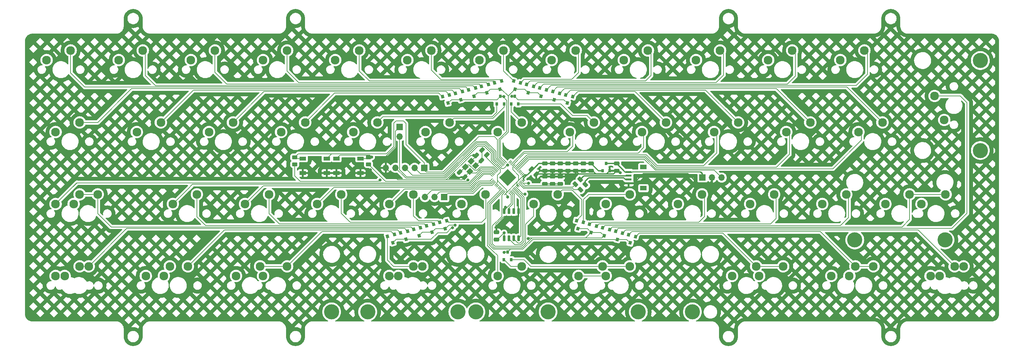
<source format=gbr>
%TF.GenerationSoftware,KiCad,Pcbnew,(7.0.0-rc1-163-g06a2e950fd)*%
%TF.CreationDate,2023-02-21T11:22:39+01:00*%
%TF.ProjectId,pcb,7063622e-6b69-4636-9164-5f7063625858,rev?*%
%TF.SameCoordinates,Original*%
%TF.FileFunction,Copper,L2,Bot*%
%TF.FilePolarity,Positive*%
%FSLAX46Y46*%
G04 Gerber Fmt 4.6, Leading zero omitted, Abs format (unit mm)*
G04 Created by KiCad (PCBNEW (7.0.0-rc1-163-g06a2e950fd)) date 2023-02-21 11:22:39*
%MOMM*%
%LPD*%
G01*
G04 APERTURE LIST*
G04 Aperture macros list*
%AMRoundRect*
0 Rectangle with rounded corners*
0 $1 Rounding radius*
0 $2 $3 $4 $5 $6 $7 $8 $9 X,Y pos of 4 corners*
0 Add a 4 corners polygon primitive as box body*
4,1,4,$2,$3,$4,$5,$6,$7,$8,$9,$2,$3,0*
0 Add four circle primitives for the rounded corners*
1,1,$1+$1,$2,$3*
1,1,$1+$1,$4,$5*
1,1,$1+$1,$6,$7*
1,1,$1+$1,$8,$9*
0 Add four rect primitives between the rounded corners*
20,1,$1+$1,$2,$3,$4,$5,0*
20,1,$1+$1,$4,$5,$6,$7,0*
20,1,$1+$1,$6,$7,$8,$9,0*
20,1,$1+$1,$8,$9,$2,$3,0*%
%AMRotRect*
0 Rectangle, with rotation*
0 The origin of the aperture is its center*
0 $1 length*
0 $2 width*
0 $3 Rotation angle, in degrees counterclockwise*
0 Add horizontal line*
21,1,$1,$2,0,0,$3*%
G04 Aperture macros list end*
%TA.AperFunction,ComponentPad*%
%ADD10C,2.300000*%
%TD*%
%TA.AperFunction,ComponentPad*%
%ADD11C,4.000000*%
%TD*%
%TA.AperFunction,SMDPad,CuDef*%
%ADD12R,1.700000X1.000000*%
%TD*%
%TA.AperFunction,SMDPad,CuDef*%
%ADD13R,1.800000X1.200000*%
%TD*%
%TA.AperFunction,SMDPad,CuDef*%
%ADD14R,1.550000X0.600000*%
%TD*%
%TA.AperFunction,SMDPad,CuDef*%
%ADD15RotRect,0.900000X0.800000X285.000000*%
%TD*%
%TA.AperFunction,SMDPad,CuDef*%
%ADD16RoundRect,0.250000X0.475000X-0.250000X0.475000X0.250000X-0.475000X0.250000X-0.475000X-0.250000X0*%
%TD*%
%TA.AperFunction,SMDPad,CuDef*%
%ADD17RoundRect,0.250000X-0.512652X-0.159099X-0.159099X-0.512652X0.512652X0.159099X0.159099X0.512652X0*%
%TD*%
%TA.AperFunction,SMDPad,CuDef*%
%ADD18RotRect,0.900000X0.800000X255.000000*%
%TD*%
%TA.AperFunction,ComponentPad*%
%ADD19R,1.700000X1.700000*%
%TD*%
%TA.AperFunction,ComponentPad*%
%ADD20O,1.700000X1.700000*%
%TD*%
%TA.AperFunction,SMDPad,CuDef*%
%ADD21RoundRect,0.250000X-0.475000X0.250000X-0.475000X-0.250000X0.475000X-0.250000X0.475000X0.250000X0*%
%TD*%
%TA.AperFunction,SMDPad,CuDef*%
%ADD22RoundRect,0.250000X-0.450000X0.262500X-0.450000X-0.262500X0.450000X-0.262500X0.450000X0.262500X0*%
%TD*%
%TA.AperFunction,SMDPad,CuDef*%
%ADD23R,0.800000X0.900000*%
%TD*%
%TA.AperFunction,SMDPad,CuDef*%
%ADD24RotRect,1.400000X1.200000X225.000000*%
%TD*%
%TA.AperFunction,SMDPad,CuDef*%
%ADD25RoundRect,0.050000X-0.238649X-0.309359X0.309359X0.238649X0.238649X0.309359X-0.309359X-0.238649X0*%
%TD*%
%TA.AperFunction,SMDPad,CuDef*%
%ADD26RoundRect,0.050000X0.238649X-0.309359X0.309359X-0.238649X-0.238649X0.309359X-0.309359X0.238649X0*%
%TD*%
%TA.AperFunction,ComponentPad*%
%ADD27C,0.600000*%
%TD*%
%TA.AperFunction,SMDPad,CuDef*%
%ADD28RoundRect,0.144000X0.000000X-2.059095X2.059095X0.000000X0.000000X2.059095X-2.059095X0.000000X0*%
%TD*%
%TA.AperFunction,SMDPad,CuDef*%
%ADD29RoundRect,0.250000X-0.132583X0.503814X-0.503814X0.132583X0.132583X-0.503814X0.503814X-0.132583X0*%
%TD*%
%TA.AperFunction,SMDPad,CuDef*%
%ADD30RoundRect,0.250000X0.503814X0.132583X0.132583X0.503814X-0.503814X-0.132583X-0.132583X-0.503814X0*%
%TD*%
%TA.AperFunction,SMDPad,CuDef*%
%ADD31RoundRect,0.250000X0.450000X-0.262500X0.450000X0.262500X-0.450000X0.262500X-0.450000X-0.262500X0*%
%TD*%
%TA.AperFunction,SMDPad,CuDef*%
%ADD32RoundRect,0.150000X-0.150000X0.650000X-0.150000X-0.650000X0.150000X-0.650000X0.150000X0.650000X0*%
%TD*%
%TA.AperFunction,SMDPad,CuDef*%
%ADD33RoundRect,0.250000X0.512652X0.159099X0.159099X0.512652X-0.512652X-0.159099X-0.159099X-0.512652X0*%
%TD*%
%TA.AperFunction,ViaPad*%
%ADD34C,0.800000*%
%TD*%
%TA.AperFunction,Conductor*%
%ADD35C,0.300000*%
%TD*%
%TA.AperFunction,Conductor*%
%ADD36C,0.250000*%
%TD*%
%TA.AperFunction,Conductor*%
%ADD37C,0.200000*%
%TD*%
G04 APERTURE END LIST*
D10*
%TO.P,SW10,1,1*%
%TO.N,c1*%
X-128349748Y42227696D03*
%TO.P,SW10,2,2*%
%TO.N,Net-(D19-A-Pad2)*%
X-121999748Y44767696D03*
%TD*%
%TO.P,SW48,1,1*%
%TO.N,c10*%
X43100252Y42227600D03*
%TO.P,SW48,2,2*%
%TO.N,Net-(D17-A-Pad1)*%
X49450252Y44767600D03*
%TD*%
%TO.P,SW49,1,1*%
%TO.N,c8*%
X26431964Y23177552D03*
%TO.P,SW49,2,2*%
%TO.N,Net-(SW44-Pad2)*%
X32781964Y25717552D03*
%TD*%
%TO.P,SW41,1,1*%
%TO.N,c9*%
X9762752Y80327696D03*
%TO.P,SW41,2,2*%
%TO.N,Net-(D6-A-Pad2)*%
X16112752Y82867696D03*
%TD*%
%TO.P,SW25,1,1*%
%TO.N,c6*%
X-21272544Y23177552D03*
%TO.P,SW25,2,2*%
%TO.N,Net-(D12-A-Pad1)*%
X-14922544Y25717552D03*
%TD*%
%TO.P,SW57,1,1*%
%TO.N,c10*%
X71675828Y23177552D03*
%TO.P,SW57,2,2*%
%TO.N,Net-(D23-A-Pad2)*%
X78025828Y25717552D03*
%TD*%
%TO.P,SW8,1,1*%
%TO.N,c1*%
X-142637248Y80327696D03*
%TO.P,SW8,2,2*%
%TO.N,Net-(D1-A-Pad2)*%
X-136287248Y82867696D03*
%TD*%
%TO.P,SW60,1,1*%
%TO.N,c10*%
X74057084Y23177552D03*
%TO.P,SW60,2,2*%
%TO.N,Net-(D23-A-Pad2)*%
X80407084Y25717552D03*
%TD*%
%TO.P,SW55,1,1*%
%TO.N,c9*%
X50244524Y23177552D03*
%TO.P,SW55,2,2*%
%TO.N,Net-(D16-A-Pad1)*%
X56594524Y25717552D03*
%TD*%
%TO.P,SW59,1,1*%
%TO.N,c11*%
X69294002Y42227696D03*
%TO.P,SW59,2,2*%
%TO.N,Net-(D17-A-Pad2)*%
X75644002Y44767696D03*
%TD*%
%TO.P,SW15,1,1*%
%TO.N,c2*%
X-109299748Y42227696D03*
%TO.P,SW15,2,2*%
%TO.N,Net-(D20-A-Pad1)*%
X-102949748Y44767696D03*
%TD*%
%TO.P,SW36,1,1*%
%TO.N,c7*%
X-23574748Y61277696D03*
%TO.P,SW36,2,2*%
%TO.N,Net-(D13-A-Pad1)*%
X-17224748Y63817696D03*
%TD*%
%TO.P,SW33,1,1*%
%TO.N,c6*%
X-33099748Y42227600D03*
%TO.P,SW33,2,2*%
%TO.N,Net-(D22-A-Pad1)*%
X-26749748Y44767600D03*
%TD*%
%TO.P,SW6,1,1*%
%TO.N,c0*%
X-159306004Y23177552D03*
%TO.P,SW6,2,2*%
%TO.N,Net-(D4-A-Pad2)*%
X-152956004Y25717552D03*
%TD*%
%TO.P,SW31,1,1*%
%TO.N,c6*%
X-47387248Y80327696D03*
%TO.P,SW31,2,2*%
%TO.N,Net-(D5-A-Pad1)*%
X-41037248Y82867696D03*
%TD*%
%TO.P,SW21,1,1*%
%TO.N,c3*%
X-71199532Y23177552D03*
%TO.P,SW21,2,2*%
%TO.N,Net-(D8-A-Pad1)*%
X-64849532Y25717552D03*
%TD*%
%TO.P,SW7,1,1*%
%TO.N,c1*%
X-130730932Y23177552D03*
%TO.P,SW7,2,2*%
%TO.N,Net-(D4-A-Pad1)*%
X-124380932Y25717552D03*
%TD*%
%TO.P,SW13,1,1*%
%TO.N,c2*%
X-123587248Y80327696D03*
%TO.P,SW13,2,2*%
%TO.N,Net-(D2-A-Pad1)*%
X-117237248Y82867696D03*
%TD*%
%TO.P,SW5,1,1*%
%TO.N,c0*%
X-159305998Y42227696D03*
%TO.P,SW5,2,2*%
%TO.N,Net-(D19-A-Pad1)*%
X-152955998Y44767696D03*
%TD*%
%TO.P,SW16,1,1*%
%TO.N,c2*%
X-111680884Y23177552D03*
%TO.P,SW16,2,2*%
%TO.N,Net-(D8-A-Pad2)*%
X-105330884Y25717552D03*
%TD*%
%TO.P,SW24,1,1*%
%TO.N,c4*%
X-71199748Y42227600D03*
%TO.P,SW24,2,2*%
%TO.N,Net-(D21-A-Pad1)*%
X-64849748Y44767600D03*
%TD*%
%TO.P,SW23,1,1*%
%TO.N,c4*%
X-80724748Y61277696D03*
%TO.P,SW23,2,2*%
%TO.N,Net-(D11-A-Pad2)*%
X-74374748Y63817696D03*
%TD*%
%TO.P,SW46,1,1*%
%TO.N,c10*%
X28812752Y80327696D03*
%TO.P,SW46,2,2*%
%TO.N,Net-(D7-A-Pad1)*%
X35162752Y82867696D03*
%TD*%
%TO.P,SW26,1,1*%
%TO.N,c5*%
X-66437248Y80327696D03*
%TO.P,SW26,2,2*%
%TO.N,Net-(D3-A-Pad2)*%
X-60087248Y82867696D03*
%TD*%
D11*
%TO.P,S8,*%
%TO.N,*%
X-5476906Y13652552D03*
X-29289406Y13652552D03*
%TD*%
D10*
%TO.P,SW29,1,1*%
%TO.N,c6*%
X-14049388Y23177552D03*
%TO.P,SW29,2,2*%
%TO.N,Net-(D12-A-Pad1)*%
X-7699388Y25717552D03*
%TD*%
%TO.P,SW43,1,1*%
%TO.N,c9*%
X24050252Y42227696D03*
%TO.P,SW43,2,2*%
%TO.N,Net-(D18-A-Pad2)*%
X30400252Y44767696D03*
%TD*%
%TO.P,SW37,1,1*%
%TO.N,c7*%
X-14049748Y42227696D03*
%TO.P,SW37,2,2*%
%TO.N,Net-(D22-A-Pad2)*%
X-7699748Y44767696D03*
%TD*%
%TO.P,SW50,1,1*%
%TO.N,c9*%
X45482012Y23177552D03*
%TO.P,SW50,2,2*%
%TO.N,Net-(D16-A-Pad1)*%
X51832012Y25717552D03*
%TD*%
%TO.P,SW2,1,1*%
%TO.N,c0*%
X-156924748Y23177552D03*
%TO.P,SW2,2,2*%
%TO.N,Net-(D4-A-Pad2)*%
X-150574748Y25717552D03*
%TD*%
%TO.P,SW47,1,1*%
%TO.N,c10*%
X33575252Y61277696D03*
%TO.P,SW47,2,2*%
%TO.N,Net-(D15-A-Pad2)*%
X39925252Y63817696D03*
%TD*%
%TO.P,SW35,1,1*%
%TO.N,c7*%
X-28337248Y80327696D03*
%TO.P,SW35,2,2*%
%TO.N,Net-(D5-A-Pad2)*%
X-21987248Y82867696D03*
%TD*%
D11*
%TO.P,S4,*%
%TO.N,*%
X-53102026Y13652552D03*
X-76914526Y13652552D03*
%TD*%
D10*
%TO.P,SW42,1,1*%
%TO.N,c9*%
X14525252Y61277696D03*
%TO.P,SW42,2,2*%
%TO.N,Net-(D14-A-Pad1)*%
X20875252Y63817696D03*
%TD*%
%TO.P,SW5_1,1,1*%
%TO.N,c0*%
X-154543498Y42227696D03*
%TO.P,SW5_1,2,2*%
%TO.N,Net-(D19-A-Pad1)*%
X-148193498Y44767696D03*
%TD*%
D11*
%TO.P,REF\u002A\u002A,*%
%TO.N,*%
X75485252Y32702696D03*
X51672752Y32702696D03*
%TD*%
D10*
%TO.P,SW32,1,1*%
%TO.N,c6*%
X-42624748Y61277696D03*
%TO.P,SW32,2,2*%
%TO.N,Net-(D13-A-Pad2)*%
X-36274748Y63817696D03*
%TD*%
%TO.P,SW19,1,1*%
%TO.N,c3*%
X-99774748Y61277696D03*
%TO.P,SW19,2,2*%
%TO.N,Net-(D10-A-Pad1)*%
X-93424748Y63817696D03*
%TD*%
%TO.P,SW4,1,1*%
%TO.N,c0*%
X-159305998Y61277696D03*
%TO.P,SW4,2,2*%
%TO.N,Net-(D9-A-Pad2)*%
X-152955998Y63817696D03*
%TD*%
%TO.P,SW40,1,1*%
%TO.N,c8*%
X5000252Y42227696D03*
%TO.P,SW40,2,2*%
%TO.N,Net-(D18-A-Pad1)*%
X11350252Y44767696D03*
%TD*%
%TO.P,SW9,1,1*%
%TO.N,c1*%
X-137874748Y61277648D03*
%TO.P,SW9,2,2*%
%TO.N,Net-(D9-A-Pad1)*%
X-131524748Y63817648D03*
%TD*%
%TO.P,SW52,1,1*%
%TO.N,c11*%
X47862752Y80327696D03*
%TO.P,SW52,2,2*%
%TO.N,Net-(D7-A-Pad2)*%
X54212752Y82867696D03*
%TD*%
D11*
%TO.P,S7,*%
%TO.N,*%
X8810612Y13652552D03*
X-29289388Y13652552D03*
%TD*%
D10*
%TO.P,SW12,1,1*%
%TO.N,c2*%
X-104537116Y23177552D03*
%TO.P,SW12,2,2*%
%TO.N,Net-(D8-A-Pad2)*%
X-98187116Y25717552D03*
%TD*%
%TO.P,SW61,1,1*%
%TO.N,c11*%
X59769002Y42227696D03*
%TO.P,SW61,2,2*%
%TO.N,Net-(D17-A-Pad2)*%
X66119002Y44767696D03*
%TD*%
%TO.P,SW34,1,1*%
%TO.N,c5*%
X-42624460Y23177552D03*
%TO.P,SW34,2,2*%
%TO.N,Net-(D12-A-Pad2)*%
X-36274460Y25717552D03*
%TD*%
%TO.P,SW39,1,1*%
%TO.N,c8*%
X-4524748Y61277648D03*
%TO.P,SW39,2,2*%
%TO.N,Net-(D14-A-Pad2)*%
X1825252Y63817648D03*
%TD*%
%TO.P,SW53,1,1*%
%TO.N,c11*%
X52625252Y61277648D03*
%TO.P,SW53,2,2*%
%TO.N,Net-(D15-A-Pad1)*%
X58975252Y63817648D03*
%TD*%
%TO.P,SW27,1,1*%
%TO.N,c5*%
X-61674748Y61277648D03*
%TO.P,SW27,2,2*%
%TO.N,Net-(D11-A-Pad1)*%
X-55324748Y63817648D03*
%TD*%
D11*
%TO.P,S1,*%
%TO.N,*%
X84828302Y80196250D03*
X84828302Y56383750D03*
%TD*%
D10*
%TO.P,SW22,1,1*%
%TO.N,c4*%
X-85487248Y80327696D03*
%TO.P,SW22,2,2*%
%TO.N,Net-(D3-A-Pad1)*%
X-79137248Y82867696D03*
%TD*%
%TO.P,SW20,1,1*%
%TO.N,c3*%
X-90249748Y42227696D03*
%TO.P,SW20,2,2*%
%TO.N,Net-(D20-A-Pad2)*%
X-83899748Y44767696D03*
%TD*%
%TO.P,SW38,1,1*%
%TO.N,c8*%
X-9287248Y80327696D03*
%TO.P,SW38,2,2*%
%TO.N,Net-(D6-A-Pad1)*%
X-2937248Y82867696D03*
%TD*%
%TO.P,SW44,1,1*%
%TO.N,c8*%
X19288196Y23177552D03*
%TO.P,SW44,2,2*%
%TO.N,Net-(SW44-Pad2)*%
X25638196Y25717552D03*
%TD*%
%TO.P,SW28,1,1*%
%TO.N,c5*%
X-52149748Y42227600D03*
%TO.P,SW28,2,2*%
%TO.N,Net-(D21-A-Pad2)*%
X-45799748Y44767600D03*
%TD*%
%TO.P,SW17,1,1*%
%TO.N,c3*%
X-68818276Y23177552D03*
%TO.P,SW17,2,2*%
%TO.N,Net-(D8-A-Pad1)*%
X-62468276Y25717552D03*
%TD*%
%TO.P,SW18,1,1*%
%TO.N,c3*%
X-104537248Y80327696D03*
%TO.P,SW18,2,2*%
%TO.N,Net-(D2-A-Pad2)*%
X-98187248Y82867696D03*
%TD*%
%TO.P,SW14,1,1*%
%TO.N,c2*%
X-118824748Y61277648D03*
%TO.P,SW14,2,2*%
%TO.N,Net-(D10-A-Pad2)*%
X-112474748Y63817648D03*
%TD*%
%TO.P,SW3,1,1*%
%TO.N,c0*%
X-161687248Y80327696D03*
%TO.P,SW3,2,2*%
%TO.N,Net-(D1-A-Pad1)*%
X-155337248Y82867696D03*
%TD*%
D11*
%TO.P,S3,*%
%TO.N,*%
X-48339532Y13652552D03*
X-86439532Y13652552D03*
%TD*%
D10*
%TO.P,SW11,1,1*%
%TO.N,c1*%
X-135493444Y23177552D03*
%TO.P,SW11,2,2*%
%TO.N,Net-(D4-A-Pad1)*%
X-129143444Y25717552D03*
%TD*%
%TO.P,SW58,1,1*%
%TO.N,c11*%
X75303302Y64480000D03*
%TO.P,SW58,2,2*%
%TO.N,Net-(D23-A-Pad1)*%
X72763302Y70830000D03*
%TD*%
D12*
%TO.P,SW9999,1,1*%
%TO.N,GND*%
X-85159999Y50439999D03*
X-78859999Y50439999D03*
%TO.P,SW9999,2,2*%
%TO.N,/rp2040/~{USB_BOOT}*%
X-85159999Y54239999D03*
X-78859999Y54239999D03*
%TD*%
D13*
%TO.P,J3,*%
%TO.N,*%
X-4127247Y52009999D03*
X-4127247Y46409999D03*
D14*
%TO.P,J3,1,Pin_1*%
%TO.N,+5V*%
X-8002247Y50709999D03*
%TO.P,J3,2,Pin_2*%
%TO.N,D-*%
X-8002247Y49709999D03*
%TO.P,J3,3,Pin_3*%
%TO.N,D+*%
X-8002247Y48709999D03*
%TO.P,J3,4,Pin_4*%
%TO.N,GND*%
X-8002247Y47709999D03*
%TD*%
D15*
%TO.P,D2,1,A*%
%TO.N,Net-(D2-A-Pad1)*%
X-46863696Y73385973D03*
%TO.P,D2,2,A*%
%TO.N,Net-(D2-A-Pad2)*%
X-45028437Y73877729D03*
%TO.P,D2,3,K*%
%TO.N,r0*%
X-45428428Y71699999D03*
%TD*%
D16*
%TO.P,C5,1*%
%TO.N,+3V3*%
X-42927248Y32830000D03*
%TO.P,C5,2*%
%TO.N,GND*%
X-42927248Y34730000D03*
%TD*%
D15*
%TO.P,D8,1,A*%
%TO.N,Net-(D8-A-Pad1)*%
X-71703696Y33640047D03*
%TO.P,D8,2,A*%
%TO.N,Net-(D8-A-Pad2)*%
X-69868437Y34131803D03*
%TO.P,D8,3,K*%
%TO.N,r3*%
X-70268428Y31954073D03*
%TD*%
D17*
%TO.P,C10,1*%
%TO.N,+3V3*%
X-33735185Y51434402D03*
%TO.P,C10,2*%
%TO.N,GND*%
X-32391683Y50090900D03*
%TD*%
D18*
%TO.P,D18,1,A*%
%TO.N,Net-(D18-A-Pad1)*%
X-18336057Y36891803D03*
%TO.P,D18,2,A*%
%TO.N,Net-(D18-A-Pad2)*%
X-16500798Y36400047D03*
%TO.P,D18,3,K*%
%TO.N,r2*%
X-17936066Y34714073D03*
%TD*%
D19*
%TO.P,J2,1,Pin_1*%
%TO.N,+5V*%
X11467751Y49209999D03*
D20*
%TO.P,J2,2,Pin_2*%
%TO.N,GND*%
X14007751Y49209999D03*
%TO.P,J2,3,Pin_3*%
%TO.N,LED_GLOW*%
X16547751Y49209999D03*
%TD*%
D18*
%TO.P,D15,1,A*%
%TO.N,Net-(D15-A-Pad1)*%
X-28053687Y72027681D03*
%TO.P,D15,2,A*%
%TO.N,Net-(D15-A-Pad2)*%
X-26218428Y71535925D03*
%TO.P,D15,3,K*%
%TO.N,r1*%
X-27653696Y69849951D03*
%TD*%
D16*
%TO.P,C7,1*%
%TO.N,+1V1*%
X-28093434Y47552651D03*
%TO.P,C7,2*%
%TO.N,GND*%
X-28093434Y49452651D03*
%TD*%
D21*
%TO.P,C11,1*%
%TO.N,+3V3*%
X-24043434Y52942651D03*
%TO.P,C11,2*%
%TO.N,GND*%
X-24043434Y51042651D03*
%TD*%
D22*
%TO.P,R8,1*%
%TO.N,/rp2040/RUN*%
X-96170000Y54572500D03*
%TO.P,R8,2*%
%TO.N,+3V3*%
X-96170000Y52747500D03*
%TD*%
D18*
%TO.P,D22,1,A*%
%TO.N,Net-(D22-A-Pad1)*%
X-21796057Y37831803D03*
%TO.P,D22,2,A*%
%TO.N,Net-(D22-A-Pad2)*%
X-19960798Y37340047D03*
%TO.P,D22,3,K*%
%TO.N,r2*%
X-21396066Y35654073D03*
%TD*%
D21*
%TO.P,C9,1*%
%TO.N,+3V3*%
X-22013434Y52942651D03*
%TO.P,C9,2*%
%TO.N,GND*%
X-22013434Y51042651D03*
%TD*%
D23*
%TO.P,U4,1,GND*%
%TO.N,GND*%
X-13039999Y50999999D03*
%TO.P,U4,2,VO*%
%TO.N,+3V3*%
X-14939999Y50999999D03*
%TO.P,U4,3,VI*%
%TO.N,+5V*%
X-13989999Y52999999D03*
%TD*%
D21*
%TO.P,C17,1*%
%TO.N,+3V3*%
X-19980000Y52942651D03*
%TO.P,C17,2*%
%TO.N,GND*%
X-19980000Y51042651D03*
%TD*%
D18*
%TO.P,D6,1,A*%
%TO.N,Net-(D6-A-Pad1)*%
X-34967238Y73877729D03*
%TO.P,D6,2,A*%
%TO.N,Net-(D6-A-Pad2)*%
X-33131979Y73385973D03*
%TO.P,D6,3,K*%
%TO.N,r0*%
X-34567247Y71699999D03*
%TD*%
D16*
%TO.P,C8,1*%
%TO.N,+1V1*%
X-30123434Y47552651D03*
%TO.P,C8,2*%
%TO.N,GND*%
X-30123434Y49452651D03*
%TD*%
D24*
%TO.P,Y0,1,1*%
%TO.N,Net-(C3-Pad1)*%
X-48392075Y52371731D03*
%TO.P,Y0,2,2*%
%TO.N,GND*%
X-49947710Y50816096D03*
%TO.P,Y0,3,3*%
%TO.N,/rp2040/XIN*%
X-51149791Y52018177D03*
%TO.P,Y0,4,4*%
%TO.N,GND*%
X-49594156Y53573812D03*
%TD*%
D25*
%TO.P,U3,1,IOVDD*%
%TO.N,+3V3*%
X-40579450Y44940843D03*
%TO.P,U3,2,GPIO0*%
%TO.N,c6*%
X-40862293Y45223686D03*
%TO.P,U3,3,GPIO1*%
%TO.N,r2*%
X-41145135Y45506528D03*
%TO.P,U3,4,GPIO2*%
%TO.N,r3*%
X-41427978Y45789371D03*
%TO.P,U3,5,GPIO3*%
%TO.N,c5*%
X-41710821Y46072214D03*
%TO.P,U3,6,GPIO4*%
%TO.N,unconnected-(U3-GPIO4-Pad6)*%
X-41993663Y46355056D03*
%TO.P,U3,7,GPIO5*%
%TO.N,unconnected-(U3-GPIO5-Pad7)*%
X-42276506Y46637899D03*
%TO.P,U3,8,GPIO6*%
%TO.N,unconnected-(U3-GPIO6-Pad8)*%
X-42559349Y46920742D03*
%TO.P,U3,9,GPIO7*%
%TO.N,unconnected-(U3-GPIO7-Pad9)*%
X-42842192Y47203585D03*
%TO.P,U3,10,IOVDD*%
%TO.N,+3V3*%
X-43125034Y47486427D03*
%TO.P,U3,11,GPIO8*%
%TO.N,EXTRA_PIN_3*%
X-43407877Y47769270D03*
%TO.P,U3,12,GPIO9*%
%TO.N,EXTRA_PIN_2*%
X-43690720Y48052113D03*
%TO.P,U3,13,GPIO10*%
%TO.N,EXTRA_PIN_1*%
X-43973562Y48334955D03*
%TO.P,U3,14,GPIO11*%
%TO.N,c4*%
X-44256405Y48617798D03*
D26*
%TO.P,U3,15,GPIO12*%
%TO.N,c3*%
X-44256405Y49802202D03*
%TO.P,U3,16,GPIO13*%
%TO.N,c2*%
X-43973562Y50085045D03*
%TO.P,U3,17,GPIO14*%
%TO.N,c1*%
X-43690720Y50367887D03*
%TO.P,U3,18,GPIO15*%
%TO.N,c0*%
X-43407877Y50650730D03*
%TO.P,U3,19,TESTEN*%
%TO.N,GND*%
X-43125034Y50933573D03*
%TO.P,U3,20,XIN*%
%TO.N,/rp2040/XIN*%
X-42842192Y51216415D03*
%TO.P,U3,21,XOUT*%
%TO.N,/rp2040/XOUT*%
X-42559349Y51499258D03*
%TO.P,U3,22,IOVDD*%
%TO.N,+3V3*%
X-42276506Y51782101D03*
%TO.P,U3,23,DVDD*%
%TO.N,+1V1*%
X-41993663Y52064944D03*
%TO.P,U3,24,SWCLK*%
%TO.N,/rp2040/SWCLK*%
X-41710821Y52347786D03*
%TO.P,U3,25,SWD*%
%TO.N,/rp2040/SWD*%
X-41427978Y52630629D03*
%TO.P,U3,26,RUN*%
%TO.N,/rp2040/RUN*%
X-41145135Y52913472D03*
%TO.P,U3,27,GPIO16*%
%TO.N,r1*%
X-40862293Y53196314D03*
%TO.P,U3,28,GPIO17*%
%TO.N,r0*%
X-40579450Y53479157D03*
D25*
%TO.P,U3,29,GPIO18*%
%TO.N,unconnected-(U3-GPIO18-Pad29)*%
X-39395046Y53479157D03*
%TO.P,U3,30,GPIO19*%
%TO.N,unconnected-(U3-GPIO19-Pad30)*%
X-39112203Y53196314D03*
%TO.P,U3,31,GPIO20*%
%TO.N,c7*%
X-38829361Y52913472D03*
%TO.P,U3,32,GPIO21*%
%TO.N,c8*%
X-38546518Y52630629D03*
%TO.P,U3,33,IOVDD*%
%TO.N,+3V3*%
X-38263675Y52347786D03*
%TO.P,U3,34,GPIO22*%
%TO.N,c9*%
X-37980833Y52064944D03*
%TO.P,U3,35,GPIO23*%
%TO.N,c10*%
X-37697990Y51782101D03*
%TO.P,U3,36,GPIO24*%
%TO.N,c11*%
X-37415147Y51499258D03*
%TO.P,U3,37,GPIO25*%
%TO.N,LED_GLOW*%
X-37132304Y51216415D03*
%TO.P,U3,38,GPIO26_ADC0*%
%TO.N,/rp2040/GPIO26_ADC0*%
X-36849462Y50933573D03*
%TO.P,U3,39,GPIO27_ADC1*%
%TO.N,/rp2040/GPIO27_ADC1*%
X-36566619Y50650730D03*
%TO.P,U3,40,GPIO28_ADC2*%
%TO.N,/rp2040/GPIO28_ADC2*%
X-36283776Y50367887D03*
%TO.P,U3,41,GPIO29_ADC3*%
%TO.N,/rp2040/GPIO29_ADC3*%
X-36000934Y50085045D03*
%TO.P,U3,42,IOVDD*%
%TO.N,+3V3*%
X-35718091Y49802202D03*
D26*
%TO.P,U3,43,ADC_AVDD*%
X-35718091Y48617798D03*
%TO.P,U3,44,VREG_IN*%
X-36000934Y48334955D03*
%TO.P,U3,45,VREG_VOUT*%
%TO.N,+1V1*%
X-36283776Y48052113D03*
%TO.P,U3,46,USB_DM*%
%TO.N,Net-(U3-USB_DM)*%
X-36566619Y47769270D03*
%TO.P,U3,47,USB_DP*%
%TO.N,Net-(U3-USB_DP)*%
X-36849462Y47486427D03*
%TO.P,U3,48,USB_VDD*%
%TO.N,+3V3*%
X-37132304Y47203585D03*
%TO.P,U3,49,IOVDD*%
X-37415147Y46920742D03*
%TO.P,U3,50,DVDD*%
%TO.N,+1V1*%
X-37697990Y46637899D03*
%TO.P,U3,51,QSPI_SD3*%
%TO.N,/rp2040/QSPI_SD3*%
X-37980833Y46355056D03*
%TO.P,U3,52,QSPI_SCLK*%
%TO.N,/rp2040/QSPI_SCLK*%
X-38263675Y46072214D03*
%TO.P,U3,53,QSPI_SD0*%
%TO.N,/rp2040/QSPI_SD0*%
X-38546518Y45789371D03*
%TO.P,U3,54,QSPI_SD2*%
%TO.N,/rp2040/QSPI_SD2*%
X-38829361Y45506528D03*
%TO.P,U3,55,QSPI_SD1*%
%TO.N,/rp2040/QSPI_SD1*%
X-39112203Y45223686D03*
%TO.P,U3,56,QSPI_SS*%
%TO.N,/rp2040/QSPI_SS*%
X-39395046Y44940843D03*
D27*
%TO.P,U3,57,GND*%
%TO.N,GND*%
X-41790370Y49210000D03*
X-40888809Y48308439D03*
X-39987248Y47406878D03*
X-40888809Y50111561D03*
X-39987248Y49210000D03*
D28*
X-39987248Y49210000D03*
D27*
X-39085687Y48308439D03*
X-39987248Y51013122D03*
X-39085687Y50111561D03*
X-38184126Y49210000D03*
%TD*%
D18*
%TO.P,D14,1,A*%
%TO.N,Net-(D14-A-Pad1)*%
X-24607238Y71107729D03*
%TO.P,D14,2,A*%
%TO.N,Net-(D14-A-Pad2)*%
X-22771979Y70615973D03*
%TO.P,D14,3,K*%
%TO.N,r1*%
X-24207247Y68929999D03*
%TD*%
D15*
%TO.P,D9,1,A*%
%TO.N,Net-(D9-A-Pad1)*%
X-53733696Y71535925D03*
%TO.P,D9,2,A*%
%TO.N,Net-(D9-A-Pad2)*%
X-51898437Y72027681D03*
%TO.P,D9,3,K*%
%TO.N,r1*%
X-52298428Y69849951D03*
%TD*%
D23*
%TO.P,D11,1,A*%
%TO.N,Net-(D11-A-Pad1)*%
X-40917247Y68709999D03*
%TO.P,D11,2,A*%
%TO.N,Net-(D11-A-Pad2)*%
X-42817247Y68709999D03*
%TO.P,D11,3,K*%
%TO.N,r1*%
X-41867247Y70709999D03*
%TD*%
D29*
%TO.P,R3,1*%
%TO.N,D+*%
X-19433434Y47342651D03*
%TO.P,R3,2*%
%TO.N,Net-(U3-USB_DP)*%
X-20723904Y46052181D03*
%TD*%
D16*
%TO.P,C6,1*%
%TO.N,+1V1*%
X-26073434Y47552651D03*
%TO.P,C6,2*%
%TO.N,GND*%
X-26073434Y49452651D03*
%TD*%
D18*
%TO.P,D23,1,A*%
%TO.N,Net-(D23-A-Pad1)*%
X-11447247Y35029999D03*
%TO.P,D23,2,A*%
%TO.N,Net-(D23-A-Pad2)*%
X-9611988Y34538243D03*
%TO.P,D23,3,K*%
%TO.N,r3*%
X-11047256Y32852269D03*
%TD*%
D17*
%TO.P,C2,1*%
%TO.N,/rp2040/XIN*%
X-52668999Y50641751D03*
%TO.P,C2,2*%
%TO.N,GND*%
X-51325497Y49298249D03*
%TD*%
D30*
%TO.P,R5,1*%
%TO.N,/rp2040/XOUT*%
X-45482013Y55214765D03*
%TO.P,R5,2*%
%TO.N,Net-(C3-Pad1)*%
X-46772483Y56505235D03*
%TD*%
D19*
%TO.P,J4,1,Pin_1*%
%TO.N,EXTRA_PIN_3*%
X-56729999Y44069999D03*
D20*
%TO.P,J4,2,Pin_2*%
%TO.N,EXTRA_PIN_2*%
X-59269999Y44069999D03*
%TO.P,J4,3,Pin_3*%
%TO.N,EXTRA_PIN_1*%
X-61809999Y44069999D03*
%TD*%
D31*
%TO.P,R1,1*%
%TO.N,/rp2040/QSPI_SS*%
X-76720000Y52747500D03*
%TO.P,R1,2*%
%TO.N,/rp2040/~{USB_BOOT}*%
X-76720000Y54572500D03*
%TD*%
D29*
%TO.P,R4,1*%
%TO.N,D-*%
X-20813434Y48732651D03*
%TO.P,R4,2*%
%TO.N,Net-(U3-USB_DM)*%
X-22103904Y47442181D03*
%TD*%
D15*
%TO.P,D1,1,A*%
%TO.N,Net-(D1-A-Pad1)*%
X-50283696Y72464169D03*
%TO.P,D1,2,A*%
%TO.N,Net-(D1-A-Pad2)*%
X-48448437Y72955925D03*
%TO.P,D1,3,K*%
%TO.N,r0*%
X-48848428Y70778195D03*
%TD*%
D19*
%TO.P,J1,1,Pin_1*%
%TO.N,/rp2040/RUN*%
X-61989999Y51809999D03*
D20*
%TO.P,J1,2,Pin_2*%
%TO.N,/rp2040/SWD*%
X-64529999Y51809999D03*
%TO.P,J1,3,Pin_3*%
%TO.N,/rp2040/SWCLK*%
X-67069999Y51809999D03*
%TO.P,J1,4,Pin_4*%
%TO.N,+3V3*%
X-69609999Y51809999D03*
%TO.P,J1,5,Pin_5*%
%TO.N,GND*%
X-72149999Y51809999D03*
%TD*%
D18*
%TO.P,D17,1,A*%
%TO.N,Net-(D17-A-Pad1)*%
X-14896057Y35961803D03*
%TO.P,D17,2,A*%
%TO.N,Net-(D17-A-Pad2)*%
X-13060798Y35470047D03*
%TO.P,D17,3,K*%
%TO.N,r2*%
X-14496066Y33784073D03*
%TD*%
D15*
%TO.P,D10,1,A*%
%TO.N,Net-(D10-A-Pad1)*%
X-57173696Y70615973D03*
%TO.P,D10,2,A*%
%TO.N,Net-(D10-A-Pad2)*%
X-55338437Y71107729D03*
%TO.P,D10,3,K*%
%TO.N,r1*%
X-55738428Y68929999D03*
%TD*%
D21*
%TO.P,C13,1*%
%TO.N,+3V3*%
X-28093434Y52942651D03*
%TO.P,C13,2*%
%TO.N,GND*%
X-28093434Y51042651D03*
%TD*%
%TO.P,C1,1*%
%TO.N,+5V*%
X-11180000Y52950000D03*
%TO.P,C1,2*%
%TO.N,GND*%
X-11180000Y51050000D03*
%TD*%
D18*
%TO.P,D5,1,A*%
%TO.N,Net-(D5-A-Pad1)*%
X-38387238Y74807729D03*
%TO.P,D5,2,A*%
%TO.N,Net-(D5-A-Pad2)*%
X-36551979Y74315973D03*
%TO.P,D5,3,K*%
%TO.N,r0*%
X-37987247Y72629999D03*
%TD*%
D23*
%TO.P,D12,1,A*%
%TO.N,Net-(D12-A-Pad1)*%
X-39039999Y27479999D03*
%TO.P,D12,2,A*%
%TO.N,Net-(D12-A-Pad2)*%
X-40939999Y27479999D03*
%TO.P,D12,3,K*%
%TO.N,r3*%
X-39989999Y29479999D03*
%TD*%
D32*
%TO.P,U2,1,~{CS}*%
%TO.N,/rp2040/QSPI_SS*%
X-40912248Y40330000D03*
%TO.P,U2,2,DO(IO1)*%
%TO.N,/rp2040/QSPI_SD1*%
X-39642248Y40330000D03*
%TO.P,U2,3,IO2*%
%TO.N,/rp2040/QSPI_SD2*%
X-38372248Y40330000D03*
%TO.P,U2,4,GND*%
%TO.N,GND*%
X-37102248Y40330000D03*
%TO.P,U2,5,DI(IO0)*%
%TO.N,/rp2040/QSPI_SD0*%
X-37102248Y33130000D03*
%TO.P,U2,6,CLK*%
%TO.N,/rp2040/QSPI_SCLK*%
X-38372248Y33130000D03*
%TO.P,U2,7,IO3*%
%TO.N,/rp2040/QSPI_SD3*%
X-39642248Y33130000D03*
%TO.P,U2,8,VCC*%
%TO.N,+3V3*%
X-40912248Y33130000D03*
%TD*%
D15*
%TO.P,D3,1,A*%
%TO.N,Net-(D3-A-Pad1)*%
X-43433696Y74315973D03*
%TO.P,D3,2,A*%
%TO.N,Net-(D3-A-Pad2)*%
X-41598437Y74807729D03*
%TO.P,D3,3,K*%
%TO.N,r0*%
X-41998428Y72629999D03*
%TD*%
D21*
%TO.P,C12,1*%
%TO.N,+3V3*%
X-26073434Y52942651D03*
%TO.P,C12,2*%
%TO.N,GND*%
X-26073434Y51042651D03*
%TD*%
D15*
%TO.P,D20,1,A*%
%TO.N,Net-(D20-A-Pad1)*%
X-61352515Y36411899D03*
%TO.P,D20,2,A*%
%TO.N,Net-(D20-A-Pad2)*%
X-59517256Y36903655D03*
%TO.P,D20,3,K*%
%TO.N,r2*%
X-59917247Y34725925D03*
%TD*%
D18*
%TO.P,D16,1,A*%
%TO.N,Net-(D16-A-Pad1)*%
X-8012506Y34101755D03*
%TO.P,D16,2,A*%
%TO.N,unconnected-(D16-A-Pad2)*%
X-6177247Y33609999D03*
%TO.P,D16,3,K*%
%TO.N,r3*%
X-7612515Y31924025D03*
%TD*%
D21*
%TO.P,C4,1*%
%TO.N,+3V3*%
X-17960000Y52942651D03*
%TO.P,C4,2*%
%TO.N,GND*%
X-17960000Y51042651D03*
%TD*%
%TO.P,C14,1*%
%TO.N,+3V3*%
X-30123434Y52942651D03*
%TO.P,C14,2*%
%TO.N,GND*%
X-30123434Y51042651D03*
%TD*%
D19*
%TO.P,J5,1,Pin_1*%
%TO.N,GND*%
X-68459999Y62624999D03*
D20*
%TO.P,J5,2,Pin_2*%
%TO.N,+1V1*%
X-68459999Y60084999D03*
%TD*%
D18*
%TO.P,D7,1,A*%
%TO.N,Net-(D7-A-Pad1)*%
X-31518428Y72955925D03*
%TO.P,D7,2,A*%
%TO.N,Net-(D7-A-Pad2)*%
X-29683169Y72464169D03*
%TO.P,D7,3,K*%
%TO.N,r0*%
X-31118437Y70778195D03*
%TD*%
D12*
%TO.P,SW9998,1,1*%
%TO.N,GND*%
X-94049999Y50439999D03*
X-87749999Y50439999D03*
%TO.P,SW9998,2,2*%
%TO.N,/rp2040/RUN*%
X-94049999Y54239999D03*
X-87749999Y54239999D03*
%TD*%
D15*
%TO.P,D21,1,A*%
%TO.N,Net-(D21-A-Pad1)*%
X-57913696Y37340047D03*
%TO.P,D21,2,A*%
%TO.N,Net-(D21-A-Pad2)*%
X-56078437Y37831803D03*
%TO.P,D21,3,K*%
%TO.N,r2*%
X-56478428Y35654073D03*
%TD*%
%TO.P,D19,1,A*%
%TO.N,Net-(D19-A-Pad1)*%
X-64802515Y35485973D03*
%TO.P,D19,2,A*%
%TO.N,Net-(D19-A-Pad2)*%
X-62967256Y35977729D03*
%TO.P,D19,3,K*%
%TO.N,r2*%
X-63367247Y33799999D03*
%TD*%
D23*
%TO.P,D13,1,A*%
%TO.N,Net-(D13-A-Pad1)*%
X-37157247Y68709999D03*
%TO.P,D13,2,A*%
%TO.N,Net-(D13-A-Pad2)*%
X-39057247Y68709999D03*
%TO.P,D13,3,K*%
%TO.N,r1*%
X-38107247Y70709999D03*
%TD*%
D15*
%TO.P,D4,1,A*%
%TO.N,Net-(D4-A-Pad1)*%
X-68252506Y34558243D03*
%TO.P,D4,2,A*%
%TO.N,Net-(D4-A-Pad2)*%
X-66417247Y35049999D03*
%TO.P,D4,3,K*%
%TO.N,r3*%
X-66817238Y32872269D03*
%TD*%
D33*
%TO.P,C3,1*%
%TO.N,Net-(C3-Pad1)*%
X-46875497Y53748249D03*
%TO.P,C3,2*%
%TO.N,GND*%
X-48218999Y55091751D03*
%TD*%
D34*
%TO.N,GND*%
X-61700000Y63590000D03*
X-76191243Y51229500D03*
X-7744460Y52077552D03*
X-9257248Y47710000D03*
X-63830000Y61460000D03*
X-10220000Y50470000D03*
X-48940000Y55091751D03*
X-43324460Y41337552D03*
X-37297248Y38830000D03*
%TO.N,+3V3*%
X-40000000Y44080000D03*
X-73687748Y48527100D03*
X-40900000Y34570000D03*
%TO.N,+1V1*%
X-35402748Y44840000D03*
X-40000000Y52497196D03*
X-34440000Y47690000D03*
%TO.N,r1*%
X-40950000Y70660000D03*
X-38840000Y70710000D03*
%TO.N,r2*%
X-34557748Y33100000D03*
X-53818742Y36644200D03*
%TO.N,r3*%
X-54488083Y35901917D03*
X-40910000Y29430000D03*
%TO.N,/rp2040/QSPI_SS*%
X-40550000Y41360000D03*
X-50454409Y48598749D03*
%TO.N,/rp2040/~{USB_BOOT}*%
X-75890000Y54630000D03*
%TD*%
D35*
%TO.N,GND*%
X-8002248Y47710000D02*
X-6712248Y47710000D01*
X7620448Y50260000D02*
X10102752Y47777696D01*
X-6712248Y47710000D02*
X-4162248Y50260000D01*
X-4162248Y50260000D02*
X7620448Y50260000D01*
X10102752Y47777696D02*
X13432752Y47777696D01*
X13432752Y47777696D02*
X14007752Y48352696D01*
X14007752Y48352696D02*
X14007752Y49210000D01*
D36*
%TO.N,+5V*%
X11467752Y50107696D02*
X10840448Y50735000D01*
X10840448Y50735000D02*
X-7102248Y50735000D01*
X-7102248Y50735000D02*
X-7127248Y50710000D01*
X-7127248Y50710000D02*
X-8002248Y50710000D01*
X11467752Y50107696D02*
X11467752Y50310000D01*
X11467752Y49210000D02*
X11467752Y50107696D01*
X11467752Y50310000D02*
X11042752Y50735000D01*
D37*
%TO.N,LED_GLOW*%
X-3870000Y54060000D02*
X-1127472Y51317472D01*
X-1127472Y51317472D02*
X-970000Y51160000D01*
X-1127472Y51317472D02*
X-969999Y51160000D01*
X-969999Y51160000D02*
X14597752Y51160000D01*
X14597752Y51160000D02*
X16547752Y49210000D01*
%TO.N,Net-(D1-A-Pad1)*%
X-151605153Y73175153D02*
X-155337248Y76907248D01*
X-155337248Y76907248D02*
X-155337248Y82867696D01*
X-50283697Y72464170D02*
X-50994680Y73175153D01*
X-50994680Y73175153D02*
X-151605153Y73175153D01*
%TO.N,Net-(D1-A-Pad2)*%
X-135647248Y82050000D02*
X-135647248Y78470000D01*
X-49067665Y73575153D02*
X-132965153Y73575153D01*
X-132965153Y73575153D02*
X-135647248Y76257248D01*
X-135647248Y76257248D02*
X-135647248Y77350000D01*
X-135667248Y82070000D02*
X-135647248Y82050000D01*
X-135647248Y78470000D02*
X-135647248Y77350000D01*
X-48448438Y72955926D02*
X-49067665Y73575153D01*
X-136287248Y82690000D02*
X-135667248Y82070000D01*
X-136287248Y82867696D02*
X-136287248Y82690000D01*
%TO.N,Net-(D2-A-Pad1)*%
X-117237248Y77110000D02*
X-117237248Y77680000D01*
X-112577248Y73975153D02*
X-114102401Y73975153D01*
X-114102401Y73975153D02*
X-117237248Y77110000D01*
X-117237248Y82867696D02*
X-117237248Y77680000D01*
X-47452876Y73975153D02*
X-112577248Y73975153D01*
X-46863697Y73385974D02*
X-47452876Y73975153D01*
%TO.N,Net-(D2-A-Pad2)*%
X-98187248Y77400000D02*
X-98187248Y78080000D01*
X-45028438Y73877730D02*
X-45525861Y74375153D01*
X-93227248Y74375153D02*
X-95162401Y74375153D01*
X-45525861Y74375153D02*
X-93227248Y74375153D01*
X-98187248Y82867696D02*
X-98187248Y78080000D01*
X-95162401Y74375153D02*
X-98187248Y77400000D01*
%TO.N,Net-(D3-A-Pad1)*%
X-79137248Y77460000D02*
X-79137248Y82867696D01*
X-43433697Y74656449D02*
X-43552401Y74775153D01*
X-76452401Y74775153D02*
X-79137248Y77460000D01*
X-43552401Y74775153D02*
X-76452401Y74775153D01*
X-43433697Y74315974D02*
X-43433697Y74656449D01*
%TO.N,Net-(D3-A-Pad2)*%
X-60087248Y77690000D02*
X-60087248Y82867696D01*
X-41598438Y74807730D02*
X-41965861Y75175153D01*
X-57572401Y75175153D02*
X-60087248Y77690000D01*
X-41965861Y75175153D02*
X-57572401Y75175153D01*
%TO.N,Net-(D4-A-Pad1)*%
X-91847248Y35343700D02*
X-92050948Y35343700D01*
X-72097248Y35343700D02*
X-91847248Y35343700D01*
X-91847248Y35343700D02*
X-114754784Y35343700D01*
X-92050948Y35343700D02*
X-92797248Y35343700D01*
X-69037963Y35343700D02*
X-72097248Y35343700D01*
X-114754784Y35343700D02*
X-124380932Y25717552D01*
X-68252507Y34558244D02*
X-69037963Y35343700D01*
%TO.N,Net-(D4-A-Pad2)*%
X-66417248Y35050000D02*
X-67110948Y35743700D01*
X-140548600Y35743700D02*
X-150574748Y25717552D01*
X-67110948Y35743700D02*
X-140548600Y35743700D01*
X-150574748Y25717552D02*
X-152956004Y25717552D01*
%TO.N,Net-(D5-A-Pad1)*%
X-41037248Y82867696D02*
X-41037248Y77457739D01*
X-41037248Y77457739D02*
X-38387239Y74807730D01*
%TO.N,Net-(D5-A-Pad2)*%
X-21220000Y82100448D02*
X-21987248Y82867696D01*
X-21220000Y77000000D02*
X-21220000Y82100448D01*
X-35677954Y75190000D02*
X-23030000Y75190000D01*
X-36551980Y74315974D02*
X-35677954Y75190000D01*
X-23030000Y75190000D02*
X-21220000Y77000000D01*
%TO.N,Net-(D6-A-Pad1)*%
X-34967239Y73877730D02*
X-34054969Y74790000D01*
X-3520000Y74790000D02*
X-2080000Y76230000D01*
X-2080000Y76230000D02*
X-2080000Y82010448D01*
X-34054969Y74790000D02*
X-3520000Y74790000D01*
X-2080000Y82010448D02*
X-2937248Y82867696D01*
%TO.N,Net-(D6-A-Pad2)*%
X-33131980Y73385974D02*
X-32127954Y74390000D01*
X16112752Y82867696D02*
X16125056Y82867696D01*
X16125056Y82867696D02*
X17042752Y81950000D01*
X17042752Y81950000D02*
X17042752Y76370000D01*
X-32127954Y74390000D02*
X15062752Y74390000D01*
X15062752Y74390000D02*
X17042752Y76370000D01*
%TO.N,Net-(D7-A-Pad1)*%
X35972752Y76100000D02*
X35566376Y75693624D01*
X33862752Y73990000D02*
X35566376Y75693624D01*
X35972752Y82070000D02*
X35972752Y76100000D01*
X-30484355Y73990000D02*
X33862752Y73990000D01*
X-31518429Y72955926D02*
X-30484355Y73990000D01*
X35175056Y82867696D02*
X35972752Y82070000D01*
X35162752Y82867696D02*
X35175056Y82867696D01*
%TO.N,Net-(D7-A-Pad2)*%
X55022752Y82057696D02*
X54212752Y82867696D01*
X52032752Y73590000D02*
X53946376Y75503624D01*
X-28557340Y73590000D02*
X52032752Y73590000D01*
X55022752Y76580000D02*
X55022752Y82057696D01*
X53946376Y75503624D02*
X55022752Y76580000D01*
X-29683170Y72464170D02*
X-28557340Y73590000D01*
%TO.N,Net-(D8-A-Pad1)*%
X-70064800Y25717552D02*
X-64849532Y25717552D01*
X-71703697Y33640048D02*
X-71703697Y27356449D01*
X-71703697Y27356449D02*
X-70064800Y25717552D01*
X-64849532Y25717552D02*
X-62468276Y25717552D01*
%TO.N,Net-(D8-A-Pad2)*%
X-70680334Y34943700D02*
X-75137248Y34943700D01*
X-105330884Y25717552D02*
X-98187116Y25717552D01*
X-69868438Y34131804D02*
X-70680334Y34943700D01*
X-75137248Y34943700D02*
X-86257248Y34943700D01*
X-96915958Y26988710D02*
X-98187116Y25717552D01*
X-86257248Y34943700D02*
X-88960968Y34943700D01*
X-88960968Y34943700D02*
X-96915958Y26988710D01*
%TO.N,Net-(D9-A-Pad1)*%
X-54572924Y72375153D02*
X-55520000Y72375153D01*
X-55520000Y72375153D02*
X-122967243Y72375153D01*
X-53733697Y71535926D02*
X-54572924Y72375153D01*
X-122967243Y72375153D02*
X-131524748Y63817648D01*
X-55940000Y72375153D02*
X-60900000Y72375153D01*
X-55520000Y72375153D02*
X-55940000Y72375153D01*
%TO.N,Net-(D9-A-Pad2)*%
X-96020000Y72775153D02*
X-55710000Y72775153D01*
X-152955998Y63817696D02*
X-148193540Y63817696D01*
X-136310000Y72775153D02*
X-96020000Y72775153D01*
X-148193540Y63817696D02*
X-148193492Y63817648D01*
X-51898438Y72027682D02*
X-52645909Y72775153D01*
X-148193492Y63817648D02*
X-139235987Y72775153D01*
X-55710000Y72775153D02*
X-54550000Y72775153D01*
X-52645909Y72775153D02*
X-55710000Y72775153D01*
X-139235987Y72775153D02*
X-136310000Y72775153D01*
%TO.N,Net-(D10-A-Pad1)*%
X-58132876Y71575153D02*
X-85667291Y71575153D01*
X-57173697Y70615974D02*
X-58132876Y71575153D01*
X-85667291Y71575153D02*
X-93424748Y63817696D01*
%TO.N,Net-(D10-A-Pad2)*%
X-55338438Y71107730D02*
X-56205861Y71975153D01*
X-104317243Y71975153D02*
X-112474748Y63817648D01*
X-56205861Y71975153D02*
X-104317243Y71975153D01*
%TO.N,Net-(D11-A-Pad1)*%
X-55324748Y63817648D02*
X-54222396Y64920000D01*
X-40917248Y67825686D02*
X-40917248Y68710000D01*
X-43822934Y64920000D02*
X-40917248Y67825686D01*
X-54222396Y64920000D02*
X-43822934Y64920000D01*
%TO.N,Net-(D11-A-Pad2)*%
X-72872444Y65320000D02*
X-43988620Y65320000D01*
X-74374748Y63817696D02*
X-72872444Y65320000D01*
X-42817248Y66491372D02*
X-42817248Y68710000D01*
X-43988620Y65320000D02*
X-42817248Y66491372D01*
%TO.N,Net-(D12-A-Pad1)*%
X-35630000Y27480000D02*
X-33867552Y25717552D01*
X-30300000Y25717552D02*
X-14922544Y25717552D01*
X-39040000Y27480000D02*
X-35630000Y27480000D01*
X-33867552Y25717552D02*
X-30300000Y25717552D01*
X-14922544Y25717552D02*
X-7699388Y25717552D01*
%TO.N,Net-(D12-A-Pad2)*%
X-40937248Y27580000D02*
X-39074800Y25717552D01*
X-39074800Y25717552D02*
X-36274460Y25717552D01*
%TO.N,Net-(D13-A-Pad1)*%
X-25920000Y68710000D02*
X-22830000Y65620000D01*
X-22830000Y65620000D02*
X-19027052Y65620000D01*
X-19027052Y65620000D02*
X-17224748Y63817696D01*
X-37157248Y68710000D02*
X-25920000Y68710000D01*
%TO.N,Net-(D13-A-Pad2)*%
X-39057248Y68710000D02*
X-39057248Y66600196D01*
X-39057248Y66600196D02*
X-36274748Y63817696D01*
%TO.N,Net-(D14-A-Pad1)*%
X-24607239Y71107730D02*
X-23324969Y72390000D01*
X-23324969Y72390000D02*
X12302948Y72390000D01*
X12302948Y72390000D02*
X20875252Y63817696D01*
%TO.N,Net-(D14-A-Pad2)*%
X-6347100Y71990000D02*
X-21397954Y71990000D01*
X-21397954Y71990000D02*
X-22771980Y70615974D01*
X1825252Y63817648D02*
X-6347100Y71990000D01*
%TO.N,Net-(D15-A-Pad1)*%
X49602900Y73190000D02*
X-26891370Y73190000D01*
X58975252Y63817648D02*
X49602900Y73190000D01*
X-26891370Y73190000D02*
X-28053688Y72027682D01*
%TO.N,Net-(D15-A-Pad2)*%
X39925252Y63817696D02*
X30952948Y72790000D01*
X-24964355Y72790000D02*
X-26218429Y71535926D01*
X30952948Y72790000D02*
X-24964355Y72790000D01*
%TO.N,Net-(D16-A-Pad1)*%
X42605768Y34943796D02*
X51832012Y25717552D01*
X-8012507Y34101756D02*
X-7170467Y34943796D01*
X56594524Y25717552D02*
X51832012Y25717552D01*
X-7170467Y34943796D02*
X42605768Y34943796D01*
%TO.N,Net-(D17-A-Pad1)*%
X-14896058Y35961804D02*
X-14314066Y36543796D01*
X47916548Y36543796D02*
X50032752Y38660000D01*
X50032752Y38660000D02*
X50032752Y44185100D01*
X-14314066Y36543796D02*
X47916548Y36543796D01*
X50032752Y44185100D02*
X49450252Y44767600D01*
%TO.N,Net-(D17-A-Pad2)*%
X66119002Y38116250D02*
X66119002Y44767696D01*
X-13060799Y35470048D02*
X-12387051Y36143796D01*
X64146548Y36143796D02*
X66119002Y38116250D01*
X-12387051Y36143796D02*
X64146548Y36143796D01*
X75644002Y44767696D02*
X66119002Y44767696D01*
%TO.N,Net-(D18-A-Pad1)*%
X12062752Y38900000D02*
X12062752Y44055196D01*
X10506548Y37343796D02*
X12062752Y38900000D01*
X-18336058Y36891804D02*
X-17884066Y37343796D01*
X12062752Y44055196D02*
X11350252Y44767696D01*
X-17884066Y37343796D02*
X10506548Y37343796D01*
%TO.N,Net-(D18-A-Pad2)*%
X30902752Y44265196D02*
X30400252Y44767696D01*
X-16500799Y36400048D02*
X-15957051Y36943796D01*
X29426548Y36943796D02*
X30902752Y38420000D01*
X-15957051Y36943796D02*
X29426548Y36943796D01*
X30902752Y38420000D02*
X30902752Y44265196D01*
%TO.N,Net-(D19-A-Pad1)*%
X-148193498Y39686250D02*
X-148193498Y44767696D01*
X-144650948Y36143700D02*
X-148193498Y39686250D01*
X-64802516Y35485974D02*
X-65460242Y36143700D01*
X-148193498Y44767696D02*
X-152955998Y44767696D01*
X-65460242Y36143700D02*
X-144650948Y36143700D01*
%TO.N,Net-(D19-A-Pad2)*%
X-62967257Y35977730D02*
X-63533227Y36543700D01*
X-63533227Y36543700D02*
X-119740948Y36543700D01*
X-121999748Y38802500D02*
X-121999748Y44767696D01*
X-119740948Y36543700D02*
X-121999748Y38802500D01*
%TO.N,Net-(D20-A-Pad1)*%
X-61884316Y36943700D02*
X-100220948Y36943700D01*
X-102949748Y39672500D02*
X-102949748Y44767696D01*
X-100220948Y36943700D02*
X-102949748Y39672500D01*
X-61352516Y36411900D02*
X-61884316Y36943700D01*
%TO.N,Net-(D20-A-Pad2)*%
X-81490948Y37343700D02*
X-83899748Y39752500D01*
X-83899748Y39752500D02*
X-83899748Y44767696D01*
X-59517257Y36903656D02*
X-59957301Y37343700D01*
X-59957301Y37343700D02*
X-81490948Y37343700D01*
%TO.N,Net-(D21-A-Pad1)*%
X-64849748Y39112500D02*
X-63537248Y37800000D01*
X-58373649Y37800000D02*
X-57913697Y37340048D01*
X-64849748Y44767600D02*
X-64849748Y39112500D01*
X-63537248Y37800000D02*
X-58373649Y37800000D01*
%TO.N,Net-(D21-A-Pad2)*%
X-46826300Y37343700D02*
X-55590334Y37343700D01*
X-45799748Y44767600D02*
X-45684748Y44652600D01*
X-55590334Y37343700D02*
X-56078438Y37831804D01*
X-45684748Y38485252D02*
X-46826300Y37343700D01*
X-45684748Y44652600D02*
X-45684748Y38485252D01*
%TO.N,Net-(D22-A-Pad1)*%
X-25584697Y45932651D02*
X-22939119Y45932651D01*
X-20380000Y39247862D02*
X-21796058Y37831804D01*
X-26749748Y44767600D02*
X-25584697Y45932651D01*
X-20380000Y43373532D02*
X-20380000Y39247862D01*
X-22939119Y45932651D02*
X-20380000Y43373532D01*
%TO.N,Net-(D22-A-Pad2)*%
X-18550000Y44767696D02*
X-7699748Y44767696D01*
X-19960799Y37340048D02*
X-19960799Y43356897D01*
X-19960799Y43356897D02*
X-18550000Y44767696D01*
%TO.N,Net-(D23-A-Pad1)*%
X63102752Y35743796D02*
X58332752Y35743796D01*
X81312752Y69060000D02*
X81312752Y39760000D01*
X79542752Y70830000D02*
X81312752Y69060000D01*
X81312752Y39760000D02*
X78522752Y36970000D01*
X-11447248Y35030000D02*
X-10733452Y35743796D01*
X-7007248Y35743796D02*
X-7601044Y35743796D01*
X72763302Y70830000D02*
X79542752Y70830000D01*
X-10733452Y35743796D02*
X-7007248Y35743796D01*
X78522752Y36970000D02*
X77296548Y35743796D01*
X58332752Y35743796D02*
X-7007248Y35743796D01*
X-7601044Y35743796D02*
X-8047248Y35743796D01*
X77296548Y35743796D02*
X63102752Y35743796D01*
%TO.N,Net-(D23-A-Pad2)*%
X78025828Y25717552D02*
X68399584Y35343796D01*
X-8806437Y35343796D02*
X-9611989Y34538244D01*
X68399584Y35343796D02*
X-8806437Y35343796D01*
X80407084Y25717552D02*
X78025828Y25717552D01*
%TO.N,c4*%
X-49572864Y46227600D02*
X-67199748Y46227600D01*
X-67199748Y46227600D02*
X-71199748Y42227600D01*
X-44256405Y48617798D02*
X-44574203Y48300000D01*
X-44574203Y48300000D02*
X-47500464Y48300000D01*
X-47500464Y48300000D02*
X-49572864Y46227600D01*
%TO.N,c3*%
X-46304589Y50061561D02*
X-49738550Y46627600D01*
X-50480000Y46627600D02*
X-85849844Y46627600D01*
D36*
X-68818276Y23177552D02*
X-71199532Y23177552D01*
D37*
X-49738550Y46627600D02*
X-50480000Y46627600D01*
X-44256405Y49802202D02*
X-44515764Y50061561D01*
X-44515764Y50061561D02*
X-46304589Y50061561D01*
X-85849844Y46627600D02*
X-90249748Y42227696D01*
%TO.N,c2*%
X-50770000Y47027600D02*
X-51390000Y47027600D01*
X-49904236Y47027600D02*
X-51390000Y47027600D01*
X-43973562Y50085045D02*
X-44350080Y50461561D01*
X-109299748Y42227696D02*
X-105758722Y45768722D01*
X-46470275Y50461561D02*
X-49904236Y47027600D01*
X-104499844Y47027600D02*
X-105758722Y45768722D01*
X-51390000Y47027600D02*
X-104499844Y47027600D01*
X-44350080Y50461561D02*
X-46470275Y50461561D01*
%TO.N,c1*%
X-52290000Y47427600D02*
X-123149844Y47427600D01*
X-47268761Y50228761D02*
X-46635960Y50861561D01*
X-123149844Y47427600D02*
X-124393722Y46183722D01*
X-51790533Y47427600D02*
X-52290000Y47427600D01*
X-52290000Y47427600D02*
X-50069922Y47427600D01*
X-49193761Y48303761D02*
X-47268761Y50228761D01*
X-50069922Y47427600D02*
X-49193761Y48303761D01*
X-44184393Y50861561D02*
X-43690720Y50367887D01*
X-46635960Y50861561D02*
X-44184393Y50861561D01*
X-128349748Y42227696D02*
X-124393722Y46183722D01*
%TO.N,c0*%
X-156251847Y45281847D02*
X-153646093Y47887601D01*
X-46804315Y51261561D02*
X-47642938Y50422938D01*
X-52567600Y47827600D02*
X-52280000Y47827600D01*
X-48807938Y49255270D02*
X-48807938Y49257938D01*
X-43407877Y50650730D02*
X-44018708Y51261561D01*
X-44018708Y51261561D02*
X-46804315Y51261561D01*
X-156251847Y45281847D02*
X-153706094Y47827600D01*
X-122280000Y47827600D02*
X-53160000Y47827600D01*
X-48807938Y49257938D02*
X-47642938Y50422938D01*
X-53160000Y47827600D02*
X-50235608Y47827600D01*
X-159305998Y42227696D02*
X-156251847Y45281847D01*
X-153706094Y47827600D02*
X-122280000Y47827600D01*
X-50235608Y47827600D02*
X-48807938Y49255270D01*
X-53160000Y47827600D02*
X-52567600Y47827600D01*
%TO.N,c11*%
X-3704314Y54460000D02*
X-34454405Y54460000D01*
X53460000Y59109984D02*
X45910016Y51560000D01*
X45910016Y51560000D02*
X-804314Y51560000D01*
X53460000Y60442900D02*
X53460000Y59109984D01*
X-34454405Y54460000D02*
X-37415147Y51499258D01*
X52625252Y61277648D02*
X53460000Y60442900D01*
X-804314Y51560000D02*
X-3704314Y54460000D01*
%TO.N,c10*%
X74057084Y23177552D02*
X71675828Y23177552D01*
X-37697990Y51782101D02*
X-34620090Y54860000D01*
X-34620090Y54860000D02*
X-3538628Y54860000D01*
X34420000Y60432948D02*
X33575252Y61277696D01*
X-638628Y51960000D02*
X30980000Y51960000D01*
X34420000Y55400000D02*
X34420000Y60432948D01*
X-3538628Y54860000D02*
X-638628Y51960000D01*
X30980000Y51960000D02*
X34420000Y55400000D01*
%TO.N,c9*%
X-472942Y52360000D02*
X11810000Y52360000D01*
X11810000Y52360000D02*
X15230000Y55780000D01*
X15230000Y60572948D02*
X14525252Y61277696D01*
X-3372942Y55260000D02*
X-472942Y52360000D01*
X-34785775Y55260000D02*
X-3372942Y55260000D01*
X15230000Y55780000D02*
X15230000Y60572948D01*
X-37980833Y52064944D02*
X-34785775Y55260000D01*
%TO.N,c8*%
X-38546518Y52630629D02*
X-35517147Y55660000D01*
X-5540000Y55660000D02*
X-4040000Y57160000D01*
X-4040000Y60792900D02*
X-4524748Y61277648D01*
X-4040000Y57160000D02*
X-4040000Y60792900D01*
X-35517147Y55660000D02*
X-5540000Y55660000D01*
%TO.N,c7*%
X-22750000Y57550000D02*
X-22750000Y60452948D01*
X-38829361Y52913472D02*
X-35682832Y56060000D01*
X-24240000Y56060000D02*
X-22750000Y57550000D01*
X-35682832Y56060000D02*
X-24240000Y56060000D01*
X-22750000Y60452948D02*
X-23574748Y61277696D01*
%TO.N,c6*%
X-41512248Y38946380D02*
X-44038624Y36420004D01*
X-44038624Y31708624D02*
X-43369999Y31039999D01*
X-35257248Y32080344D02*
X-35257248Y36842752D01*
X-35257248Y36842752D02*
X-33099748Y39000252D01*
X-14049388Y23177552D02*
X-21272544Y23177552D01*
X-40862293Y45223686D02*
X-41340000Y44745977D01*
X-40862293Y45223686D02*
X-41512248Y44573731D01*
X-43369999Y31039999D02*
X-36297593Y31039999D01*
X-33099748Y39000252D02*
X-33099748Y42227600D01*
X-41512248Y44573731D02*
X-41512248Y38946380D01*
X-36297593Y31039999D02*
X-35257248Y32080344D01*
X-44038624Y36420004D02*
X-44038624Y31708624D01*
%TO.N,c5*%
X-45284748Y31239406D02*
X-45284748Y31584920D01*
X-45284748Y39280000D02*
X-45284748Y42498287D01*
X-41710821Y46072213D02*
X-41710821Y46072214D01*
X-45284748Y31584920D02*
X-45284748Y39280000D01*
X-42624460Y28579118D02*
X-43927671Y29882329D01*
X-42624460Y23177552D02*
X-42624460Y28579118D01*
X-45284748Y42498287D02*
X-44541517Y43241518D01*
X-44541517Y43241518D02*
X-42956517Y44826517D01*
X-42956517Y44826517D02*
X-42526517Y45256518D01*
X-43927671Y29882329D02*
X-44242671Y30197329D01*
X-43927671Y29882329D02*
X-45284748Y31239406D01*
X-42956517Y44826517D02*
X-41710821Y46072213D01*
D35*
%TO.N,+5V*%
X-8940000Y50710000D02*
X-8002248Y50710000D01*
X-13990000Y53000000D02*
X-11230000Y53000000D01*
X-11230000Y53000000D02*
X-11180000Y52950000D01*
X-11180000Y52950000D02*
X-8940000Y50710000D01*
D37*
%TO.N,GND*%
X-76191243Y51229500D02*
X-76980743Y50440000D01*
X-51325497Y49438311D02*
X-49947711Y50816097D01*
D35*
X-21163434Y50192651D02*
X-20773434Y50192651D01*
X-22013434Y51042651D02*
X-19000000Y51042651D01*
D37*
X-43853023Y51661561D02*
X-46970001Y51661561D01*
X-56184403Y48635597D02*
X-49728249Y55091751D01*
D35*
X-9257248Y47710000D02*
X-8002248Y47710000D01*
D37*
X-48218999Y54948971D02*
X-48218999Y55091751D01*
D35*
X-27633434Y50192651D02*
X-29383434Y50192651D01*
D37*
X-59240000Y48635597D02*
X-56184403Y48635597D01*
D35*
X-25333434Y50192651D02*
X-25733434Y50192651D01*
X-18153434Y50192651D02*
X-16680000Y50192651D01*
D37*
X-68460000Y62625000D02*
X-69610000Y61475000D01*
D35*
X-27633434Y50192651D02*
X-32289932Y50192651D01*
D37*
X-49523447Y50391833D02*
X-49947711Y50816097D01*
D35*
X-20123434Y50192651D02*
X-19123434Y50192651D01*
D37*
X-69610000Y61475000D02*
X-69610000Y57324314D01*
X-48940000Y55091751D02*
X-48218999Y55091751D01*
D35*
X-31439932Y51042651D02*
X-32391683Y50090900D01*
D37*
X-66010000Y48635597D02*
X-59240000Y48635597D01*
X-76980743Y50440000D02*
X-78860000Y50440000D01*
D35*
X-29383434Y50192651D02*
X-30123434Y49452651D01*
X-19123434Y50192651D02*
X-18153434Y50192651D01*
D37*
X-43060000Y36832942D02*
X-41062942Y38830000D01*
X-51988149Y48635597D02*
X-51325497Y49298249D01*
D35*
X-16680000Y50192651D02*
X-15410000Y50192651D01*
X-13847349Y50192651D02*
X-13040000Y51000000D01*
X-22013434Y51042651D02*
X-30123434Y51042651D01*
X-25333434Y50192651D02*
X-26073434Y49452651D01*
X-11180000Y51050000D02*
X-10800000Y51050000D01*
D37*
X-43060000Y34862752D02*
X-43060000Y36832942D01*
X-59240000Y48635597D02*
X-51988149Y48635597D01*
X-72150000Y54784314D02*
X-72150000Y51810000D01*
X-46970001Y51661561D02*
X-47730781Y50900781D01*
X-68975597Y48635597D02*
X-66010000Y48635597D01*
X-37040000Y40267752D02*
X-37102248Y40330000D01*
D35*
X-27353434Y50192651D02*
X-28093434Y49452651D01*
D37*
X-37297248Y38830000D02*
X-37200000Y38830000D01*
X-37040000Y38990000D02*
X-37040000Y40267752D01*
X-49728249Y55091751D02*
X-48940000Y55091751D01*
D35*
X-19000000Y51042651D02*
X-17530000Y51042651D01*
X-19000000Y51042651D02*
X-17960000Y51042651D01*
D37*
X-72150000Y51810000D02*
X-68975597Y48635597D01*
X-41062942Y38830000D02*
X-37297248Y38830000D01*
D35*
X-20773434Y50192651D02*
X-20123434Y50192651D01*
D37*
X-47269405Y51362157D02*
X-48239730Y50391833D01*
X-51325497Y49298249D02*
X-51325497Y49438311D01*
D35*
X-18153434Y50192651D02*
X-25333434Y50192651D01*
D37*
X-47269405Y51362157D02*
X-47730781Y50900781D01*
D35*
X-22013434Y51042651D02*
X-21163434Y50192651D01*
D37*
X-49594157Y53573813D02*
X-48218999Y54948971D01*
X-42927248Y34730000D02*
X-43060000Y34862752D01*
D35*
X-12037349Y50192651D02*
X-15410000Y50192651D01*
D37*
X-69610000Y57324314D02*
X-72150000Y54784314D01*
D35*
X-30123434Y51042651D02*
X-31439932Y51042651D01*
D37*
X-37200000Y38830000D02*
X-37040000Y38990000D01*
D35*
X-11180000Y51050000D02*
X-12037349Y50192651D01*
X-17530000Y51042651D02*
X-16680000Y50192651D01*
X-15410000Y50192651D02*
X-13847349Y50192651D01*
X-10800000Y51050000D02*
X-10220000Y50470000D01*
X-25733434Y50192651D02*
X-27353434Y50192651D01*
X-32289932Y50192651D02*
X-32391683Y50090900D01*
X-25733434Y50192651D02*
X-27633434Y50192651D01*
D37*
X-43125034Y50933573D02*
X-43853023Y51661561D01*
X-48239730Y50391833D02*
X-49523447Y50391833D01*
%TO.N,/rp2040/XIN*%
X-52668999Y50641751D02*
X-52526219Y50641751D01*
X-48044755Y51152493D02*
X-47135687Y52061561D01*
X-48719741Y51152493D02*
X-48044755Y51152493D01*
X-47135687Y52061561D02*
X-43687338Y52061561D01*
X-51149792Y52018178D02*
X-50654817Y52513153D01*
X-50654817Y52513153D02*
X-50080401Y52513153D01*
X-52526219Y50641751D02*
X-51149792Y52018178D01*
X-50080401Y52513153D02*
X-48719741Y51152493D01*
X-43687338Y52061561D02*
X-42842192Y51216415D01*
%TO.N,Net-(C3-Pad1)*%
X-46772483Y53851263D02*
X-46772483Y56505235D01*
X-46875497Y53748249D02*
X-47015559Y53748249D01*
X-46875497Y53748249D02*
X-46772483Y53851263D01*
X-47015559Y53748249D02*
X-48392076Y52371732D01*
%TO.N,+3V3*%
X-38263675Y52347786D02*
X-38640193Y51971270D01*
X-42683434Y48443434D02*
X-41965000Y47725000D01*
X-42276506Y51782101D02*
X-41899990Y51405583D01*
X-42683434Y47928027D02*
X-43125034Y47486427D01*
X-91330000Y48227600D02*
X-73987248Y48227600D01*
D35*
X-16017349Y51000000D02*
X-14940000Y51000000D01*
D37*
X-41965000Y47725000D02*
X-40202934Y45962934D01*
X-37045146Y49725146D02*
X-37045146Y48475146D01*
X-38640192Y51971269D02*
X-38640192Y51320192D01*
X-96170000Y49660000D02*
X-94880000Y48370000D01*
X-40202934Y45962934D02*
X-40202934Y45317359D01*
X-65530000Y49035597D02*
X-66835597Y49035597D01*
D35*
X-33515185Y51134402D02*
X-31706936Y52942651D01*
D37*
X-35718091Y48617798D02*
X-35718091Y48527994D01*
X-35718091Y48527994D02*
X-35911130Y48334955D01*
D35*
X-31706936Y52942651D02*
X-30123434Y52942651D01*
X-35526469Y49872651D02*
X-35973434Y49425686D01*
X-34776936Y49872651D02*
X-33515185Y51134402D01*
D37*
X-42683434Y49570000D02*
X-42683434Y47928027D01*
X-94880000Y48370000D02*
X-94737600Y48227600D01*
D35*
X-17960000Y52942651D02*
X-16017349Y51000000D01*
X-35718091Y49107994D02*
X-35718091Y48617798D01*
D37*
X-66835597Y49035597D02*
X-69610000Y51810000D01*
X-41899988Y51405585D02*
X-42276506Y51782101D01*
X-40912248Y33130000D02*
X-40912248Y34557752D01*
X-37045146Y48475146D02*
X-37508821Y48011472D01*
X-41899990Y50626095D02*
X-42683434Y49842651D01*
X-44297248Y55710726D02*
X-44297248Y53802844D01*
X-38263675Y52347786D02*
X-38640192Y51971269D01*
D35*
X-34953434Y49872651D02*
X-35413434Y49412651D01*
D37*
X-41899990Y51405583D02*
X-41899990Y50626095D01*
X-35973434Y49425686D02*
X-35426469Y49425686D01*
X-46145571Y57559049D02*
X-44297248Y55710726D01*
X-40000000Y44080000D02*
X-40000000Y44361393D01*
X-37508821Y47014416D02*
X-37415147Y46920742D01*
X-65530000Y49035597D02*
X-56350089Y49035597D01*
X-35718091Y49802202D02*
X-37045146Y48475146D01*
X-38640192Y51320192D02*
X-37045146Y49725146D01*
D35*
X-22013434Y52942651D02*
X-22013434Y52852651D01*
D37*
X-47826637Y57559049D02*
X-46145571Y57559049D01*
X-73987248Y48227600D02*
X-73687748Y48527100D01*
D35*
X-30123434Y52942651D02*
X-22013434Y52942651D01*
D37*
X-40579450Y44940843D02*
X-37508821Y48011472D01*
X-37132304Y47203585D02*
X-37415147Y46920742D01*
D35*
X-34953434Y49872651D02*
X-35323434Y49872651D01*
D37*
X-44297248Y53802844D02*
X-42276506Y51782101D01*
X-35426469Y49425686D02*
X-35413434Y49412651D01*
D35*
X-35323434Y49872651D02*
X-35526469Y49872651D01*
D37*
X-37508821Y48011472D02*
X-37508821Y47014416D01*
X-96170000Y52747500D02*
X-96170000Y49660000D01*
D35*
X-35323434Y49872651D02*
X-35576932Y49872651D01*
D37*
X-94737600Y48227600D02*
X-91330000Y48227600D01*
D35*
X-35576932Y49872651D02*
X-35682736Y49766847D01*
D37*
X-40912248Y34557752D02*
X-40900000Y34570000D01*
D35*
X-34953434Y49872651D02*
X-34776936Y49872651D01*
D37*
X-56350089Y49035597D02*
X-47826637Y57559049D01*
D35*
X-22013434Y52942651D02*
X-17960000Y52942651D01*
D37*
X-40000000Y44361393D02*
X-40579450Y44940843D01*
D35*
X-35413434Y49412651D02*
X-35718091Y49107994D01*
D37*
X-42683434Y49570000D02*
X-42683434Y48443434D01*
X-42683434Y49842651D02*
X-42683434Y49570000D01*
X-42640000Y32830000D02*
X-40900000Y34570000D01*
X-42927248Y32830000D02*
X-42640000Y32830000D01*
X-40202934Y45317359D02*
X-40579450Y44940843D01*
X-35911130Y48334955D02*
X-36000934Y48334955D01*
%TO.N,+1V1*%
X-31383434Y47132651D02*
X-30543434Y47132651D01*
X-30543434Y47132651D02*
X-30123434Y47552651D01*
X-56515775Y49435597D02*
X-47992322Y57959049D01*
X-40102804Y52497196D02*
X-40000000Y52497196D01*
X-34302651Y47552651D02*
X-34440000Y47690000D01*
X-41499989Y51571271D02*
X-41028729Y51571271D01*
X-68460000Y51225686D02*
X-66669911Y49435597D01*
X-66669911Y49435597D02*
X-56515775Y49435597D01*
X-40710000Y51890000D02*
X-40102804Y52497196D01*
X-41993663Y52064944D02*
X-41499989Y51571271D01*
X-43897248Y55876411D02*
X-43897248Y53968530D01*
X-37065045Y46004955D02*
X-35900090Y44840000D01*
X-41028729Y51571271D02*
X-40710000Y51890000D01*
X-37065045Y46004955D02*
X-36870045Y45809954D01*
X-35610000Y47690000D02*
X-34440000Y47690000D01*
X-35765832Y47534168D02*
X-35610000Y47690000D01*
X-47992322Y57959049D02*
X-45979885Y57959049D01*
X-43897248Y53968530D02*
X-41993663Y52064944D01*
X-45979885Y57959049D02*
X-43897248Y55876411D01*
X-37697990Y46637899D02*
X-37065045Y46004955D01*
X-31383434Y47132651D02*
X-26493434Y47132651D01*
X-26493434Y47132651D02*
X-26073434Y47552651D01*
X-36283776Y48052113D02*
X-35765832Y47534168D01*
X-35765832Y47534168D02*
X-35364314Y47132651D01*
X-35364314Y47132651D02*
X-31383434Y47132651D01*
X-35900090Y44840000D02*
X-35402748Y44840000D01*
X-30123434Y47552651D02*
X-26073434Y47552651D01*
X-68460000Y60085000D02*
X-68460000Y51225686D01*
%TO.N,r0*%
X-41869748Y54769455D02*
X-41869748Y59211814D01*
X-40579450Y53479157D02*
X-41869748Y54769455D01*
X-31118438Y70778196D02*
X-32040242Y71700000D01*
X-41869748Y59211814D02*
X-39817248Y61264314D01*
X-34567248Y71700000D02*
X-35497248Y72630000D01*
X-45428429Y71700000D02*
X-44498429Y72630000D01*
X-47926625Y71700000D02*
X-45428429Y71700000D01*
X-32040242Y71700000D02*
X-34567248Y71700000D01*
X-35497248Y72630000D02*
X-37987248Y72630000D01*
X-44498429Y72630000D02*
X-41998429Y72630000D01*
X-37987248Y72630000D02*
X-39817248Y70800000D01*
X-41998429Y72630000D02*
X-41647248Y72630000D01*
X-39817248Y61264314D02*
X-39817248Y70800000D01*
X-48848429Y70778196D02*
X-47926625Y71700000D01*
X-41647248Y72630000D02*
X-39817248Y70800000D01*
%TO.N,r1*%
X-41867248Y70710000D02*
X-41267248Y70710000D01*
X-41817248Y70660000D02*
X-41867248Y70710000D01*
X-40217248Y61430000D02*
X-42269748Y59377500D01*
X-41267248Y70710000D02*
X-40217248Y69660000D01*
X-52298429Y69849952D02*
X-42727296Y69849952D01*
X-40950000Y70660000D02*
X-41817248Y70660000D01*
X-42727296Y69849952D02*
X-41867248Y70710000D01*
X-24207248Y68930000D02*
X-25127200Y69849952D01*
X-38107248Y70710000D02*
X-38840000Y70710000D01*
X-54818477Y69849952D02*
X-52298429Y69849952D01*
X-40217248Y69660000D02*
X-40217248Y61430000D01*
X-55738429Y68930000D02*
X-54818477Y69849952D01*
X-42269748Y54603770D02*
X-40862293Y53196314D01*
X-27653697Y69849952D02*
X-37247200Y69849952D01*
X-42269748Y59377500D02*
X-42269748Y54603770D01*
X-37247200Y69849952D02*
X-38107248Y70710000D01*
X-25127200Y69849952D02*
X-27653697Y69849952D01*
%TO.N,r2*%
X-33519636Y33252270D02*
X-33000000Y33252270D01*
X-15426067Y34714074D02*
X-17936067Y34714074D01*
X-17936067Y34714074D02*
X-19397871Y33252270D01*
X-24390000Y33252270D02*
X-20960000Y33252270D01*
X-20960000Y33252270D02*
X-15027871Y33252270D01*
X-43539827Y30639999D02*
X-36131907Y30639999D01*
X-14496067Y33784074D02*
X-15426067Y34714074D01*
X-34405478Y33252270D02*
X-33000000Y33252270D01*
X-34557748Y33100000D02*
X-34405478Y33252270D01*
X-44484748Y31584920D02*
X-43539827Y30639999D01*
X-33000000Y33252270D02*
X-25890000Y33252270D01*
X-15027871Y33252270D02*
X-14496067Y33784074D01*
X-58989100Y35654074D02*
X-56478429Y35654074D01*
X-63367248Y33800000D02*
X-62441322Y34725926D01*
X-56076251Y36056251D02*
X-55488302Y36644200D01*
X-25890000Y33252270D02*
X-24390000Y33252270D01*
X-56076251Y36056251D02*
X-56478429Y35654074D01*
X-36131907Y30639999D02*
X-33519636Y33252270D01*
X-18876067Y35654074D02*
X-21396067Y35654074D01*
X-62441322Y34725926D02*
X-59917248Y34725926D01*
X-44484748Y42166915D02*
X-44484748Y31584920D01*
X-19397871Y33252270D02*
X-20960000Y33252270D01*
X-55488302Y36644200D02*
X-53818742Y36644200D01*
X-59917248Y34725926D02*
X-58989100Y35654074D01*
X-41145135Y45506528D02*
X-44484748Y42166915D01*
X-17936067Y34714074D02*
X-18876067Y35654074D01*
%TO.N,r3*%
X-8540760Y32852270D02*
X-11047257Y32852270D01*
X-43705513Y30239999D02*
X-39020000Y30239999D01*
X-39230001Y30239999D02*
X-39990000Y29480000D01*
X-39020000Y30239999D02*
X-35966222Y30239999D01*
X-7612516Y31924026D02*
X-8540760Y32852270D01*
X-41427978Y45789371D02*
X-44884748Y42332601D01*
X-54755331Y35901917D02*
X-54488083Y35901917D01*
X-44884748Y42332601D02*
X-44884748Y31419234D01*
X-67637248Y32872270D02*
X-66817239Y32872270D01*
X-44884748Y31419234D02*
X-43705513Y30239999D01*
X-56058624Y34598624D02*
X-54755331Y35901917D01*
X-35966222Y30239999D02*
X-33353951Y32852270D01*
X-67637248Y32872270D02*
X-60187730Y32872270D01*
X-39990000Y29480000D02*
X-40860000Y29480000D01*
X-60187730Y32872270D02*
X-58461376Y34598624D01*
X-40860000Y29480000D02*
X-40910000Y29430000D01*
X-33353951Y32852270D02*
X-11047257Y32852270D01*
X-70268429Y31954074D02*
X-69350233Y32872270D01*
X-39020000Y30239999D02*
X-39230001Y30239999D01*
X-69350233Y32872270D02*
X-67637248Y32872270D01*
X-58461376Y34598624D02*
X-56058624Y34598624D01*
%TO.N,/rp2040/RUN*%
X-66820000Y63560000D02*
X-66820000Y57990000D01*
X-57012833Y50635597D02*
X-47608428Y60040000D01*
X-71980000Y55520000D02*
X-70010000Y57490000D01*
X-42669748Y59245108D02*
X-42669748Y54438084D01*
X-84890000Y55520000D02*
X-95222500Y55520000D01*
X-96170000Y54572500D02*
X-95837500Y54240000D01*
X-47608428Y60040000D02*
X-45720000Y60040000D01*
X-61980000Y51175686D02*
X-61439911Y50635597D01*
X-66820000Y57990000D02*
X-61980000Y53150000D01*
X-61980000Y53150000D02*
X-61980000Y51175686D01*
X-43464640Y60040000D02*
X-42669748Y59245108D01*
X-70010000Y57490000D02*
X-70010000Y63630000D01*
X-44700000Y60040000D02*
X-43464640Y60040000D01*
X-70010000Y63630000D02*
X-69440000Y64200000D01*
X-95837500Y54240000D02*
X-94050000Y54240000D01*
X-47608429Y60040000D02*
X-48723694Y58924734D01*
X-45720000Y60040000D02*
X-47608429Y60040000D01*
X-95222500Y55520000D02*
X-96170000Y54572500D01*
X-44700000Y60040000D02*
X-45720000Y60040000D01*
X-61439911Y50635597D02*
X-57012833Y50635597D01*
X-69440000Y64200000D02*
X-67460000Y64200000D01*
X-67460000Y64200000D02*
X-66820000Y63560000D01*
X-87750000Y54240000D02*
X-86470000Y55520000D01*
X-42669748Y54438084D02*
X-41145135Y52913472D01*
X-86470000Y55520000D02*
X-84890000Y55520000D01*
X-84890000Y55520000D02*
X-71980000Y55520000D01*
%TO.N,/rp2040/SWD*%
X-62955597Y50235597D02*
X-64530000Y51810000D01*
X-56847147Y50235597D02*
X-48323694Y58759049D01*
X-48323694Y58759049D02*
X-45648513Y58759049D01*
X-45648513Y58759049D02*
X-43097249Y56207785D01*
X-59110000Y50235597D02*
X-56847147Y50235597D01*
X-43097248Y54299899D02*
X-41427978Y52630629D01*
X-43097249Y56207785D02*
X-43097248Y54299899D01*
X-59110000Y50235597D02*
X-62955597Y50235597D01*
%TO.N,/rp2040/SWCLK*%
X-60570000Y49835597D02*
X-56681461Y49835597D01*
X-65095597Y49835597D02*
X-67070000Y51810000D01*
X-60570000Y49835597D02*
X-65095597Y49835597D01*
X-56681461Y49835597D02*
X-48158009Y58359049D01*
X-48158009Y58359049D02*
X-45814199Y58359049D01*
X-43497248Y56042098D02*
X-43497248Y54134214D01*
X-43497248Y54134214D02*
X-41710821Y52347786D01*
X-45814199Y58359049D02*
X-43497248Y56042098D01*
%TO.N,LED_GLOW*%
X-34288719Y54060000D02*
X-37132304Y51216415D01*
X-17690000Y54060000D02*
X-3870000Y54060000D01*
X-19160000Y54060000D02*
X-31910000Y54060000D01*
X-31910000Y54060000D02*
X-34288719Y54060000D01*
X-17690000Y54060000D02*
X-19160000Y54060000D01*
%TO.N,/rp2040/QSPI_SS*%
X-76720000Y52747500D02*
X-72200100Y48227600D01*
X-40550000Y41360000D02*
X-40550000Y40692248D01*
X-40550000Y40692248D02*
X-40912248Y40330000D01*
X-40912248Y40496396D02*
X-39007248Y42401396D01*
X-40912248Y40330000D02*
X-40912248Y40496396D01*
X-68982003Y48235597D02*
X-50817561Y48235597D01*
X-72200100Y48227600D02*
X-68990000Y48227600D01*
X-68990000Y48227600D02*
X-68982003Y48235597D01*
X-50817561Y48235597D02*
X-50454409Y48598749D01*
X-39007248Y44553045D02*
X-39395046Y44940843D01*
X-39007248Y42401396D02*
X-39007248Y44553045D01*
%TO.N,/rp2040/~{USB_BOOT}*%
X-78860000Y54240000D02*
X-77052500Y54240000D01*
X-77052500Y54240000D02*
X-76720000Y54572500D01*
X-84280000Y55120000D02*
X-76380000Y55120000D01*
X-76380000Y55120000D02*
X-75890000Y54630000D01*
X-76720000Y54572500D02*
X-75947500Y54572500D01*
X-75947500Y54572500D02*
X-75890000Y54630000D01*
X-85160000Y54240000D02*
X-84280000Y55120000D01*
%TO.N,Net-(U3-USB_DP)*%
X-22773434Y46332651D02*
X-35695686Y46332651D01*
X-22492964Y46052181D02*
X-22773434Y46332651D01*
X-35695686Y46332651D02*
X-36849462Y47486427D01*
X-20723904Y46052181D02*
X-22492964Y46052181D01*
%TO.N,Net-(U3-USB_DM)*%
X-22813434Y46732651D02*
X-22103904Y47442181D01*
X-35530000Y46732651D02*
X-30513434Y46732651D01*
X-27033434Y46732651D02*
X-25783434Y46732651D01*
X-25783434Y46732651D02*
X-25013434Y46732651D01*
X-30513434Y46732651D02*
X-27033434Y46732651D01*
X-36566619Y47769270D02*
X-35530000Y46732651D01*
X-27033434Y46732651D02*
X-22813434Y46732651D01*
%TO.N,/rp2040/XOUT*%
X-42559349Y51499258D02*
X-42923669Y51863579D01*
X-45482013Y54421923D02*
X-45482013Y55214765D01*
X-42923669Y51863579D02*
X-45482013Y54421923D01*
%TO.N,/rp2040/QSPI_SD1*%
X-38607248Y42235710D02*
X-39642248Y41200711D01*
X-39642248Y41200711D02*
X-39642248Y40330000D01*
X-39112203Y45223686D02*
X-38607248Y44718730D01*
X-38607248Y44718730D02*
X-38607248Y42235710D01*
%TO.N,/rp2040/QSPI_SD2*%
X-38182248Y40330000D02*
X-38182248Y44859415D01*
X-38182248Y44859415D02*
X-38829361Y45506528D01*
%TO.N,/rp2040/QSPI_SD0*%
X-38546518Y45789371D02*
X-37332198Y44575050D01*
X-37102248Y33130000D02*
X-36457248Y33775000D01*
X-36457248Y33775000D02*
X-36457248Y43700100D01*
X-36457248Y43700100D02*
X-37332198Y44575050D01*
%TO.N,/rp2040/QSPI_SCLK*%
X-38372248Y32963604D02*
X-38372248Y33130000D01*
X-36057248Y43865785D02*
X-36057248Y32440000D01*
X-36637248Y31860000D02*
X-37268644Y31860000D01*
X-36057248Y32440000D02*
X-36637248Y31860000D01*
X-38263675Y46072214D02*
X-36057248Y43865785D01*
X-37268644Y31860000D02*
X-38372248Y32963604D01*
%TO.N,/rp2040/QSPI_SD3*%
X-38138644Y31460000D02*
X-36471562Y31460000D01*
X-35657248Y32274314D02*
X-35657248Y44031471D01*
X-36471562Y31460000D02*
X-35657248Y32274314D01*
X-39642248Y33130000D02*
X-39642248Y32963604D01*
X-35657248Y44031471D02*
X-37980833Y46355056D01*
X-39642248Y32963604D02*
X-38138644Y31460000D01*
%TO.N,Net-(SW44-Pad2)*%
X-5243452Y34543796D02*
X16811952Y34543796D01*
X16811952Y34543796D02*
X25638196Y25717552D01*
X-6177248Y33610000D02*
X-5243452Y34543796D01*
X32781964Y25717552D02*
X25638196Y25717552D01*
%TO.N,EXTRA_PIN_3*%
X-47003406Y47100000D02*
X-44077147Y47100000D01*
X-55802400Y45027600D02*
X-49075806Y45027600D01*
X-49075806Y45027600D02*
X-47003406Y47100000D01*
X-44077147Y47100000D02*
X-43407877Y47769270D01*
X-56730000Y44100000D02*
X-55802400Y45027600D01*
X-56730000Y44070000D02*
X-56730000Y44100000D01*
%TO.N,EXTRA_PIN_2*%
X-44242832Y47500000D02*
X-47169092Y47500000D01*
X-47169092Y47500000D02*
X-49241492Y45427600D01*
X-57912400Y45427600D02*
X-55510000Y45427600D01*
X-59270000Y44070000D02*
X-57912400Y45427600D01*
X-49241492Y45427600D02*
X-55510000Y45427600D01*
X-43690720Y48052113D02*
X-44242832Y47500000D01*
%TO.N,EXTRA_PIN_1*%
X-60052400Y45827600D02*
X-61810000Y44070000D01*
X-49407178Y45827600D02*
X-47334778Y47900000D01*
X-58280000Y45827600D02*
X-60052400Y45827600D01*
X-47334778Y47900000D02*
X-44408517Y47900000D01*
X-44408517Y47900000D02*
X-43973562Y48334955D01*
X-58280000Y45827600D02*
X-49407178Y45827600D01*
D35*
%TO.N,D-*%
X-19853434Y49692651D02*
X-20813434Y48732651D01*
X-8019597Y49692651D02*
X-19853434Y49692651D01*
X-8002248Y49710000D02*
X-8019597Y49692651D01*
%TO.N,D+*%
X-19433434Y48333814D02*
X-19433434Y47342651D01*
X-9349899Y49192651D02*
X-18574597Y49192651D01*
X-8867248Y48710000D02*
X-9349899Y49192651D01*
X-18574597Y49192651D02*
X-19433434Y48333814D01*
X-8002248Y48710000D02*
X-8867248Y48710000D01*
%TD*%
%TA.AperFunction,Conductor*%
%TO.N,GND*%
G36*
X-28219986Y45734855D02*
G01*
X-28173764Y45687717D01*
X-28157723Y45623677D01*
X-28176266Y45560317D01*
X-28207027Y45510121D01*
X-28305241Y45273010D01*
X-28365154Y45023455D01*
X-28385290Y44767600D01*
X-28365154Y44511745D01*
X-28305241Y44262190D01*
X-28207027Y44025079D01*
X-28204439Y44020856D01*
X-28075518Y43810477D01*
X-28075514Y43810472D01*
X-28072929Y43806253D01*
X-28069711Y43802486D01*
X-28069711Y43802485D01*
X-28015237Y43738704D01*
X-27906251Y43611097D01*
X-27902488Y43607883D01*
X-27725379Y43456618D01*
X-27711095Y43444419D01*
X-27706877Y43441834D01*
X-27706870Y43441829D01*
X-27496491Y43312908D01*
X-27492269Y43310321D01*
X-27400403Y43272269D01*
X-27259963Y43214097D01*
X-27255158Y43212107D01*
X-27250350Y43210952D01*
X-27250345Y43210951D01*
X-27010415Y43153349D01*
X-27010411Y43153348D01*
X-27005603Y43152194D01*
X-27000677Y43151806D01*
X-27000669Y43151805D01*
X-26754678Y43132446D01*
X-26749748Y43132058D01*
X-26744818Y43132446D01*
X-26498826Y43151805D01*
X-26498816Y43151806D01*
X-26493893Y43152194D01*
X-26489086Y43153348D01*
X-26489080Y43153349D01*
X-26249150Y43210951D01*
X-26249141Y43210953D01*
X-26244338Y43212107D01*
X-26239770Y43213998D01*
X-26239764Y43214001D01*
X-26011799Y43308427D01*
X-26011796Y43308428D01*
X-26007227Y43310321D01*
X-26003012Y43312903D01*
X-26003004Y43312908D01*
X-25792625Y43441829D01*
X-25792611Y43441838D01*
X-25788401Y43444419D01*
X-25784642Y43447629D01*
X-25784633Y43447636D01*
X-25597007Y43607883D01*
X-25597000Y43607889D01*
X-25593245Y43611097D01*
X-25590037Y43614852D01*
X-25590031Y43614859D01*
X-25429784Y43802485D01*
X-25429777Y43802494D01*
X-25426567Y43806253D01*
X-25423986Y43810463D01*
X-25423977Y43810477D01*
X-25295056Y44020856D01*
X-25295051Y44020864D01*
X-25292469Y44025079D01*
X-25290535Y44029747D01*
X-25196149Y44257616D01*
X-25196146Y44257622D01*
X-25194255Y44262190D01*
X-25193101Y44266993D01*
X-25193099Y44267002D01*
X-25135497Y44506932D01*
X-25135496Y44506938D01*
X-25134342Y44511745D01*
X-25133954Y44516668D01*
X-25133953Y44516678D01*
X-25114594Y44762670D01*
X-25114206Y44767600D01*
X-25115801Y44787866D01*
X-25133953Y45018521D01*
X-25133954Y45018529D01*
X-25134342Y45023455D01*
X-25156508Y45115784D01*
X-25175943Y45196737D01*
X-25176496Y45253154D01*
X-25152374Y45304157D01*
X-25108412Y45339519D01*
X-25053424Y45352151D01*
X-23231760Y45352151D01*
X-23183542Y45342560D01*
X-23142665Y45315246D01*
X-20997405Y43169986D01*
X-20970091Y43129109D01*
X-20960500Y43080891D01*
X-20960500Y39540503D01*
X-20970091Y39492285D01*
X-20997404Y39451408D01*
X-21321062Y39127749D01*
X-21632331Y38816480D01*
X-21688816Y38783868D01*
X-21754038Y38783868D01*
X-21985988Y38846019D01*
X-22042862Y38854889D01*
X-22180407Y38841755D01*
X-22308681Y38790403D01*
X-22417290Y38704991D01*
X-22497437Y38592440D01*
X-22518193Y38538752D01*
X-22774918Y37580637D01*
X-22783788Y37523763D01*
X-22770654Y37386218D01*
X-22765349Y37372966D01*
X-22723611Y37268706D01*
X-22719302Y37257944D01*
X-22713735Y37250866D01*
X-22713734Y37250863D01*
X-22697711Y37230489D01*
X-22633889Y37149335D01*
X-22521339Y37069188D01*
X-22513986Y37066345D01*
X-22513982Y37066343D01*
X-22470803Y37049650D01*
X-22470793Y37049646D01*
X-22467651Y37048432D01*
X-22464399Y37047560D01*
X-22464388Y37047557D01*
X-21846421Y36881974D01*
X-21792082Y36851457D01*
X-21759015Y36798631D01*
X-21755309Y36736420D01*
X-21781872Y36680042D01*
X-21832204Y36643292D01*
X-21854367Y36634420D01*
X-21900325Y36616022D01*
X-21900326Y36616021D01*
X-21908690Y36612673D01*
X-22017299Y36527261D01*
X-22097446Y36414710D01*
X-22118202Y36361022D01*
X-22374927Y35402907D01*
X-22383797Y35346033D01*
X-22370663Y35208488D01*
X-22359938Y35181697D01*
X-22331779Y35111357D01*
X-22319311Y35080214D01*
X-22313744Y35073136D01*
X-22313743Y35073133D01*
X-22271274Y35019131D01*
X-22233898Y34971605D01*
X-22121348Y34891458D01*
X-22113995Y34888615D01*
X-22113991Y34888613D01*
X-22070812Y34871920D01*
X-22070802Y34871916D01*
X-22067660Y34870702D01*
X-22064408Y34869830D01*
X-22064397Y34869827D01*
X-21209389Y34640730D01*
X-21209382Y34640728D01*
X-21206137Y34639859D01*
X-21202815Y34639340D01*
X-21202806Y34639339D01*
X-21157050Y34632203D01*
X-21157046Y34632202D01*
X-21149263Y34630989D01*
X-21141418Y34631738D01*
X-21141415Y34631738D01*
X-21020689Y34643266D01*
X-21020686Y34643266D01*
X-21011718Y34644123D01*
X-21003357Y34647469D01*
X-21003353Y34647471D01*
X-20891804Y34692127D01*
X-20891797Y34692131D01*
X-20883444Y34695475D01*
X-20876365Y34701041D01*
X-20876363Y34701043D01*
X-20781919Y34775315D01*
X-20781915Y34775319D01*
X-20774835Y34780887D01*
X-20769611Y34788221D01*
X-20769606Y34788228D01*
X-20699258Y34887019D01*
X-20699255Y34887024D01*
X-20694688Y34893438D01*
X-20691434Y34901854D01*
X-20675150Y34943973D01*
X-20675144Y34943988D01*
X-20673932Y34947126D01*
X-20673062Y34950371D01*
X-20673057Y34950388D01*
X-20665074Y34980185D01*
X-20639889Y35028565D01*
X-20596617Y35061769D01*
X-20543367Y35073574D01*
X-19168708Y35073574D01*
X-19120490Y35063983D01*
X-19079613Y35036669D01*
X-18879918Y34836974D01*
X-18847306Y34780490D01*
X-18847306Y34715271D01*
X-18872054Y34622906D01*
X-18904663Y34566427D01*
X-19427592Y34043500D01*
X-19601418Y33869674D01*
X-19642295Y33842361D01*
X-19690513Y33832770D01*
X-20921953Y33832770D01*
X-24351953Y33832770D01*
X-25851953Y33832770D01*
X-32961953Y33832770D01*
X-33473338Y33832770D01*
X-33489784Y33833848D01*
X-33519636Y33837778D01*
X-33549488Y33833848D01*
X-33565934Y33832770D01*
X-34027383Y33832770D01*
X-34066319Y33838937D01*
X-34101444Y33856834D01*
X-34105912Y33860080D01*
X-34115073Y33866736D01*
X-34284160Y33942018D01*
X-34465204Y33980500D01*
X-34550748Y33980500D01*
X-34613748Y33997381D01*
X-34659867Y34043500D01*
X-34676748Y34106500D01*
X-34676748Y34859910D01*
X-31546171Y34859910D01*
X-31533031Y34846770D01*
X-29401219Y34846770D01*
X-29388079Y34859910D01*
X-27954068Y34859910D01*
X-27940928Y34846770D01*
X-25809116Y34846770D01*
X-25795976Y34859910D01*
X-24361966Y34859910D01*
X-24348826Y34846770D01*
X-23317208Y34846770D01*
X-23348181Y34943669D01*
X-23350612Y34952329D01*
X-23359066Y34987181D01*
X-23360873Y34995989D01*
X-23378898Y35103184D01*
X-23380071Y35112101D01*
X-23393205Y35249646D01*
X-23393709Y35257500D01*
X-23396822Y35352594D01*
X-23396833Y35360464D01*
X-23395899Y35391857D01*
X-23395420Y35399714D01*
X-23386656Y35494474D01*
X-23385686Y35502286D01*
X-23376816Y35559160D01*
X-23376252Y35562484D01*
X-23368893Y35602590D01*
X-23368240Y35605898D01*
X-23365452Y35619093D01*
X-23364710Y35622386D01*
X-23355206Y35662078D01*
X-23354377Y35665348D01*
X-23281455Y35937490D01*
X-23282920Y35938955D01*
X-24361966Y34859910D01*
X-25795976Y34859910D01*
X-26875022Y35938955D01*
X-27954068Y34859910D01*
X-29388079Y34859910D01*
X-30467125Y35938955D01*
X-31546171Y34859910D01*
X-34676748Y34859910D01*
X-34676748Y36550111D01*
X-34670925Y36579387D01*
X-33265648Y36579387D01*
X-32263176Y35576915D01*
X-31406703Y36433388D01*
X-29527546Y36433388D01*
X-28671073Y35576915D01*
X-27592028Y36655961D01*
X-26158017Y36655961D01*
X-25078971Y35576915D01*
X-23999925Y36655961D01*
X-25072293Y37728329D01*
X-25081829Y37732147D01*
X-26158017Y36655961D01*
X-27592028Y36655961D01*
X-27750628Y36814561D01*
X-27954272Y36711656D01*
X-27958061Y36709820D01*
X-28004250Y36688386D01*
X-28008098Y36686677D01*
X-28023594Y36680106D01*
X-28027499Y36678527D01*
X-28075027Y36660222D01*
X-28078981Y36658775D01*
X-28362845Y36560207D01*
X-28366845Y36558892D01*
X-28415480Y36543805D01*
X-28419522Y36542625D01*
X-28435756Y36538178D01*
X-28439836Y36537133D01*
X-28489376Y36525327D01*
X-28493488Y36524420D01*
X-28787956Y36464567D01*
X-28792094Y36463797D01*
X-28842281Y36455331D01*
X-28846441Y36454701D01*
X-28863122Y36452457D01*
X-28867306Y36451965D01*
X-28918001Y36446864D01*
X-28922200Y36446512D01*
X-29146986Y36431464D01*
X-29149087Y36431341D01*
X-29174556Y36430063D01*
X-29176666Y36429975D01*
X-29185082Y36429694D01*
X-29187186Y36429642D01*
X-29212614Y36429218D01*
X-29214715Y36429200D01*
X-29439993Y36429200D01*
X-29444203Y36429270D01*
X-29495089Y36430971D01*
X-29499293Y36431182D01*
X-29516087Y36432306D01*
X-29520284Y36432658D01*
X-29527546Y36433388D01*
X-31406703Y36433388D01*
X-31184130Y36655961D01*
X-32186601Y37658432D01*
X-33265648Y36579387D01*
X-34670925Y36579387D01*
X-34667157Y36598329D01*
X-34639845Y36639203D01*
X-32722015Y38557033D01*
X-32709628Y38567896D01*
X-32692280Y38581208D01*
X-32692273Y38581214D01*
X-32685731Y38586235D01*
X-32680710Y38592777D01*
X-32680707Y38592781D01*
X-32662371Y38616677D01*
X-32662369Y38616680D01*
X-32597708Y38700947D01*
X-32597705Y38700950D01*
X-32592682Y38707498D01*
X-32589524Y38715120D01*
X-32589521Y38715127D01*
X-32537350Y38841081D01*
X-32537349Y38841083D01*
X-32534190Y38848711D01*
X-32530184Y38879140D01*
X-32527438Y38899999D01*
X-32527438Y38900000D01*
X-32519248Y38962205D01*
X-32515317Y38992064D01*
X-32514239Y39000252D01*
X-32518170Y39030112D01*
X-32519248Y39046558D01*
X-32519248Y39612436D01*
X-31537915Y39612436D01*
X-31507837Y39313455D01*
X-31438178Y39021151D01*
X-31330179Y38740740D01*
X-31185769Y38477225D01*
X-31101705Y38363132D01*
X-31033912Y38271122D01*
X-31007525Y38235310D01*
X-30798627Y38019311D01*
X-30562802Y37833082D01*
X-30559187Y37830941D01*
X-30559183Y37830938D01*
X-30310932Y37683899D01*
X-30304261Y37679948D01*
X-30027615Y37562640D01*
X-30023562Y37561529D01*
X-30023557Y37561528D01*
X-29741866Y37484365D01*
X-29741862Y37484364D01*
X-29737802Y37483252D01*
X-29733631Y37482691D01*
X-29733626Y37482690D01*
X-29444169Y37443761D01*
X-29444159Y37443760D01*
X-29439993Y37443200D01*
X-29216823Y37443200D01*
X-29214715Y37443200D01*
X-29212631Y37443339D01*
X-29212616Y37443340D01*
X-28994127Y37457966D01*
X-28994112Y37457967D01*
X-28989929Y37458248D01*
X-28985329Y37459183D01*
X-28699593Y37517261D01*
X-28699591Y37517261D01*
X-28695461Y37518101D01*
X-28691482Y37519482D01*
X-28691477Y37519484D01*
X-28415588Y37615283D01*
X-28415585Y37615283D01*
X-28411597Y37616669D01*
X-28407838Y37618568D01*
X-28407825Y37618574D01*
X-28147171Y37750289D01*
X-28147160Y37750295D01*
X-28143405Y37752193D01*
X-28139940Y37754570D01*
X-28139929Y37754578D01*
X-27899137Y37919872D01*
X-27899130Y37919877D01*
X-27895668Y37922254D01*
X-27892551Y37925072D01*
X-27892546Y37925077D01*
X-27675934Y38120991D01*
X-27675929Y38120995D01*
X-27672809Y38123818D01*
X-27670097Y38127024D01*
X-27670087Y38127036D01*
X-27481521Y38350074D01*
X-27481512Y38350085D01*
X-27478805Y38353288D01*
X-27476546Y38356825D01*
X-27476539Y38356836D01*
X-27319389Y38603008D01*
X-27319385Y38603014D01*
X-27317117Y38606568D01*
X-27315339Y38610399D01*
X-27192402Y38875320D01*
X-27192398Y38875328D01*
X-27190630Y38879140D01*
X-27189386Y38883150D01*
X-27189383Y38883158D01*
X-27102849Y39162115D01*
X-27102845Y39162128D01*
X-27101602Y39166138D01*
X-27100308Y39173810D01*
X-27052322Y39458290D01*
X-27052321Y39458295D01*
X-27051622Y39462442D01*
X-27051437Y39467968D01*
X-27042295Y39741397D01*
X-25339087Y39741397D01*
X-25328860Y39526696D01*
X-25278185Y39317810D01*
X-25188894Y39122290D01*
X-25064214Y38947201D01*
X-25059871Y38943060D01*
X-24913090Y38803105D01*
X-24908651Y38798873D01*
X-24903609Y38795633D01*
X-24903607Y38795631D01*
X-24733025Y38686005D01*
X-24727828Y38682665D01*
X-24722253Y38680433D01*
X-24533859Y38605011D01*
X-24533854Y38605009D01*
X-24528280Y38602778D01*
X-24522385Y38601642D01*
X-24522379Y38601640D01*
X-24366714Y38571639D01*
X-24317220Y38562100D01*
X-24159131Y38562100D01*
X-24156130Y38562100D01*
X-24153152Y38562384D01*
X-24153138Y38562385D01*
X-24001752Y38576841D01*
X-24001747Y38576841D01*
X-23995777Y38577412D01*
X-23990027Y38579100D01*
X-23990018Y38579102D01*
X-23795303Y38636276D01*
X-23795297Y38636278D01*
X-23789539Y38637969D01*
X-23784202Y38640720D01*
X-23784198Y38640722D01*
X-23603824Y38733711D01*
X-23603819Y38733714D01*
X-23598489Y38736462D01*
X-23593777Y38740166D01*
X-23593773Y38740170D01*
X-23434244Y38865624D01*
X-23434234Y38865633D01*
X-23429531Y38869332D01*
X-23425608Y38873858D01*
X-23425603Y38873864D01*
X-23292704Y39027237D01*
X-23292699Y39027243D01*
X-23288772Y39031776D01*
X-23285774Y39036968D01*
X-23285768Y39036977D01*
X-23184302Y39212722D01*
X-23184298Y39212728D01*
X-23181300Y39217923D01*
X-23179338Y39223591D01*
X-23179336Y39223596D01*
X-23112961Y39415374D01*
X-23112960Y39415375D01*
X-23110998Y39421046D01*
X-23110130Y39427081D01*
X-23081262Y39627869D01*
X-23081261Y39627870D01*
X-23080409Y39633803D01*
X-23081053Y39647313D01*
X-23090350Y39842501D01*
X-23090636Y39848504D01*
X-23092051Y39854337D01*
X-23092052Y39854343D01*
X-23139895Y40051553D01*
X-23141311Y40057390D01*
X-23160066Y40098457D01*
X-23228108Y40247450D01*
X-23228110Y40247454D01*
X-23230602Y40252910D01*
X-23355282Y40427999D01*
X-23419181Y40488926D01*
X-23506506Y40572190D01*
X-23506507Y40572190D01*
X-23510845Y40576327D01*
X-23691668Y40692535D01*
X-23891216Y40772422D01*
X-24102276Y40813100D01*
X-24263366Y40813100D01*
X-24423719Y40797788D01*
X-24629957Y40737231D01*
X-24821007Y40638738D01*
X-24989965Y40505868D01*
X-25130724Y40343424D01*
X-25238196Y40157277D01*
X-25308498Y39954154D01*
X-25339087Y39741397D01*
X-27042295Y39741397D01*
X-27041721Y39758564D01*
X-27041721Y39758570D01*
X-27041581Y39762764D01*
X-27049612Y39842597D01*
X-27071236Y40057546D01*
X-27071237Y40057554D01*
X-27071659Y40061745D01*
X-27141318Y40354049D01*
X-27249317Y40634460D01*
X-27274071Y40679631D01*
X-27391705Y40894286D01*
X-27391707Y40894290D01*
X-27393727Y40897975D01*
X-27480818Y41016176D01*
X-27569478Y41136507D01*
X-27569481Y41136510D01*
X-27571971Y41139890D01*
X-27780869Y41355889D01*
X-28016694Y41542118D01*
X-28275235Y41695252D01*
X-28551881Y41812560D01*
X-28841694Y41891948D01*
X-29139503Y41932000D01*
X-29364781Y41932000D01*
X-29589567Y41916952D01*
X-29884035Y41857099D01*
X-30167899Y41758531D01*
X-30436091Y41623007D01*
X-30683828Y41452946D01*
X-30906687Y41251382D01*
X-31100691Y41021912D01*
X-31262379Y40768632D01*
X-31388866Y40496060D01*
X-31477894Y40209062D01*
X-31527874Y39912758D01*
X-31537915Y39612436D01*
X-32519248Y39612436D01*
X-32519248Y40619019D01*
X-32509657Y40667237D01*
X-32482343Y40708114D01*
X-32441466Y40735428D01*
X-32361799Y40768427D01*
X-32361796Y40768428D01*
X-32357227Y40770321D01*
X-32353012Y40772903D01*
X-32353004Y40772908D01*
X-32142625Y40901829D01*
X-32142611Y40901838D01*
X-32138401Y40904419D01*
X-32134642Y40907629D01*
X-32134633Y40907636D01*
X-31947007Y41067883D01*
X-31947000Y41067890D01*
X-31943245Y41071097D01*
X-31940037Y41074852D01*
X-31940031Y41074859D01*
X-31779784Y41262485D01*
X-31779777Y41262494D01*
X-31776567Y41266253D01*
X-31773986Y41270463D01*
X-31773977Y41270477D01*
X-31645056Y41480856D01*
X-31645051Y41480864D01*
X-31642469Y41485079D01*
X-31617915Y41544357D01*
X-31546149Y41717616D01*
X-31546146Y41717622D01*
X-31544255Y41722190D01*
X-31543101Y41726993D01*
X-31543099Y41727002D01*
X-31485497Y41966932D01*
X-31485496Y41966938D01*
X-31484342Y41971745D01*
X-31483954Y41976668D01*
X-31483953Y41976678D01*
X-31470410Y42148764D01*
X-27148891Y42148764D01*
X-27110297Y42116135D01*
X-27107128Y42113364D01*
X-27094644Y42102073D01*
X-27091570Y42099198D01*
X-27054961Y42063794D01*
X-27051981Y42060814D01*
X-26843083Y41844815D01*
X-26840208Y41841741D01*
X-26806059Y41803985D01*
X-26803288Y41800816D01*
X-26792421Y41787963D01*
X-26789755Y41784702D01*
X-26758184Y41744724D01*
X-26755629Y41741375D01*
X-26577385Y41499460D01*
X-26574944Y41496027D01*
X-26546118Y41454034D01*
X-26543793Y41450523D01*
X-26534736Y41436335D01*
X-26532529Y41432748D01*
X-26506583Y41388941D01*
X-26504499Y41385285D01*
X-26486907Y41353184D01*
X-25795976Y42044115D01*
X-24361966Y42044115D01*
X-24144951Y41827100D01*
X-24102276Y41827100D01*
X-24096280Y41826957D01*
X-24023845Y41823506D01*
X-24017864Y41823078D01*
X-23994019Y41820801D01*
X-23988065Y41820090D01*
X-23916292Y41809771D01*
X-23910378Y41808776D01*
X-23699318Y41768098D01*
X-23693457Y41766823D01*
X-23622976Y41749724D01*
X-23617182Y41748172D01*
X-23594198Y41741423D01*
X-23588486Y41739597D01*
X-23519968Y41715882D01*
X-23514351Y41713786D01*
X-23314803Y41633899D01*
X-23309292Y41631540D01*
X-23243350Y41601427D01*
X-23237957Y41598807D01*
X-23216665Y41587831D01*
X-23211399Y41584956D01*
X-23148579Y41548688D01*
X-23143457Y41545566D01*
X-22962634Y41429358D01*
X-22957668Y41425996D01*
X-22898606Y41383938D01*
X-22893806Y41380345D01*
X-22879160Y41368828D01*
X-22203874Y42044115D01*
X-23282920Y43123160D01*
X-24361966Y42044115D01*
X-25795976Y42044115D01*
X-25984426Y42232565D01*
X-26002836Y42227373D01*
X-26007624Y42226123D01*
X-26257179Y42166210D01*
X-26262012Y42165150D01*
X-26320692Y42153478D01*
X-26325562Y42152608D01*
X-26345090Y42149515D01*
X-26349991Y42148837D01*
X-26409412Y42141804D01*
X-26414336Y42141319D01*
X-26670191Y42121183D01*
X-26675130Y42120892D01*
X-26734915Y42118543D01*
X-26739862Y42118446D01*
X-26759634Y42118446D01*
X-26764581Y42118543D01*
X-26824366Y42120892D01*
X-26829305Y42121183D01*
X-27085160Y42141319D01*
X-27090084Y42141804D01*
X-27148891Y42148764D01*
X-31470410Y42148764D01*
X-31464594Y42222670D01*
X-31464206Y42227600D01*
X-31475696Y42373602D01*
X-31483953Y42478521D01*
X-31483954Y42478529D01*
X-31484342Y42483455D01*
X-31507506Y42579941D01*
X-31543099Y42728197D01*
X-31543100Y42728202D01*
X-31544255Y42733010D01*
X-31546189Y42737678D01*
X-31626679Y42932001D01*
X-31642469Y42970121D01*
X-31645115Y42974439D01*
X-31773977Y43184722D01*
X-31773982Y43184729D01*
X-31776567Y43188947D01*
X-31788164Y43202525D01*
X-31940031Y43380340D01*
X-31943245Y43384103D01*
X-32028150Y43456618D01*
X-32134633Y43547563D01*
X-32134634Y43547563D01*
X-32138401Y43550781D01*
X-32142620Y43553366D01*
X-32142625Y43553370D01*
X-32353004Y43682291D01*
X-32357227Y43684879D01*
X-32594338Y43783093D01*
X-32843893Y43843006D01*
X-33099748Y43863142D01*
X-33355603Y43843006D01*
X-33605158Y43783093D01*
X-33842269Y43684879D01*
X-34061095Y43550781D01*
X-34256251Y43384103D01*
X-34422929Y43188947D01*
X-34557027Y42970121D01*
X-34655241Y42733010D01*
X-34715154Y42483455D01*
X-34735290Y42227600D01*
X-34715154Y41971745D01*
X-34655241Y41722190D01*
X-34557027Y41485079D01*
X-34537336Y41452946D01*
X-34425518Y41270477D01*
X-34425514Y41270472D01*
X-34422929Y41266253D01*
X-34419711Y41262486D01*
X-34419711Y41262485D01*
X-34369690Y41203918D01*
X-34256251Y41071097D01*
X-34213879Y41034908D01*
X-34178560Y40985484D01*
X-34170473Y40925274D01*
X-34191500Y40868278D01*
X-34236753Y40827746D01*
X-34295712Y40813100D01*
X-34423366Y40813100D01*
X-34583719Y40797788D01*
X-34789957Y40737231D01*
X-34893013Y40684101D01*
X-34955246Y40670176D01*
X-35016327Y40688507D01*
X-35060609Y40734399D01*
X-35076748Y40796096D01*
X-35076748Y43939491D01*
X-35067573Y43986691D01*
X-35041385Y44027018D01*
X-35001997Y44054597D01*
X-34966111Y44070574D01*
X-34966098Y44070581D01*
X-34960073Y44073264D01*
X-34954731Y44077145D01*
X-34815672Y44178177D01*
X-34815666Y44178182D01*
X-34810333Y44182057D01*
X-34733761Y44267098D01*
X-34690904Y44314696D01*
X-34690903Y44314697D01*
X-34686485Y44319604D01*
X-34683184Y44325320D01*
X-34683182Y44325324D01*
X-34597244Y44474174D01*
X-34597242Y44474178D01*
X-34593941Y44479896D01*
X-34584522Y44508885D01*
X-34538784Y44649649D01*
X-34538783Y44649650D01*
X-34536745Y44655925D01*
X-34535983Y44663168D01*
X-34518088Y44833435D01*
X-34517398Y44840000D01*
X-34520648Y44870920D01*
X-34536055Y45017513D01*
X-34536055Y45017515D01*
X-34536745Y45024075D01*
X-34593941Y45200104D01*
X-34686485Y45360396D01*
X-34810333Y45497943D01*
X-34832897Y45514337D01*
X-34846493Y45524215D01*
X-34886440Y45572503D01*
X-34898183Y45634063D01*
X-34878817Y45693665D01*
X-34833133Y45736566D01*
X-34772432Y45752151D01*
X-28283699Y45752151D01*
X-28219986Y45734855D01*
G37*
%TD.AperFunction*%
%TA.AperFunction,Conductor*%
G36*
X-37436812Y43839292D02*
G01*
X-37386653Y43808554D01*
X-37074653Y43496554D01*
X-37047339Y43455677D01*
X-37037748Y43407459D01*
X-37037748Y34536500D01*
X-37054629Y34473500D01*
X-37100748Y34427381D01*
X-37163748Y34410500D01*
X-37315920Y34410500D01*
X-37351664Y34407687D01*
X-37504640Y34363243D01*
X-37641757Y34282152D01*
X-37648152Y34275756D01*
X-37648153Y34275756D01*
X-37649043Y34275242D01*
X-37653625Y34271688D01*
X-37654111Y34272315D01*
X-37704637Y34243144D01*
X-37769859Y34243144D01*
X-37820384Y34272315D01*
X-37820871Y34271688D01*
X-37825452Y34275242D01*
X-37826343Y34275756D01*
X-37827130Y34276543D01*
X-37832739Y34282152D01*
X-37969856Y34363243D01*
X-38122832Y34407687D01*
X-38158576Y34410500D01*
X-38585920Y34410500D01*
X-38621664Y34407687D01*
X-38774640Y34363243D01*
X-38911757Y34282152D01*
X-38918152Y34275756D01*
X-38918153Y34275756D01*
X-38919043Y34275242D01*
X-38923625Y34271688D01*
X-38924111Y34272315D01*
X-38974637Y34243144D01*
X-39039859Y34243144D01*
X-39090384Y34272315D01*
X-39090871Y34271688D01*
X-39095452Y34275242D01*
X-39096343Y34275756D01*
X-39097130Y34276543D01*
X-39102739Y34282152D01*
X-39239856Y34363243D01*
X-39392832Y34407687D01*
X-39428576Y34410500D01*
X-39855920Y34410500D01*
X-39881842Y34408460D01*
X-39936111Y34416146D01*
X-39981982Y34446147D01*
X-40010775Y34492785D01*
X-40017041Y34547236D01*
X-40015340Y34563426D01*
X-40015340Y34563435D01*
X-40014650Y34570000D01*
X-40016165Y34584414D01*
X-40033307Y34747513D01*
X-40033307Y34747515D01*
X-40033997Y34754075D01*
X-40091193Y34930104D01*
X-40183737Y35090396D01*
X-40307585Y35227943D01*
X-40457325Y35336736D01*
X-40626412Y35412018D01*
X-40807456Y35450500D01*
X-40992544Y35450500D01*
X-41173588Y35412018D01*
X-41342675Y35336736D01*
X-41492415Y35227943D01*
X-41525327Y35191390D01*
X-41579852Y35155925D01*
X-41644800Y35152379D01*
X-41702863Y35181697D01*
X-41738567Y35236067D01*
X-41758281Y35295559D01*
X-41764440Y35308767D01*
X-41849759Y35447091D01*
X-41858806Y35458532D01*
X-41973715Y35573441D01*
X-41985156Y35582488D01*
X-42123480Y35667807D01*
X-42136683Y35673964D01*
X-42291401Y35725232D01*
X-42304759Y35728092D01*
X-42398555Y35737674D01*
X-42404945Y35738000D01*
X-42656658Y35738000D01*
X-42669741Y35734493D01*
X-42673248Y35721410D01*
X-42673248Y34602000D01*
X-42690129Y34539000D01*
X-42736248Y34492881D01*
X-42799248Y34476000D01*
X-43055248Y34476000D01*
X-43118248Y34492881D01*
X-43164367Y34539000D01*
X-43181248Y34602000D01*
X-43181248Y35721410D01*
X-43184754Y35734493D01*
X-43197838Y35738000D01*
X-43332124Y35738000D01*
X-43395124Y35754881D01*
X-43441243Y35801000D01*
X-43458124Y35864000D01*
X-43458124Y36127363D01*
X-43448533Y36175581D01*
X-43421219Y36216458D01*
X-42981716Y36655961D01*
X-40526427Y36655961D01*
X-40204677Y36334211D01*
X-40044895Y36263072D01*
X-40038941Y36260232D01*
X-39967862Y36224015D01*
X-39962063Y36220866D01*
X-39939251Y36207695D01*
X-39933628Y36204249D01*
X-39866745Y36160814D01*
X-39861309Y36157078D01*
X-39711569Y36048285D01*
X-39706336Y36044269D01*
X-39644359Y35994081D01*
X-39639344Y35989798D01*
X-39619769Y35972173D01*
X-39614983Y35967632D01*
X-39558578Y35911228D01*
X-39554037Y35906443D01*
X-39430189Y35768896D01*
X-39425905Y35763879D01*
X-39375705Y35701887D01*
X-39371688Y35696653D01*
X-39356205Y35675342D01*
X-39353250Y35671044D01*
X-38368335Y36655961D01*
X-39447381Y37735007D01*
X-40526427Y36655961D01*
X-42981716Y36655961D01*
X-41134515Y38503160D01*
X-41122128Y38514024D01*
X-41104780Y38527336D01*
X-41104773Y38527342D01*
X-41098231Y38532363D01*
X-41093210Y38538905D01*
X-41093207Y38538909D01*
X-41074871Y38562805D01*
X-41074869Y38562808D01*
X-41041291Y38606568D01*
X-41010210Y38647072D01*
X-41010206Y38647077D01*
X-41005182Y38653626D01*
X-41002024Y38661248D01*
X-41002021Y38661255D01*
X-40949850Y38787208D01*
X-40949848Y38787213D01*
X-40946690Y38794839D01*
X-40945612Y38803021D01*
X-40945611Y38803028D01*
X-40931748Y38908333D01*
X-40931748Y38908339D01*
X-40927587Y38939946D01*
X-40905878Y38995770D01*
X-40860845Y39035263D01*
X-40802665Y39049500D01*
X-40701047Y39049500D01*
X-40698576Y39049500D01*
X-40696130Y39049692D01*
X-40696117Y39049693D01*
X-40669251Y39051807D01*
X-40669242Y39051808D01*
X-40662832Y39052313D01*
X-40656655Y39054107D01*
X-40656647Y39054109D01*
X-40517468Y39094545D01*
X-40517464Y39094546D01*
X-40509856Y39096757D01*
X-40503035Y39100790D01*
X-40503030Y39100793D01*
X-40379566Y39173810D01*
X-40379563Y39173812D01*
X-40372739Y39177848D01*
X-40367134Y39183452D01*
X-40367130Y39183456D01*
X-40366343Y39184244D01*
X-40365452Y39184757D01*
X-40360871Y39188312D01*
X-40360384Y39187684D01*
X-40309859Y39216856D01*
X-40244637Y39216856D01*
X-40194111Y39187684D01*
X-40193625Y39188312D01*
X-40189043Y39184757D01*
X-40188153Y39184244D01*
X-40181757Y39177848D01*
X-40159650Y39164774D01*
X-40051465Y39100793D01*
X-40051463Y39100792D01*
X-40044640Y39096757D01*
X-40037028Y39094545D01*
X-40037027Y39094545D01*
X-39897848Y39054109D01*
X-39897842Y39054107D01*
X-39891664Y39052313D01*
X-39885251Y39051808D01*
X-39885244Y39051807D01*
X-39858378Y39049693D01*
X-39858366Y39049692D01*
X-39855920Y39049500D01*
X-39431047Y39049500D01*
X-39428576Y39049500D01*
X-39426130Y39049692D01*
X-39426117Y39049693D01*
X-39399251Y39051807D01*
X-39399242Y39051808D01*
X-39392832Y39052313D01*
X-39386655Y39054107D01*
X-39386647Y39054109D01*
X-39247468Y39094545D01*
X-39247464Y39094546D01*
X-39239856Y39096757D01*
X-39233035Y39100790D01*
X-39233030Y39100793D01*
X-39109566Y39173810D01*
X-39109563Y39173812D01*
X-39102739Y39177848D01*
X-39097134Y39183452D01*
X-39097130Y39183456D01*
X-39096343Y39184244D01*
X-39095452Y39184757D01*
X-39090871Y39188312D01*
X-39090384Y39187684D01*
X-39039859Y39216856D01*
X-38974637Y39216856D01*
X-38924111Y39187684D01*
X-38923625Y39188312D01*
X-38919043Y39184757D01*
X-38918153Y39184244D01*
X-38911757Y39177848D01*
X-38889650Y39164774D01*
X-38781465Y39100793D01*
X-38781463Y39100792D01*
X-38774640Y39096757D01*
X-38767028Y39094545D01*
X-38767027Y39094545D01*
X-38627848Y39054109D01*
X-38627842Y39054107D01*
X-38621664Y39052313D01*
X-38615251Y39051808D01*
X-38615244Y39051807D01*
X-38588378Y39049693D01*
X-38588366Y39049692D01*
X-38585920Y39049500D01*
X-38161047Y39049500D01*
X-38158576Y39049500D01*
X-38156130Y39049692D01*
X-38156117Y39049693D01*
X-38129251Y39051807D01*
X-38129242Y39051808D01*
X-38122832Y39052313D01*
X-38116655Y39054107D01*
X-38116647Y39054109D01*
X-37977468Y39094545D01*
X-37977464Y39094546D01*
X-37969856Y39096757D01*
X-37963035Y39100790D01*
X-37963030Y39100793D01*
X-37839564Y39173811D01*
X-37839560Y39173813D01*
X-37832739Y39177848D01*
X-37832154Y39178432D01*
X-37780650Y39201360D01*
X-37720661Y39197585D01*
X-37669247Y39166446D01*
X-37664351Y39161550D01*
X-37651925Y39151911D01*
X-37522469Y39075352D01*
X-37508037Y39069107D01*
X-37370328Y39029097D01*
X-37358879Y39028512D01*
X-37356248Y39039667D01*
X-37356248Y41620333D01*
X-37358879Y41631487D01*
X-37370329Y41630902D01*
X-37440595Y41610488D01*
X-37498385Y41607535D01*
X-37551401Y41630725D01*
X-37588461Y41675166D01*
X-37601748Y41731485D01*
X-37601748Y43719459D01*
X-37588015Y43776662D01*
X-37549809Y43821395D01*
X-37495459Y43843908D01*
X-37436812Y43839292D01*
G37*
%TD.AperFunction*%
%TA.AperFunction,Conductor*%
G36*
X-87098282Y46433367D02*
G01*
X-87053549Y46395161D01*
X-87031036Y46340811D01*
X-87035652Y46282164D01*
X-87066390Y46232005D01*
X-89522787Y43775606D01*
X-89563661Y43748295D01*
X-89611879Y43738704D01*
X-89660094Y43748294D01*
X-89744338Y43783189D01*
X-89993893Y43843102D01*
X-90249748Y43863238D01*
X-90505603Y43843102D01*
X-90755158Y43783189D01*
X-90992269Y43684975D01*
X-91211095Y43550877D01*
X-91406251Y43384199D01*
X-91572929Y43189043D01*
X-91707027Y42970217D01*
X-91805241Y42733106D01*
X-91865154Y42483551D01*
X-91885290Y42227696D01*
X-91865154Y41971841D01*
X-91805241Y41722286D01*
X-91707027Y41485175D01*
X-91704439Y41480952D01*
X-91575518Y41270573D01*
X-91575514Y41270568D01*
X-91572929Y41266349D01*
X-91569711Y41262582D01*
X-91569711Y41262581D01*
X-91539244Y41226909D01*
X-91406251Y41071193D01*
X-91363879Y41035004D01*
X-91328560Y40985580D01*
X-91320473Y40925370D01*
X-91341500Y40868374D01*
X-91386753Y40827842D01*
X-91445712Y40813196D01*
X-91573366Y40813196D01*
X-91733719Y40797884D01*
X-91939957Y40737327D01*
X-92131007Y40638834D01*
X-92299965Y40505964D01*
X-92440724Y40343520D01*
X-92548196Y40157373D01*
X-92618498Y39954250D01*
X-92649087Y39741493D01*
X-92638860Y39526792D01*
X-92588185Y39317906D01*
X-92498894Y39122386D01*
X-92374214Y38947297D01*
X-92369871Y38943156D01*
X-92267082Y38845147D01*
X-92218651Y38798969D01*
X-92213609Y38795729D01*
X-92213607Y38795727D01*
X-92048865Y38689854D01*
X-92037828Y38682761D01*
X-92032253Y38680529D01*
X-91843859Y38605107D01*
X-91843854Y38605105D01*
X-91838280Y38602874D01*
X-91832385Y38601738D01*
X-91832379Y38601736D01*
X-91633598Y38563425D01*
X-91627220Y38562196D01*
X-91469131Y38562196D01*
X-91466130Y38562196D01*
X-91463152Y38562480D01*
X-91463138Y38562481D01*
X-91311752Y38576937D01*
X-91311747Y38576937D01*
X-91305777Y38577508D01*
X-91300027Y38579196D01*
X-91300018Y38579198D01*
X-91105303Y38636372D01*
X-91105297Y38636374D01*
X-91099539Y38638065D01*
X-91094202Y38640816D01*
X-91094198Y38640818D01*
X-90913824Y38733807D01*
X-90913819Y38733810D01*
X-90908489Y38736558D01*
X-90903777Y38740262D01*
X-90903773Y38740266D01*
X-90744244Y38865720D01*
X-90744234Y38865729D01*
X-90739531Y38869428D01*
X-90735608Y38873954D01*
X-90735603Y38873960D01*
X-90602704Y39027333D01*
X-90602699Y39027339D01*
X-90598772Y39031872D01*
X-90595774Y39037064D01*
X-90595768Y39037073D01*
X-90494302Y39212818D01*
X-90494298Y39212824D01*
X-90491300Y39218019D01*
X-90489338Y39223687D01*
X-90489336Y39223692D01*
X-90422961Y39415470D01*
X-90422960Y39415471D01*
X-90420998Y39421142D01*
X-90417611Y39444699D01*
X-90391262Y39627965D01*
X-90391261Y39627966D01*
X-90390409Y39633899D01*
X-90390726Y39640550D01*
X-90400350Y39842597D01*
X-90400636Y39848600D01*
X-90402051Y39854433D01*
X-90402052Y39854439D01*
X-90449895Y40051649D01*
X-90451311Y40057486D01*
X-90481261Y40123068D01*
X-90538108Y40247546D01*
X-90538110Y40247550D01*
X-90540602Y40253006D01*
X-90604988Y40343424D01*
X-90661177Y40422331D01*
X-90683415Y40478615D01*
X-90676845Y40538775D01*
X-90642985Y40588933D01*
X-90589644Y40617519D01*
X-90529128Y40617937D01*
X-90510422Y40613446D01*
X-90510410Y40613444D01*
X-90505603Y40612290D01*
X-90500677Y40611902D01*
X-90500669Y40611901D01*
X-90254678Y40592542D01*
X-90249748Y40592154D01*
X-90244818Y40592542D01*
X-89998826Y40611901D01*
X-89998816Y40611902D01*
X-89993893Y40612290D01*
X-89989086Y40613444D01*
X-89989080Y40613445D01*
X-89749150Y40671047D01*
X-89749141Y40671049D01*
X-89744338Y40672203D01*
X-89739770Y40674094D01*
X-89739764Y40674097D01*
X-89511799Y40768523D01*
X-89511796Y40768524D01*
X-89507227Y40770417D01*
X-89503012Y40772999D01*
X-89503004Y40773004D01*
X-89292625Y40901925D01*
X-89292611Y40901934D01*
X-89288401Y40904515D01*
X-89284642Y40907725D01*
X-89284633Y40907732D01*
X-89097007Y41067979D01*
X-89097000Y41067986D01*
X-89093245Y41071193D01*
X-89090037Y41074948D01*
X-89090031Y41074955D01*
X-88929784Y41262581D01*
X-88929777Y41262590D01*
X-88926567Y41266349D01*
X-88923986Y41270559D01*
X-88923977Y41270573D01*
X-88795056Y41480952D01*
X-88795051Y41480960D01*
X-88792469Y41485175D01*
X-88787974Y41496027D01*
X-88696149Y41717712D01*
X-88696146Y41717718D01*
X-88694255Y41722286D01*
X-88693101Y41727089D01*
X-88693099Y41727098D01*
X-88635497Y41967028D01*
X-88635496Y41967034D01*
X-88634342Y41971841D01*
X-88633954Y41976764D01*
X-88633953Y41976774D01*
X-88614594Y42222766D01*
X-88614206Y42227696D01*
X-88616188Y42252879D01*
X-88633953Y42478617D01*
X-88633954Y42478625D01*
X-88634342Y42483551D01*
X-88657483Y42579941D01*
X-88693100Y42728297D01*
X-88693101Y42728302D01*
X-88694255Y42733106D01*
X-88727571Y42813540D01*
X-88729147Y42817346D01*
X-88738738Y42865564D01*
X-88729147Y42913782D01*
X-88701833Y42954658D01*
X-85646298Y46010195D01*
X-85605421Y46037509D01*
X-85557203Y46047100D01*
X-85224598Y46047100D01*
X-85156667Y46027219D01*
X-85110172Y45973851D01*
X-85099786Y45903837D01*
X-85128787Y45839270D01*
X-85134992Y45832005D01*
X-85222929Y45729043D01*
X-85357027Y45510217D01*
X-85455241Y45273106D01*
X-85515154Y45023551D01*
X-85535290Y44767696D01*
X-85515154Y44511841D01*
X-85455241Y44262286D01*
X-85357027Y44025175D01*
X-85354439Y44020952D01*
X-85225518Y43810573D01*
X-85225514Y43810568D01*
X-85222929Y43806349D01*
X-85219711Y43802582D01*
X-85219711Y43802581D01*
X-85165155Y43738704D01*
X-85056251Y43611193D01*
X-85052488Y43607979D01*
X-84915496Y43490977D01*
X-84861095Y43444515D01*
X-84856877Y43441930D01*
X-84856870Y43441925D01*
X-84653248Y43317145D01*
X-84642269Y43310417D01*
X-84600513Y43293121D01*
X-84558030Y43275524D01*
X-84517153Y43248210D01*
X-84489839Y43207333D01*
X-84480248Y43159115D01*
X-84480248Y41195341D01*
X-84495752Y41134788D01*
X-84538449Y41089137D01*
X-84597831Y41069622D01*
X-84659285Y41081047D01*
X-84707686Y41120599D01*
X-84719476Y41136600D01*
X-84719477Y41136601D01*
X-84721971Y41139986D01*
X-84930869Y41355985D01*
X-85166694Y41542214D01*
X-85425235Y41695348D01*
X-85701881Y41812656D01*
X-85991694Y41892044D01*
X-86289503Y41932096D01*
X-86514781Y41932096D01*
X-86739567Y41917048D01*
X-87034035Y41857195D01*
X-87317899Y41758627D01*
X-87586091Y41623103D01*
X-87833828Y41453042D01*
X-88056687Y41251478D01*
X-88250691Y41022008D01*
X-88412379Y40768728D01*
X-88538866Y40496156D01*
X-88627894Y40209158D01*
X-88677874Y39912854D01*
X-88687915Y39612532D01*
X-88657837Y39313551D01*
X-88588178Y39021247D01*
X-88480179Y38740836D01*
X-88335769Y38477321D01*
X-88266608Y38383455D01*
X-88173621Y38257251D01*
X-88157525Y38235406D01*
X-87948627Y38019407D01*
X-87712802Y37833178D01*
X-87709187Y37831037D01*
X-87709183Y37831034D01*
X-87586908Y37758611D01*
X-87541444Y37712225D01*
X-87525123Y37649358D01*
X-87542283Y37586714D01*
X-87588363Y37540941D01*
X-87651120Y37524200D01*
X-99928307Y37524200D01*
X-99976525Y37533791D01*
X-100017402Y37561105D01*
X-100848486Y38392189D01*
X-100881251Y38449251D01*
X-100880783Y38515049D01*
X-100867048Y38538200D01*
X-96117827Y38538200D01*
X-94132111Y38538200D01*
X-95124969Y39531058D01*
X-96117827Y38538200D01*
X-100867048Y38538200D01*
X-100847209Y38571639D01*
X-100789685Y38603588D01*
X-100728394Y38602278D01*
X-100728280Y38602874D01*
X-100724787Y38602200D01*
X-100724782Y38602199D01*
X-100722397Y38601740D01*
X-100722390Y38601738D01*
X-100523525Y38563411D01*
X-100517220Y38562196D01*
X-100359131Y38562196D01*
X-100356130Y38562196D01*
X-100353152Y38562480D01*
X-100353138Y38562481D01*
X-100201752Y38576937D01*
X-100201747Y38576937D01*
X-100195777Y38577508D01*
X-100190027Y38579196D01*
X-100190018Y38579198D01*
X-99995303Y38636372D01*
X-99995297Y38636374D01*
X-99989539Y38638065D01*
X-99984202Y38640816D01*
X-99984198Y38640818D01*
X-99803824Y38733807D01*
X-99803819Y38733810D01*
X-99798489Y38736558D01*
X-99793777Y38740262D01*
X-99793773Y38740266D01*
X-99634244Y38865720D01*
X-99634234Y38865729D01*
X-99629531Y38869428D01*
X-99625608Y38873954D01*
X-99625603Y38873960D01*
X-99492704Y39027333D01*
X-99492699Y39027339D01*
X-99488772Y39031872D01*
X-99485774Y39037064D01*
X-99485768Y39037073D01*
X-99384302Y39212818D01*
X-99384298Y39212824D01*
X-99381300Y39218019D01*
X-99379338Y39223687D01*
X-99379336Y39223692D01*
X-99312961Y39415470D01*
X-99312960Y39415471D01*
X-99310998Y39421142D01*
X-99307611Y39444699D01*
X-99281262Y39627965D01*
X-99281261Y39627966D01*
X-99280409Y39633899D01*
X-99280726Y39640550D01*
X-99290350Y39842597D01*
X-99290636Y39848600D01*
X-99292051Y39854433D01*
X-99292052Y39854439D01*
X-99339895Y40051649D01*
X-99341311Y40057486D01*
X-99371261Y40123068D01*
X-99428108Y40247546D01*
X-99428110Y40247550D01*
X-99428344Y40248063D01*
X-98000066Y40248063D01*
X-96921020Y39169017D01*
X-95841974Y40248063D01*
X-94407963Y40248063D01*
X-93652374Y39492474D01*
X-93661938Y39693247D01*
X-93662081Y39699240D01*
X-93662082Y39771730D01*
X-93661939Y39777723D01*
X-93660800Y39801649D01*
X-93660373Y39807633D01*
X-93653479Y39879840D01*
X-93652767Y39885796D01*
X-93622178Y40098553D01*
X-93621183Y40104468D01*
X-93607457Y40175685D01*
X-93606182Y40181546D01*
X-93600534Y40204826D01*
X-93598982Y40210618D01*
X-93578554Y40280187D01*
X-93576728Y40285899D01*
X-93506426Y40489022D01*
X-93504330Y40494641D01*
X-93477376Y40561968D01*
X-93475015Y40567482D01*
X-93465064Y40589271D01*
X-93462444Y40594665D01*
X-93429219Y40659111D01*
X-93426345Y40664373D01*
X-93318873Y40850520D01*
X-93315752Y40855640D01*
X-93276550Y40916640D01*
X-93273189Y40921607D01*
X-93259294Y40941120D01*
X-93255700Y40945921D01*
X-93210871Y41002926D01*
X-93207052Y41007551D01*
X-93115275Y41113466D01*
X-93328917Y41327108D01*
X-94407963Y40248063D01*
X-95841974Y40248063D01*
X-96921020Y41327109D01*
X-98000066Y40248063D01*
X-99428344Y40248063D01*
X-99430602Y40253006D01*
X-99555282Y40428095D01*
X-99632195Y40501431D01*
X-99706506Y40572286D01*
X-99706507Y40572286D01*
X-99710845Y40576423D01*
X-99730162Y40588837D01*
X-99768303Y40613349D01*
X-99891668Y40692631D01*
X-100091216Y40772518D01*
X-100302276Y40813196D01*
X-100463366Y40813196D01*
X-100623719Y40797884D01*
X-100829957Y40737327D01*
X-101021007Y40638834D01*
X-101189965Y40505964D01*
X-101330724Y40343520D01*
X-101438196Y40157373D01*
X-101508498Y39954250D01*
X-101539087Y39741493D01*
X-101528860Y39526792D01*
X-101491562Y39373045D01*
X-101489179Y39363226D01*
X-101490563Y39298598D01*
X-101523813Y39243161D01*
X-101580176Y39211508D01*
X-101644817Y39211970D01*
X-101700722Y39244425D01*
X-102332343Y39876046D01*
X-102359657Y39916923D01*
X-102369248Y39965141D01*
X-102369248Y42044115D01*
X-99796117Y42044115D01*
X-99215306Y41463304D01*
X-99162634Y41429454D01*
X-99157668Y41426092D01*
X-99098606Y41384034D01*
X-99093806Y41380441D01*
X-99074977Y41365634D01*
X-99070352Y41361816D01*
X-99015545Y41314326D01*
X-99011107Y41310292D01*
X-98855544Y41161964D01*
X-98851303Y41157723D01*
X-98801257Y41105236D01*
X-98797223Y41100798D01*
X-98781536Y41082694D01*
X-98777718Y41078070D01*
X-98732895Y41021073D01*
X-98729301Y41016272D01*
X-98702917Y40979222D01*
X-97638025Y42044115D01*
X-96204015Y42044115D01*
X-95124969Y40965069D01*
X-94045923Y42044115D01*
X-95124969Y43123160D01*
X-96204015Y42044115D01*
X-97638025Y42044115D01*
X-98717071Y43123160D01*
X-99796117Y42044115D01*
X-102369248Y42044115D01*
X-102369248Y43123917D01*
X-100875919Y43123917D01*
X-100513122Y42761120D01*
X-99434076Y43840166D01*
X-98000066Y43840166D01*
X-96921020Y42761120D01*
X-95841974Y43840166D01*
X-94407963Y43840166D01*
X-93328918Y42761120D01*
X-92542475Y43547562D01*
X-92437504Y43718860D01*
X-92434836Y43723027D01*
X-92401598Y43772771D01*
X-92398769Y43776830D01*
X-92387148Y43792825D01*
X-92384163Y43796769D01*
X-92347122Y43843756D01*
X-92343982Y43847582D01*
X-92304046Y43894340D01*
X-93328917Y44919211D01*
X-94407963Y43840166D01*
X-95841974Y43840166D01*
X-96921020Y44919212D01*
X-98000066Y43840166D01*
X-99434076Y43840166D01*
X-100302433Y44708522D01*
X-100303040Y44693078D01*
X-100303331Y44688139D01*
X-100323467Y44432284D01*
X-100323952Y44427360D01*
X-100330985Y44367939D01*
X-100331663Y44363038D01*
X-100334756Y44343510D01*
X-100335626Y44338640D01*
X-100347298Y44279960D01*
X-100348358Y44275127D01*
X-100408271Y44025572D01*
X-100409521Y44020784D01*
X-100425764Y43963192D01*
X-100427200Y43958457D01*
X-100433310Y43939653D01*
X-100434931Y43934979D01*
X-100455637Y43878854D01*
X-100457440Y43874247D01*
X-100555654Y43637136D01*
X-100557638Y43632601D01*
X-100582699Y43578242D01*
X-100584859Y43573789D01*
X-100593836Y43556172D01*
X-100596167Y43551810D01*
X-100625393Y43499625D01*
X-100627895Y43495358D01*
X-100761993Y43276532D01*
X-100764660Y43272365D01*
X-100797898Y43222621D01*
X-100800727Y43218562D01*
X-100812348Y43202567D01*
X-100815333Y43198623D01*
X-100852374Y43151636D01*
X-100855513Y43147811D01*
X-100875919Y43123917D01*
X-102369248Y43123917D01*
X-102369248Y43159115D01*
X-102359657Y43207333D01*
X-102332343Y43248210D01*
X-102291466Y43275524D01*
X-102211799Y43308523D01*
X-102211796Y43308524D01*
X-102207227Y43310417D01*
X-102203012Y43312999D01*
X-102203004Y43313004D01*
X-101992625Y43441925D01*
X-101992611Y43441934D01*
X-101988401Y43444515D01*
X-101984642Y43447725D01*
X-101984633Y43447732D01*
X-101797007Y43607979D01*
X-101797000Y43607985D01*
X-101793245Y43611193D01*
X-101790037Y43614948D01*
X-101790031Y43614955D01*
X-101629784Y43802581D01*
X-101629777Y43802590D01*
X-101626567Y43806349D01*
X-101623986Y43810559D01*
X-101623977Y43810573D01*
X-101495056Y44020952D01*
X-101495051Y44020960D01*
X-101492469Y44025175D01*
X-101487543Y44037068D01*
X-101396149Y44257712D01*
X-101396146Y44257718D01*
X-101394255Y44262286D01*
X-101393101Y44267089D01*
X-101393099Y44267098D01*
X-101335497Y44507028D01*
X-101335496Y44507034D01*
X-101334342Y44511841D01*
X-101333954Y44516764D01*
X-101333953Y44516774D01*
X-101314594Y44762766D01*
X-101314206Y44767696D01*
X-101318154Y44817867D01*
X-101333953Y45018617D01*
X-101333954Y45018625D01*
X-101334342Y45023551D01*
X-101335974Y45030350D01*
X-101393099Y45268293D01*
X-101393100Y45268298D01*
X-101394255Y45273106D01*
X-101417764Y45329861D01*
X-101460527Y45433100D01*
X-99593000Y45433100D01*
X-98717071Y44557171D01*
X-97841142Y45433100D01*
X-96000898Y45433100D01*
X-95124969Y44557171D01*
X-94249040Y45433100D01*
X-92408795Y45433100D01*
X-91532865Y44557170D01*
X-90656937Y45433100D01*
X-92408795Y45433100D01*
X-94249040Y45433100D01*
X-96000898Y45433100D01*
X-97841142Y45433100D01*
X-99593000Y45433100D01*
X-101460527Y45433100D01*
X-101471079Y45458576D01*
X-101492469Y45510217D01*
X-101523169Y45560315D01*
X-101623977Y45724818D01*
X-101623982Y45724825D01*
X-101626567Y45729043D01*
X-101635466Y45739462D01*
X-101790031Y45920436D01*
X-101793245Y45924199D01*
X-101876331Y45995161D01*
X-101984633Y46087659D01*
X-101984634Y46087659D01*
X-101988401Y46090877D01*
X-101992620Y46093462D01*
X-101992625Y46093466D01*
X-102188776Y46213668D01*
X-102233356Y46260399D01*
X-102248925Y46323079D01*
X-102231394Y46385239D01*
X-102185369Y46430548D01*
X-102122941Y46447100D01*
X-87155485Y46447100D01*
X-87098282Y46433367D01*
G37*
%TD.AperFunction*%
%TA.AperFunction,Conductor*%
G36*
X-46398600Y46500933D02*
G01*
X-46352168Y46450703D01*
X-46338823Y46383614D01*
X-46362499Y46319439D01*
X-46416216Y46277091D01*
X-46542269Y46224879D01*
X-46761095Y46090781D01*
X-46956251Y45924103D01*
X-47122929Y45728947D01*
X-47257027Y45510121D01*
X-47355241Y45273010D01*
X-47415154Y45023455D01*
X-47435290Y44767600D01*
X-47415154Y44511745D01*
X-47355241Y44262190D01*
X-47257027Y44025079D01*
X-47254439Y44020856D01*
X-47125518Y43810477D01*
X-47125514Y43810472D01*
X-47122929Y43806253D01*
X-47119711Y43802486D01*
X-47119711Y43802485D01*
X-47065237Y43738704D01*
X-46956251Y43611097D01*
X-46952488Y43607883D01*
X-46775379Y43456618D01*
X-46761095Y43444419D01*
X-46756877Y43441834D01*
X-46756870Y43441829D01*
X-46546491Y43312908D01*
X-46542269Y43310321D01*
X-46380248Y43243210D01*
X-46343030Y43227794D01*
X-46302153Y43200481D01*
X-46274839Y43159603D01*
X-46265248Y43111385D01*
X-46265248Y41039165D01*
X-46280752Y40978612D01*
X-46323450Y40932961D01*
X-46382832Y40913446D01*
X-46444286Y40924872D01*
X-46492687Y40964424D01*
X-46493162Y40965068D01*
X-46568921Y41067890D01*
X-46619478Y41136507D01*
X-46619481Y41136510D01*
X-46621971Y41139890D01*
X-46830869Y41355889D01*
X-47066694Y41542118D01*
X-47325235Y41695252D01*
X-47601881Y41812560D01*
X-47891694Y41891948D01*
X-48189503Y41932000D01*
X-48414781Y41932000D01*
X-48639567Y41916952D01*
X-48934035Y41857099D01*
X-49217899Y41758531D01*
X-49486091Y41623007D01*
X-49733828Y41452946D01*
X-49956687Y41251382D01*
X-50150691Y41021912D01*
X-50312379Y40768632D01*
X-50438866Y40496060D01*
X-50527894Y40209062D01*
X-50577874Y39912758D01*
X-50587915Y39612436D01*
X-50557837Y39313455D01*
X-50488178Y39021151D01*
X-50380179Y38740740D01*
X-50235769Y38477225D01*
X-50151705Y38363132D01*
X-50083912Y38271122D01*
X-50057525Y38235310D01*
X-50016776Y38193176D01*
X-49963215Y38137794D01*
X-49933444Y38087531D01*
X-49929542Y38029242D01*
X-49952348Y37975459D01*
X-49996960Y37937743D01*
X-50053787Y37924200D01*
X-55094952Y37924200D01*
X-55148202Y37936005D01*
X-55191474Y37969209D01*
X-55216659Y38017589D01*
X-55217958Y38022436D01*
X-55288513Y38285754D01*
X-55355429Y38535488D01*
X-55355432Y38535499D01*
X-55356304Y38538751D01*
X-55358041Y38543244D01*
X-55374216Y38585087D01*
X-55374217Y38585090D01*
X-55377059Y38592440D01*
X-55389846Y38610397D01*
X-55451977Y38697649D01*
X-55451980Y38697652D01*
X-55457206Y38704991D01*
X-55565815Y38790403D01*
X-55574173Y38793749D01*
X-55574175Y38793750D01*
X-55654959Y38826090D01*
X-55694089Y38841755D01*
X-55831634Y38854889D01*
X-55888508Y38846020D01*
X-56750029Y38615175D01*
X-56803719Y38594420D01*
X-56916269Y38514273D01*
X-57001682Y38405664D01*
X-57053034Y38277390D01*
X-57054634Y38260628D01*
X-57074718Y38203483D01*
X-57119151Y38162311D01*
X-57177663Y38146632D01*
X-57236730Y38160071D01*
X-57282700Y38199522D01*
X-57287236Y38205893D01*
X-57287239Y38205896D01*
X-57292465Y38213235D01*
X-57401074Y38298647D01*
X-57409432Y38301993D01*
X-57409434Y38301994D01*
X-57468386Y38325594D01*
X-57529348Y38349999D01*
X-57666893Y38363133D01*
X-57723767Y38354264D01*
X-57727020Y38353392D01*
X-57727031Y38353390D01*
X-57974584Y38287057D01*
X-58023643Y38283841D01*
X-58070198Y38299645D01*
X-58074341Y38302037D01*
X-58080895Y38307066D01*
X-58222108Y38365558D01*
X-58222116Y38365559D01*
X-58335602Y38380500D01*
X-58335608Y38380500D01*
X-58373649Y38385508D01*
X-58381838Y38384430D01*
X-58403503Y38381578D01*
X-58419948Y38380500D01*
X-61890049Y38380500D01*
X-61958170Y38400502D01*
X-62004663Y38454158D01*
X-62014767Y38524431D01*
X-61985274Y38589012D01*
X-61925548Y38627395D01*
X-61912217Y38631310D01*
X-61895300Y38636277D01*
X-61895296Y38636278D01*
X-61889539Y38637969D01*
X-61884202Y38640720D01*
X-61884198Y38640722D01*
X-61703824Y38733711D01*
X-61703819Y38733714D01*
X-61698489Y38736462D01*
X-61693777Y38740166D01*
X-61693773Y38740170D01*
X-61534244Y38865624D01*
X-61534234Y38865633D01*
X-61529531Y38869332D01*
X-61525608Y38873858D01*
X-61525603Y38873864D01*
X-61392704Y39027237D01*
X-61392699Y39027243D01*
X-61388772Y39031776D01*
X-61385774Y39036968D01*
X-61385768Y39036977D01*
X-61284302Y39212722D01*
X-61284298Y39212728D01*
X-61281300Y39217923D01*
X-61279338Y39223591D01*
X-61279336Y39223596D01*
X-61212961Y39415374D01*
X-61212960Y39415375D01*
X-61210998Y39421046D01*
X-61210130Y39427081D01*
X-61181262Y39627869D01*
X-61181261Y39627870D01*
X-61180409Y39633803D01*
X-61181053Y39647313D01*
X-61190350Y39842501D01*
X-61190636Y39848504D01*
X-61192051Y39854337D01*
X-61192052Y39854343D01*
X-61239895Y40051553D01*
X-61241311Y40057390D01*
X-61260066Y40098457D01*
X-61328108Y40247450D01*
X-61328110Y40247454D01*
X-61328388Y40248063D01*
X-58486939Y40248063D01*
X-57613056Y39374180D01*
X-57578362Y39373045D01*
X-57570506Y39372541D01*
X-57472275Y39363161D01*
X-57391898Y39420398D01*
X-57385348Y39424761D01*
X-57304548Y39475006D01*
X-57297738Y39478952D01*
X-57270083Y39493840D01*
X-57263038Y39497353D01*
X-57176586Y39537145D01*
X-57169336Y39540211D01*
X-57115646Y39560966D01*
X-57112484Y39562140D01*
X-57074081Y39575816D01*
X-57070893Y39576904D01*
X-57058072Y39581087D01*
X-57054848Y39582091D01*
X-57015719Y39593707D01*
X-57012471Y39594624D01*
X-56971238Y39605671D01*
X-56835512Y39741397D01*
X-54549087Y39741397D01*
X-54538860Y39526696D01*
X-54488185Y39317810D01*
X-54398894Y39122290D01*
X-54274214Y38947201D01*
X-54269871Y38943060D01*
X-54123090Y38803105D01*
X-54118651Y38798873D01*
X-54113609Y38795633D01*
X-54113607Y38795631D01*
X-53943025Y38686005D01*
X-53937828Y38682665D01*
X-53932253Y38680433D01*
X-53743859Y38605011D01*
X-53743854Y38605009D01*
X-53738280Y38602778D01*
X-53732385Y38601642D01*
X-53732379Y38601640D01*
X-53576714Y38571639D01*
X-53527220Y38562100D01*
X-53369131Y38562100D01*
X-53366130Y38562100D01*
X-53363152Y38562384D01*
X-53363138Y38562385D01*
X-53211752Y38576841D01*
X-53211747Y38576841D01*
X-53205777Y38577412D01*
X-53200027Y38579100D01*
X-53200018Y38579102D01*
X-53005303Y38636276D01*
X-53005297Y38636278D01*
X-52999539Y38637969D01*
X-52994202Y38640720D01*
X-52994198Y38640722D01*
X-52813824Y38733711D01*
X-52813819Y38733714D01*
X-52808489Y38736462D01*
X-52803777Y38740166D01*
X-52803773Y38740170D01*
X-52644244Y38865624D01*
X-52644234Y38865633D01*
X-52639531Y38869332D01*
X-52635608Y38873858D01*
X-52635603Y38873864D01*
X-52502704Y39027237D01*
X-52502699Y39027243D01*
X-52498772Y39031776D01*
X-52495774Y39036968D01*
X-52495768Y39036977D01*
X-52394302Y39212722D01*
X-52394298Y39212728D01*
X-52391300Y39217923D01*
X-52389338Y39223591D01*
X-52389336Y39223596D01*
X-52322961Y39415374D01*
X-52322960Y39415375D01*
X-52320998Y39421046D01*
X-52320130Y39427081D01*
X-52291262Y39627869D01*
X-52291261Y39627870D01*
X-52290409Y39633803D01*
X-52291053Y39647313D01*
X-52300350Y39842501D01*
X-52300636Y39848504D01*
X-52302051Y39854337D01*
X-52302052Y39854343D01*
X-52349895Y40051553D01*
X-52351311Y40057390D01*
X-52370066Y40098457D01*
X-52438108Y40247450D01*
X-52438110Y40247454D01*
X-52440602Y40252910D01*
X-52501421Y40338318D01*
X-52561177Y40422235D01*
X-52583415Y40478519D01*
X-52576845Y40538679D01*
X-52542985Y40588837D01*
X-52489644Y40617423D01*
X-52429128Y40617841D01*
X-52410422Y40613350D01*
X-52410410Y40613348D01*
X-52405603Y40612194D01*
X-52400677Y40611806D01*
X-52400669Y40611805D01*
X-52154678Y40592446D01*
X-52149748Y40592058D01*
X-52144818Y40592446D01*
X-51898826Y40611805D01*
X-51898816Y40611806D01*
X-51893893Y40612194D01*
X-51889086Y40613348D01*
X-51889080Y40613349D01*
X-51649150Y40670951D01*
X-51649141Y40670953D01*
X-51644338Y40672107D01*
X-51639770Y40673998D01*
X-51639764Y40674001D01*
X-51411799Y40768427D01*
X-51411796Y40768428D01*
X-51407227Y40770321D01*
X-51403012Y40772903D01*
X-51403004Y40772908D01*
X-51192625Y40901829D01*
X-51192611Y40901838D01*
X-51188401Y40904419D01*
X-51184642Y40907629D01*
X-51184633Y40907636D01*
X-50997007Y41067883D01*
X-50997000Y41067890D01*
X-50993245Y41071097D01*
X-50990037Y41074852D01*
X-50990031Y41074859D01*
X-50829784Y41262485D01*
X-50829777Y41262494D01*
X-50826567Y41266253D01*
X-50823986Y41270463D01*
X-50823977Y41270477D01*
X-50695056Y41480856D01*
X-50695051Y41480864D01*
X-50692469Y41485079D01*
X-50667915Y41544357D01*
X-50596149Y41717616D01*
X-50596146Y41717622D01*
X-50594255Y41722190D01*
X-50593101Y41726993D01*
X-50593099Y41727002D01*
X-50535497Y41966932D01*
X-50535496Y41966938D01*
X-50534342Y41971745D01*
X-50533954Y41976668D01*
X-50533953Y41976678D01*
X-50514594Y42222670D01*
X-50514206Y42227600D01*
X-50525696Y42373602D01*
X-50533953Y42478521D01*
X-50533954Y42478529D01*
X-50534342Y42483455D01*
X-50557506Y42579941D01*
X-50593099Y42728197D01*
X-50593100Y42728202D01*
X-50594255Y42733010D01*
X-50596189Y42737678D01*
X-50676679Y42932001D01*
X-50692469Y42970121D01*
X-50695115Y42974439D01*
X-50823977Y43184722D01*
X-50823982Y43184729D01*
X-50826567Y43188947D01*
X-50838164Y43202525D01*
X-50990031Y43380340D01*
X-50993245Y43384103D01*
X-51078150Y43456618D01*
X-51184633Y43547563D01*
X-51184634Y43547563D01*
X-51188401Y43550781D01*
X-51192620Y43553366D01*
X-51192625Y43553370D01*
X-51403004Y43682291D01*
X-51407227Y43684879D01*
X-51644338Y43783093D01*
X-51893893Y43843006D01*
X-52149748Y43863142D01*
X-52405603Y43843006D01*
X-52655158Y43783093D01*
X-52892269Y43684879D01*
X-53111095Y43550781D01*
X-53306251Y43384103D01*
X-53472929Y43188947D01*
X-53607027Y42970121D01*
X-53705241Y42733010D01*
X-53765154Y42483455D01*
X-53785290Y42227600D01*
X-53765154Y41971745D01*
X-53705241Y41722190D01*
X-53607027Y41485079D01*
X-53587336Y41452946D01*
X-53475518Y41270477D01*
X-53475514Y41270472D01*
X-53472929Y41266253D01*
X-53469711Y41262486D01*
X-53469711Y41262485D01*
X-53419690Y41203918D01*
X-53306251Y41071097D01*
X-53263879Y41034908D01*
X-53228560Y40985484D01*
X-53220473Y40925274D01*
X-53241500Y40868278D01*
X-53286753Y40827746D01*
X-53345712Y40813100D01*
X-53473366Y40813100D01*
X-53633719Y40797788D01*
X-53839957Y40737231D01*
X-54031007Y40638738D01*
X-54199965Y40505868D01*
X-54340724Y40343424D01*
X-54448196Y40157277D01*
X-54518498Y39954154D01*
X-54549087Y39741397D01*
X-56835512Y39741397D01*
X-56328847Y40248063D01*
X-57407893Y41327109D01*
X-58486939Y40248063D01*
X-61328388Y40248063D01*
X-61330602Y40252910D01*
X-61455282Y40427999D01*
X-61519181Y40488926D01*
X-61606506Y40572190D01*
X-61606507Y40572190D01*
X-61610845Y40576327D01*
X-61791668Y40692535D01*
X-61991216Y40772422D01*
X-62202276Y40813100D01*
X-62363366Y40813100D01*
X-62523719Y40797788D01*
X-62729957Y40737231D01*
X-62921007Y40638738D01*
X-63089965Y40505868D01*
X-63230724Y40343424D01*
X-63338196Y40157277D01*
X-63408498Y39954154D01*
X-63439087Y39741397D01*
X-63428860Y39526696D01*
X-63378185Y39317810D01*
X-63288894Y39122290D01*
X-63164214Y38947201D01*
X-63159871Y38943060D01*
X-63013090Y38803105D01*
X-63008651Y38798873D01*
X-63003609Y38795633D01*
X-63003607Y38795631D01*
X-62833025Y38686005D01*
X-62827828Y38682665D01*
X-62822253Y38680433D01*
X-62679976Y38623474D01*
X-62625579Y38581528D01*
X-62601267Y38517282D01*
X-62614267Y38449832D01*
X-62660715Y38399224D01*
X-62726805Y38380500D01*
X-63244607Y38380500D01*
X-63292825Y38390091D01*
X-63333702Y38417405D01*
X-64232343Y39316046D01*
X-64259657Y39356923D01*
X-64269248Y39405141D01*
X-64269248Y41881257D01*
X-60120132Y41881257D01*
X-59203943Y40965068D01*
X-58443511Y41725500D01*
X-56372273Y41725500D01*
X-55611841Y40965068D01*
X-54765937Y41810972D01*
X-54767833Y41822942D01*
X-54768511Y41827843D01*
X-54775544Y41887264D01*
X-54776029Y41892188D01*
X-54796165Y42148043D01*
X-54796456Y42152982D01*
X-54797701Y42184673D01*
X-54801833Y42179905D01*
X-54807962Y42173323D01*
X-54833323Y42147962D01*
X-54839905Y42141833D01*
X-54922074Y42070633D01*
X-54929079Y42064988D01*
X-55039691Y41982186D01*
X-55047078Y41977057D01*
X-55138531Y41918284D01*
X-55146266Y41913695D01*
X-55177741Y41896508D01*
X-55185784Y41892482D01*
X-55284684Y41847315D01*
X-55292994Y41843872D01*
X-55422453Y41795586D01*
X-55429911Y41793067D01*
X-55520992Y41765439D01*
X-55528595Y41763390D01*
X-55559162Y41756168D01*
X-55566874Y41754598D01*
X-55660646Y41738546D01*
X-55668440Y41737462D01*
X-55725672Y41731310D01*
X-55729027Y41730994D01*
X-55769670Y41727722D01*
X-55773035Y41727497D01*
X-55786501Y41726775D01*
X-55789873Y41726639D01*
X-55830670Y41725546D01*
X-55834044Y41725501D01*
X-56372273Y41725500D01*
X-58443511Y41725500D01*
X-58275758Y41893253D01*
X-58282259Y41896508D01*
X-58313734Y41913695D01*
X-58321468Y41918283D01*
X-58327919Y41922429D01*
X-58384669Y41895967D01*
X-58389699Y41893754D01*
X-58451115Y41868314D01*
X-58456239Y41866321D01*
X-58476878Y41858809D01*
X-58482084Y41857042D01*
X-58545484Y41837052D01*
X-58550762Y41835513D01*
X-58775637Y41775258D01*
X-58780978Y41773951D01*
X-58845876Y41759564D01*
X-58851266Y41758492D01*
X-58872896Y41754678D01*
X-58878330Y41753842D01*
X-58944241Y41745165D01*
X-58949706Y41744566D01*
X-59181627Y41724276D01*
X-59187111Y41723917D01*
X-59253522Y41721017D01*
X-59259019Y41720897D01*
X-59280981Y41720897D01*
X-59286478Y41721017D01*
X-59352889Y41723917D01*
X-59358373Y41724276D01*
X-59590294Y41744566D01*
X-59595759Y41745165D01*
X-59661670Y41753842D01*
X-59667104Y41754678D01*
X-59688734Y41758492D01*
X-59694124Y41759564D01*
X-59759022Y41773951D01*
X-59764363Y41775258D01*
X-59989238Y41835513D01*
X-59994516Y41837052D01*
X-60057916Y41857042D01*
X-60063122Y41858809D01*
X-60083761Y41866321D01*
X-60088885Y41868314D01*
X-60120132Y41881257D01*
X-64269248Y41881257D01*
X-64269248Y43159019D01*
X-64259657Y43207237D01*
X-64232343Y43248114D01*
X-64191466Y43275428D01*
X-64111799Y43308427D01*
X-64111796Y43308428D01*
X-64107227Y43310321D01*
X-64103012Y43312903D01*
X-64103004Y43312908D01*
X-63892625Y43441829D01*
X-63892611Y43441838D01*
X-63888401Y43444419D01*
X-63884642Y43447629D01*
X-63884633Y43447636D01*
X-63697007Y43607883D01*
X-63697000Y43607889D01*
X-63693245Y43611097D01*
X-63690037Y43614852D01*
X-63690031Y43614859D01*
X-63529784Y43802485D01*
X-63529777Y43802494D01*
X-63526567Y43806253D01*
X-63523986Y43810463D01*
X-63523977Y43810477D01*
X-63395056Y44020856D01*
X-63395051Y44020864D01*
X-63392469Y44025079D01*
X-63382441Y44049287D01*
X-63341861Y44101696D01*
X-63280296Y44126258D01*
X-63214784Y44116175D01*
X-63163454Y44074236D01*
X-63140512Y44012049D01*
X-63125292Y43838079D01*
X-63065037Y43613204D01*
X-62966648Y43402209D01*
X-62963496Y43397708D01*
X-62963491Y43397700D01*
X-62951335Y43380340D01*
X-62833115Y43211504D01*
X-62668496Y43046885D01*
X-62632698Y43021819D01*
X-62482299Y42916508D01*
X-62482294Y42916505D01*
X-62477791Y42913352D01*
X-62472803Y42911026D01*
X-62271907Y42817346D01*
X-62266796Y42814963D01*
X-62261487Y42813540D01*
X-62261486Y42813540D01*
X-62047234Y42756131D01*
X-62047227Y42756129D01*
X-62041921Y42754708D01*
X-62036447Y42754229D01*
X-62036441Y42754228D01*
X-61815475Y42734897D01*
X-61810000Y42734418D01*
X-61804525Y42734897D01*
X-61583558Y42754228D01*
X-61583550Y42754229D01*
X-61578079Y42754708D01*
X-61572774Y42756129D01*
X-61572765Y42756131D01*
X-61358513Y42813540D01*
X-61358508Y42813541D01*
X-61353204Y42814963D01*
X-61348227Y42817283D01*
X-61348221Y42817286D01*
X-61147196Y42911026D01*
X-61147191Y42911028D01*
X-61142209Y42913352D01*
X-61137710Y42916502D01*
X-61137700Y42916508D01*
X-60956015Y43043726D01*
X-60956012Y43043728D01*
X-60951504Y43046885D01*
X-60947612Y43050777D01*
X-60947606Y43050782D01*
X-60790782Y43207606D01*
X-60790776Y43207612D01*
X-60786885Y43211504D01*
X-60779550Y43221979D01*
X-60656503Y43397708D01*
X-60656500Y43397713D01*
X-60653352Y43402209D01*
X-60651032Y43407183D01*
X-60649117Y43410501D01*
X-60602998Y43456618D01*
X-60540000Y43473498D01*
X-60477002Y43456618D01*
X-60430883Y43410501D01*
X-60428968Y43407185D01*
X-60426648Y43402209D01*
X-60293115Y43211504D01*
X-60128496Y43046885D01*
X-60092698Y43021819D01*
X-59942299Y42916508D01*
X-59942294Y42916505D01*
X-59937791Y42913352D01*
X-59932803Y42911026D01*
X-59731907Y42817346D01*
X-59726796Y42814963D01*
X-59721487Y42813540D01*
X-59721486Y42813540D01*
X-59507234Y42756131D01*
X-59507227Y42756129D01*
X-59501921Y42754708D01*
X-59496447Y42754229D01*
X-59496441Y42754228D01*
X-59275475Y42734897D01*
X-59270000Y42734418D01*
X-59264525Y42734897D01*
X-59043558Y42754228D01*
X-59043550Y42754229D01*
X-59038079Y42754708D01*
X-59032774Y42756129D01*
X-59032765Y42756131D01*
X-58818513Y42813540D01*
X-58818508Y42813541D01*
X-58813204Y42814963D01*
X-58808227Y42817283D01*
X-58808221Y42817286D01*
X-58607196Y42911026D01*
X-58607191Y42911028D01*
X-58602209Y42913352D01*
X-58597710Y42916502D01*
X-58597700Y42916508D01*
X-58416015Y43043726D01*
X-58416012Y43043728D01*
X-58411504Y43046885D01*
X-58268190Y43190199D01*
X-58210799Y43223049D01*
X-58144675Y43222310D01*
X-58088031Y43188186D01*
X-58056471Y43130075D01*
X-58055189Y43124653D01*
X-58054347Y43116812D01*
X-58006061Y42987353D01*
X-57923259Y42876741D01*
X-57916047Y42871342D01*
X-57878756Y42843427D01*
X-57812647Y42793939D01*
X-57683188Y42745653D01*
X-57675358Y42744811D01*
X-57675353Y42744810D01*
X-57632670Y42740221D01*
X-57625957Y42739500D01*
X-57622589Y42739500D01*
X-55837414Y42739500D01*
X-55837395Y42739500D01*
X-55834044Y42739501D01*
X-55830699Y42739860D01*
X-55830690Y42739861D01*
X-55784651Y42744810D01*
X-55784648Y42744810D01*
X-55776812Y42745653D01*
X-55769430Y42748406D01*
X-55769427Y42748407D01*
X-55655792Y42790791D01*
X-55655789Y42790792D01*
X-55647353Y42793939D01*
X-55640144Y42799334D01*
X-55640141Y42799337D01*
X-55543952Y42871342D01*
X-55543948Y42871345D01*
X-55536741Y42876741D01*
X-55531345Y42883948D01*
X-55531342Y42883952D01*
X-55459337Y42980141D01*
X-55459334Y42980144D01*
X-55453939Y42987353D01*
X-55446781Y43006542D01*
X-55408406Y43109430D01*
X-55408405Y43109432D01*
X-55405653Y43116812D01*
X-55404811Y43124640D01*
X-55404810Y43124646D01*
X-55399860Y43170694D01*
X-55399859Y43170695D01*
X-55399500Y43174043D01*
X-55399500Y44321100D01*
X-55382620Y44384100D01*
X-55336501Y44430219D01*
X-55273501Y44447100D01*
X-49122104Y44447100D01*
X-49105658Y44446022D01*
X-49075806Y44442092D01*
X-49067617Y44443170D01*
X-49067616Y44443170D01*
X-49037770Y44447099D01*
X-49037753Y44447100D01*
X-48932454Y44460963D01*
X-48932447Y44460964D01*
X-48924265Y44462042D01*
X-48916639Y44465200D01*
X-48916634Y44465202D01*
X-48790681Y44517373D01*
X-48790674Y44517376D01*
X-48783052Y44520534D01*
X-48776504Y44525557D01*
X-48776501Y44525560D01*
X-48759590Y44538537D01*
X-48692234Y44590221D01*
X-48692231Y44590223D01*
X-48668340Y44608555D01*
X-48668335Y44608559D01*
X-48661789Y44613583D01*
X-48643448Y44637483D01*
X-48632587Y44649867D01*
X-46799860Y46482595D01*
X-46758983Y46509909D01*
X-46710765Y46519500D01*
X-46464435Y46519500D01*
X-46398600Y46500933D01*
G37*
%TD.AperFunction*%
%TA.AperFunction,Conductor*%
G36*
X-68448186Y46033367D02*
G01*
X-68403453Y45995161D01*
X-68380940Y45940811D01*
X-68385556Y45882164D01*
X-68416294Y45832005D01*
X-70472787Y43775510D01*
X-70513661Y43748199D01*
X-70561879Y43738608D01*
X-70610094Y43748198D01*
X-70694338Y43783093D01*
X-70943893Y43843006D01*
X-71199748Y43863142D01*
X-71455603Y43843006D01*
X-71705158Y43783093D01*
X-71942269Y43684879D01*
X-72161095Y43550781D01*
X-72356251Y43384103D01*
X-72522929Y43188947D01*
X-72657027Y42970121D01*
X-72755241Y42733010D01*
X-72815154Y42483455D01*
X-72835290Y42227600D01*
X-72815154Y41971745D01*
X-72755241Y41722190D01*
X-72657027Y41485079D01*
X-72637336Y41452946D01*
X-72525518Y41270477D01*
X-72525514Y41270472D01*
X-72522929Y41266253D01*
X-72519711Y41262486D01*
X-72519711Y41262485D01*
X-72469690Y41203918D01*
X-72356251Y41071097D01*
X-72313879Y41034908D01*
X-72278560Y40985484D01*
X-72270473Y40925274D01*
X-72291500Y40868278D01*
X-72336753Y40827746D01*
X-72395712Y40813100D01*
X-72523366Y40813100D01*
X-72683719Y40797788D01*
X-72889957Y40737231D01*
X-73081007Y40638738D01*
X-73249965Y40505868D01*
X-73390724Y40343424D01*
X-73498196Y40157277D01*
X-73568498Y39954154D01*
X-73599087Y39741397D01*
X-73588860Y39526696D01*
X-73538185Y39317810D01*
X-73448894Y39122290D01*
X-73324214Y38947201D01*
X-73319871Y38943060D01*
X-73173090Y38803105D01*
X-73168651Y38798873D01*
X-73163609Y38795633D01*
X-73163607Y38795631D01*
X-72993025Y38686005D01*
X-72987828Y38682665D01*
X-72982253Y38680433D01*
X-72793859Y38605011D01*
X-72793854Y38605009D01*
X-72788280Y38602778D01*
X-72782385Y38601642D01*
X-72782379Y38601640D01*
X-72626714Y38571639D01*
X-72577220Y38562100D01*
X-72419131Y38562100D01*
X-72416130Y38562100D01*
X-72413152Y38562384D01*
X-72413138Y38562385D01*
X-72261752Y38576841D01*
X-72261747Y38576841D01*
X-72255777Y38577412D01*
X-72250027Y38579100D01*
X-72250018Y38579102D01*
X-72055303Y38636276D01*
X-72055297Y38636278D01*
X-72049539Y38637969D01*
X-72044202Y38640720D01*
X-72044198Y38640722D01*
X-71863824Y38733711D01*
X-71863819Y38733714D01*
X-71858489Y38736462D01*
X-71853777Y38740166D01*
X-71853773Y38740170D01*
X-71694244Y38865624D01*
X-71694234Y38865633D01*
X-71689531Y38869332D01*
X-71685608Y38873858D01*
X-71685603Y38873864D01*
X-71552704Y39027237D01*
X-71552699Y39027243D01*
X-71548772Y39031776D01*
X-71545774Y39036968D01*
X-71545768Y39036977D01*
X-71444302Y39212722D01*
X-71444298Y39212728D01*
X-71441300Y39217923D01*
X-71439338Y39223591D01*
X-71439336Y39223596D01*
X-71372961Y39415374D01*
X-71372960Y39415375D01*
X-71370998Y39421046D01*
X-71370130Y39427081D01*
X-71341262Y39627869D01*
X-71341261Y39627870D01*
X-71340409Y39633803D01*
X-71341053Y39647313D01*
X-71350350Y39842501D01*
X-71350636Y39848504D01*
X-71352051Y39854337D01*
X-71352052Y39854343D01*
X-71399895Y40051553D01*
X-71401311Y40057390D01*
X-71420066Y40098457D01*
X-71488108Y40247450D01*
X-71488110Y40247454D01*
X-71490602Y40252910D01*
X-71551421Y40338318D01*
X-71611177Y40422235D01*
X-71633415Y40478519D01*
X-71626845Y40538679D01*
X-71592985Y40588837D01*
X-71539644Y40617423D01*
X-71479128Y40617841D01*
X-71460422Y40613350D01*
X-71460410Y40613348D01*
X-71455603Y40612194D01*
X-71450677Y40611806D01*
X-71450669Y40611805D01*
X-71204678Y40592446D01*
X-71199748Y40592058D01*
X-71194818Y40592446D01*
X-70948826Y40611805D01*
X-70948816Y40611806D01*
X-70943893Y40612194D01*
X-70939086Y40613348D01*
X-70939080Y40613349D01*
X-70699150Y40670951D01*
X-70699141Y40670953D01*
X-70694338Y40672107D01*
X-70689770Y40673998D01*
X-70689764Y40674001D01*
X-70461799Y40768427D01*
X-70461796Y40768428D01*
X-70457227Y40770321D01*
X-70453012Y40772903D01*
X-70453004Y40772908D01*
X-70242625Y40901829D01*
X-70242611Y40901838D01*
X-70238401Y40904419D01*
X-70234642Y40907629D01*
X-70234633Y40907636D01*
X-70047007Y41067883D01*
X-70047000Y41067890D01*
X-70043245Y41071097D01*
X-70040037Y41074852D01*
X-70040031Y41074859D01*
X-69879784Y41262485D01*
X-69879777Y41262494D01*
X-69876567Y41266253D01*
X-69873986Y41270463D01*
X-69873977Y41270477D01*
X-69745056Y41480856D01*
X-69745051Y41480864D01*
X-69742469Y41485079D01*
X-69717915Y41544357D01*
X-69646149Y41717616D01*
X-69646146Y41717622D01*
X-69644255Y41722190D01*
X-69643101Y41726993D01*
X-69643099Y41727002D01*
X-69585497Y41966932D01*
X-69585496Y41966938D01*
X-69584342Y41971745D01*
X-69583954Y41976668D01*
X-69583953Y41976678D01*
X-69564594Y42222670D01*
X-69564206Y42227600D01*
X-69575696Y42373602D01*
X-69583953Y42478521D01*
X-69583954Y42478529D01*
X-69584342Y42483455D01*
X-69607506Y42579941D01*
X-69643100Y42728201D01*
X-69643101Y42728206D01*
X-69644255Y42733010D01*
X-69671728Y42799337D01*
X-69679147Y42817250D01*
X-69688738Y42865468D01*
X-69679147Y42913686D01*
X-69651833Y42954562D01*
X-66996202Y45610195D01*
X-66955325Y45637509D01*
X-66907107Y45647100D01*
X-66438861Y45647100D01*
X-66379465Y45632222D01*
X-66334096Y45591102D01*
X-66313468Y45533450D01*
X-66322452Y45472882D01*
X-66325903Y45464551D01*
X-66405241Y45273010D01*
X-66465154Y45023455D01*
X-66485290Y44767600D01*
X-66465154Y44511745D01*
X-66405241Y44262190D01*
X-66307027Y44025079D01*
X-66304439Y44020856D01*
X-66175518Y43810477D01*
X-66175514Y43810472D01*
X-66172929Y43806253D01*
X-66169711Y43802486D01*
X-66169711Y43802485D01*
X-66115237Y43738704D01*
X-66006251Y43611097D01*
X-66002488Y43607883D01*
X-65825379Y43456618D01*
X-65811095Y43444419D01*
X-65806877Y43441834D01*
X-65806870Y43441829D01*
X-65596491Y43312908D01*
X-65592269Y43310321D01*
X-65587696Y43308427D01*
X-65508030Y43275428D01*
X-65467153Y43248114D01*
X-65439839Y43207237D01*
X-65430248Y43159019D01*
X-65430248Y41195245D01*
X-65445752Y41134692D01*
X-65488449Y41089041D01*
X-65547831Y41069526D01*
X-65609285Y41080951D01*
X-65657686Y41120503D01*
X-65669476Y41136504D01*
X-65669477Y41136505D01*
X-65671971Y41139890D01*
X-65880869Y41355889D01*
X-66116694Y41542118D01*
X-66375235Y41695252D01*
X-66651881Y41812560D01*
X-66941694Y41891948D01*
X-67239503Y41932000D01*
X-67464781Y41932000D01*
X-67689567Y41916952D01*
X-67984035Y41857099D01*
X-68267899Y41758531D01*
X-68536091Y41623007D01*
X-68783828Y41452946D01*
X-69006687Y41251382D01*
X-69200691Y41021912D01*
X-69362379Y40768632D01*
X-69488866Y40496060D01*
X-69577894Y40209062D01*
X-69627874Y39912758D01*
X-69637915Y39612436D01*
X-69607837Y39313455D01*
X-69538178Y39021151D01*
X-69430179Y38740740D01*
X-69285769Y38477225D01*
X-69201705Y38363132D01*
X-69133912Y38271122D01*
X-69107525Y38235310D01*
X-69066776Y38193176D01*
X-69013215Y38137794D01*
X-68983444Y38087531D01*
X-68979542Y38029242D01*
X-69002348Y37975459D01*
X-69046960Y37937743D01*
X-69103787Y37924200D01*
X-81198307Y37924200D01*
X-81246525Y37933791D01*
X-81287402Y37961105D01*
X-81698478Y38372181D01*
X-81730612Y38426930D01*
X-81731971Y38490398D01*
X-81702213Y38546474D01*
X-81648890Y38580922D01*
X-81585538Y38584999D01*
X-81473399Y38563386D01*
X-81467220Y38562196D01*
X-81309131Y38562196D01*
X-81306130Y38562196D01*
X-81303152Y38562480D01*
X-81303138Y38562481D01*
X-81151752Y38576937D01*
X-81151747Y38576937D01*
X-81145777Y38577508D01*
X-81140027Y38579196D01*
X-81140018Y38579198D01*
X-80945303Y38636372D01*
X-80945297Y38636374D01*
X-80939539Y38638065D01*
X-80934202Y38640816D01*
X-80934198Y38640818D01*
X-80753824Y38733807D01*
X-80753819Y38733810D01*
X-80748489Y38736558D01*
X-80743777Y38740262D01*
X-80743773Y38740266D01*
X-80584244Y38865720D01*
X-80584234Y38865729D01*
X-80579531Y38869428D01*
X-80575608Y38873954D01*
X-80575603Y38873960D01*
X-80442704Y39027333D01*
X-80442699Y39027339D01*
X-80438772Y39031872D01*
X-80435774Y39037064D01*
X-80435768Y39037073D01*
X-80334302Y39212818D01*
X-80334298Y39212824D01*
X-80331300Y39218019D01*
X-80329338Y39223687D01*
X-80329336Y39223692D01*
X-80262961Y39415470D01*
X-80262960Y39415471D01*
X-80260998Y39421142D01*
X-80257611Y39444699D01*
X-80231262Y39627965D01*
X-80231261Y39627966D01*
X-80230409Y39633899D01*
X-80230726Y39640550D01*
X-80240350Y39842597D01*
X-80240636Y39848600D01*
X-80242051Y39854433D01*
X-80242052Y39854439D01*
X-80289895Y40051649D01*
X-80291311Y40057486D01*
X-80321261Y40123068D01*
X-80378108Y40247546D01*
X-80378110Y40247550D01*
X-80380602Y40253006D01*
X-80505282Y40428095D01*
X-80582195Y40501431D01*
X-80656506Y40572286D01*
X-80656507Y40572286D01*
X-80660845Y40576423D01*
X-80680162Y40588837D01*
X-80718303Y40613349D01*
X-80841668Y40692631D01*
X-81041216Y40772518D01*
X-81056294Y40775424D01*
X-79512190Y40775424D01*
X-79512054Y40775211D01*
X-79508932Y40770089D01*
X-79496955Y40749344D01*
X-79494082Y40744082D01*
X-79460855Y40679631D01*
X-79458234Y40674236D01*
X-79368943Y40478716D01*
X-79366582Y40473203D01*
X-79339627Y40405872D01*
X-79337531Y40400252D01*
X-79329697Y40377616D01*
X-79327872Y40371904D01*
X-79307446Y40302337D01*
X-79305894Y40296546D01*
X-79255219Y40087660D01*
X-79253944Y40081799D01*
X-79240220Y40010591D01*
X-79239225Y40004677D01*
X-79235816Y39980966D01*
X-79235104Y39975011D01*
X-79228212Y39902827D01*
X-79227785Y39896846D01*
X-79217558Y39682145D01*
X-79217415Y39676152D01*
X-79217414Y39603662D01*
X-79217557Y39597669D01*
X-79218696Y39573743D01*
X-79219123Y39567759D01*
X-79226017Y39495552D01*
X-79226729Y39489596D01*
X-79233561Y39442070D01*
X-78960508Y39169017D01*
X-77881462Y40248063D01*
X-76447451Y40248063D01*
X-75368405Y39169017D01*
X-74594546Y39942875D01*
X-74572178Y40098457D01*
X-74571183Y40104372D01*
X-74557457Y40175589D01*
X-74556182Y40181450D01*
X-74550534Y40204730D01*
X-74548982Y40210522D01*
X-74528554Y40280091D01*
X-74526728Y40285803D01*
X-74475400Y40434104D01*
X-75368405Y41327109D01*
X-76447451Y40248063D01*
X-77881462Y40248063D01*
X-78960507Y41327108D01*
X-79512190Y40775424D01*
X-81056294Y40775424D01*
X-81252276Y40813196D01*
X-81413366Y40813196D01*
X-81573719Y40797884D01*
X-81779957Y40737327D01*
X-81971007Y40638834D01*
X-82139965Y40505964D01*
X-82280724Y40343520D01*
X-82388196Y40157373D01*
X-82458498Y39954250D01*
X-82489087Y39741493D01*
X-82478860Y39526792D01*
X-82466265Y39474875D01*
X-82464803Y39468850D01*
X-82466187Y39404222D01*
X-82499436Y39348786D01*
X-82555800Y39317132D01*
X-82620441Y39317594D01*
X-82676346Y39350049D01*
X-83282343Y39956046D01*
X-83309657Y39996923D01*
X-83319248Y40045141D01*
X-83319248Y42044115D01*
X-81835605Y42044115D01*
X-81604998Y41813508D01*
X-81509753Y41822604D01*
X-81506767Y41822854D01*
X-81470621Y41825440D01*
X-81467630Y41825618D01*
X-81455653Y41826189D01*
X-81452652Y41826296D01*
X-81416365Y41827160D01*
X-81413366Y41827196D01*
X-81252276Y41827196D01*
X-81246280Y41827053D01*
X-81173845Y41823602D01*
X-81167864Y41823174D01*
X-81144019Y41820897D01*
X-81138065Y41820186D01*
X-81066292Y41809867D01*
X-81060378Y41808872D01*
X-80849318Y41768194D01*
X-80843457Y41766919D01*
X-80772976Y41749820D01*
X-80767182Y41748268D01*
X-80744198Y41741519D01*
X-80738486Y41739693D01*
X-80669968Y41715978D01*
X-80664351Y41713882D01*
X-80464803Y41633995D01*
X-80459292Y41631636D01*
X-80393350Y41601523D01*
X-80387957Y41598903D01*
X-80366665Y41587927D01*
X-80361399Y41585052D01*
X-80298579Y41548784D01*
X-80293457Y41545662D01*
X-80221932Y41499695D01*
X-79677513Y42044115D01*
X-78243502Y42044115D01*
X-77164456Y40965069D01*
X-76085411Y42044115D01*
X-74651400Y42044115D01*
X-73894791Y41287506D01*
X-73881403Y41299108D01*
X-73876778Y41302927D01*
X-73723775Y41423249D01*
X-73739975Y41480688D01*
X-73741225Y41485476D01*
X-73801138Y41735031D01*
X-73802198Y41739864D01*
X-73813870Y41798544D01*
X-73814740Y41803414D01*
X-73817833Y41822942D01*
X-73818511Y41827843D01*
X-73825544Y41887264D01*
X-73826029Y41892188D01*
X-73846165Y42148043D01*
X-73846456Y42152982D01*
X-73848805Y42212767D01*
X-73848902Y42217714D01*
X-73848902Y42237486D01*
X-73848805Y42242433D01*
X-73846456Y42302218D01*
X-73846165Y42307157D01*
X-73826029Y42563012D01*
X-73825544Y42567936D01*
X-73818511Y42627357D01*
X-73817833Y42632258D01*
X-73814740Y42651786D01*
X-73813870Y42656656D01*
X-73802198Y42715336D01*
X-73801138Y42720169D01*
X-73746101Y42949412D01*
X-74651400Y42044115D01*
X-76085411Y42044115D01*
X-77164456Y43123160D01*
X-78243502Y42044115D01*
X-79677513Y42044115D01*
X-80756559Y43123160D01*
X-81835605Y42044115D01*
X-83319248Y42044115D01*
X-83319248Y43159115D01*
X-83309657Y43207333D01*
X-83282343Y43248210D01*
X-83241466Y43275524D01*
X-83161799Y43308523D01*
X-83161796Y43308524D01*
X-83157227Y43310417D01*
X-83153012Y43312999D01*
X-83153004Y43313004D01*
X-82942625Y43441925D01*
X-82942611Y43441934D01*
X-82938401Y43444515D01*
X-82934642Y43447725D01*
X-82934633Y43447732D01*
X-82747007Y43607979D01*
X-82747000Y43607985D01*
X-82743245Y43611193D01*
X-82740037Y43614948D01*
X-82740031Y43614955D01*
X-82579784Y43802581D01*
X-82579777Y43802590D01*
X-82576567Y43806349D01*
X-82573986Y43810559D01*
X-82573977Y43810573D01*
X-82555842Y43840166D01*
X-80039554Y43840166D01*
X-78960508Y42761120D01*
X-77881462Y43840166D01*
X-76447451Y43840166D01*
X-75368405Y42761120D01*
X-74289359Y43840166D01*
X-75368405Y44919212D01*
X-76447451Y43840166D01*
X-77881462Y43840166D01*
X-78960508Y44919212D01*
X-80039554Y43840166D01*
X-82555842Y43840166D01*
X-82445056Y44020952D01*
X-82445051Y44020960D01*
X-82442469Y44025175D01*
X-82437543Y44037068D01*
X-82346149Y44257712D01*
X-82346146Y44257718D01*
X-82344255Y44262286D01*
X-82343101Y44267089D01*
X-82343099Y44267098D01*
X-82285497Y44507028D01*
X-82285496Y44507034D01*
X-82284342Y44511841D01*
X-82283954Y44516764D01*
X-82283953Y44516774D01*
X-82264594Y44762766D01*
X-82264206Y44767696D01*
X-82268154Y44817867D01*
X-82283953Y45018617D01*
X-82283954Y45018625D01*
X-82284342Y45023551D01*
X-82285974Y45030350D01*
X-82343099Y45268293D01*
X-82343100Y45268298D01*
X-82344255Y45273106D01*
X-82367764Y45329861D01*
X-82421079Y45458576D01*
X-82442469Y45510217D01*
X-82473169Y45560315D01*
X-82573977Y45724818D01*
X-82573982Y45724825D01*
X-82576567Y45729043D01*
X-82585466Y45739462D01*
X-82670709Y45839270D01*
X-82699710Y45903837D01*
X-82689324Y45973851D01*
X-82642829Y46027219D01*
X-82574898Y46047100D01*
X-68505389Y46047100D01*
X-68448186Y46033367D01*
G37*
%TD.AperFunction*%
%TA.AperFunction,Conductor*%
G36*
X-42144687Y43535710D02*
G01*
X-42106481Y43490977D01*
X-42092748Y43433774D01*
X-42092748Y40383269D01*
X-42108449Y40322358D01*
X-42151639Y40276627D01*
X-42211555Y40257474D01*
X-42273263Y40269673D01*
X-42321385Y40310182D01*
X-42355416Y40357972D01*
X-42405282Y40427999D01*
X-42469181Y40488926D01*
X-42556506Y40572190D01*
X-42556507Y40572190D01*
X-42560845Y40576327D01*
X-42741668Y40692535D01*
X-42941216Y40772422D01*
X-43152276Y40813100D01*
X-43313366Y40813100D01*
X-43473719Y40797788D01*
X-43679957Y40737231D01*
X-43720515Y40716321D01*
X-43782744Y40702396D01*
X-43843826Y40720727D01*
X-43888109Y40766619D01*
X-43904248Y40828316D01*
X-43904248Y41874274D01*
X-43894657Y41922492D01*
X-43867343Y41963369D01*
X-42307843Y43522869D01*
X-42257684Y43553607D01*
X-42199037Y43558223D01*
X-42144687Y43535710D01*
G37*
%TD.AperFunction*%
%TA.AperFunction,Conductor*%
G36*
X-31230941Y52296175D02*
G01*
X-31185107Y52252300D01*
X-31179208Y52242737D01*
X-31179204Y52242732D01*
X-31175351Y52236485D01*
X-31054600Y52115734D01*
X-31048359Y52111884D01*
X-31043037Y52107676D01*
X-31006232Y52060422D01*
X-30995406Y52001512D01*
X-31013004Y51944259D01*
X-31055050Y51901600D01*
X-31065527Y51895138D01*
X-31076966Y51886092D01*
X-31191875Y51771183D01*
X-31200922Y51759742D01*
X-31286241Y51621418D01*
X-31292398Y51608215D01*
X-31343666Y51453497D01*
X-31346526Y51440139D01*
X-31356108Y51346343D01*
X-31356434Y51339954D01*
X-31356434Y51313241D01*
X-31352927Y51300157D01*
X-31339844Y51296651D01*
X-17832000Y51296651D01*
X-17769000Y51279770D01*
X-17722881Y51233651D01*
X-17706000Y51170651D01*
X-17706000Y50914651D01*
X-17722881Y50851651D01*
X-17769000Y50805532D01*
X-17832000Y50788651D01*
X-21742844Y50788651D01*
X-21755927Y50785144D01*
X-21759434Y50772061D01*
X-21759434Y50051241D01*
X-21755927Y50038157D01*
X-21742844Y50034651D01*
X-21491127Y50034651D01*
X-21484623Y50034982D01*
X-21423308Y50022551D01*
X-21375531Y49982160D01*
X-21353071Y49923769D01*
X-21361463Y49861773D01*
X-21398640Y49811455D01*
X-21428137Y49787427D01*
X-21868210Y49347354D01*
X-21931727Y49269383D01*
X-22008366Y49116780D01*
X-22047748Y48950617D01*
X-22047748Y48943281D01*
X-22047748Y48802495D01*
X-22064629Y48739495D01*
X-22110748Y48693376D01*
X-22173748Y48676495D01*
X-22321870Y48676495D01*
X-22488033Y48637113D01*
X-22640636Y48560474D01*
X-22718607Y48496957D01*
X-23158680Y48056884D01*
X-23222197Y47978913D01*
X-23298836Y47826310D01*
X-23338218Y47660147D01*
X-23338218Y47489380D01*
X-23336526Y47482241D01*
X-23336526Y47482240D01*
X-23333201Y47468211D01*
X-23332790Y47411881D01*
X-23356967Y47361002D01*
X-23400898Y47325743D01*
X-23455804Y47313151D01*
X-24741934Y47313151D01*
X-24804934Y47330032D01*
X-24851053Y47376151D01*
X-24867934Y47439151D01*
X-24867934Y47848124D01*
X-24867934Y47851329D01*
X-24868259Y47854513D01*
X-24877456Y47944540D01*
X-24877457Y47944544D01*
X-24878155Y47951377D01*
X-24880315Y47957896D01*
X-24880317Y47957904D01*
X-24929560Y48106507D01*
X-24931869Y48113475D01*
X-24935981Y48120141D01*
X-25017663Y48252569D01*
X-25017663Y48252570D01*
X-25021517Y48258817D01*
X-25142268Y48379568D01*
X-25148511Y48383419D01*
X-25153829Y48387624D01*
X-25190634Y48434877D01*
X-25201462Y48493784D01*
X-25183867Y48551036D01*
X-25141825Y48593696D01*
X-25131344Y48600160D01*
X-25119901Y48609209D01*
X-25004992Y48724118D01*
X-24995945Y48735559D01*
X-24910626Y48873883D01*
X-24904469Y48887086D01*
X-24853201Y49041804D01*
X-24850341Y49055162D01*
X-24840759Y49148958D01*
X-24840434Y49155349D01*
X-24840434Y49182061D01*
X-24843940Y49195144D01*
X-24857024Y49198651D01*
X-31339844Y49198651D01*
X-31352927Y49195144D01*
X-31356434Y49182061D01*
X-31356434Y49155349D01*
X-31356108Y49148958D01*
X-31346526Y49055162D01*
X-31343666Y49041804D01*
X-31292398Y48887086D01*
X-31286241Y48873883D01*
X-31200922Y48735559D01*
X-31191875Y48724118D01*
X-31076966Y48609209D01*
X-31065525Y48600162D01*
X-31055045Y48593698D01*
X-31013001Y48551038D01*
X-30995405Y48493785D01*
X-31006234Y48434876D01*
X-31043040Y48387623D01*
X-31048354Y48383420D01*
X-31054600Y48379568D01*
X-31175351Y48258817D01*
X-31264999Y48113475D01*
X-31318713Y47951377D01*
X-31328934Y47851329D01*
X-31328934Y47848124D01*
X-31328934Y47839151D01*
X-31345815Y47776151D01*
X-31391934Y47730032D01*
X-31454934Y47713151D01*
X-33443632Y47713151D01*
X-33502785Y47727900D01*
X-33548091Y47768693D01*
X-33568942Y47825980D01*
X-33573307Y47867513D01*
X-33573307Y47867515D01*
X-33573997Y47874075D01*
X-33631193Y48050104D01*
X-33723737Y48210396D01*
X-33847585Y48347943D01*
X-33997325Y48456736D01*
X-34166412Y48532018D01*
X-34347456Y48570500D01*
X-34532544Y48570500D01*
X-34713588Y48532018D01*
X-34750907Y48515402D01*
X-34815704Y48505240D01*
X-34876833Y48529024D01*
X-34917724Y48580311D01*
X-34947980Y48649969D01*
X-34947983Y48649974D01*
X-34951200Y48657380D01*
X-35004241Y48724899D01*
X-35017787Y48738445D01*
X-35050399Y48794929D01*
X-35050399Y48860151D01*
X-35017787Y48916635D01*
X-34939554Y48994868D01*
X-34717223Y49217199D01*
X-34663262Y49249106D01*
X-34658182Y49250581D01*
X-34638849Y49254583D01*
X-34626759Y49256111D01*
X-34626752Y49256112D01*
X-34618891Y49257106D01*
X-34611529Y49260020D01*
X-34611520Y49260023D01*
X-34577997Y49273295D01*
X-34566775Y49277137D01*
X-34532153Y49287196D01*
X-34532143Y49287199D01*
X-34524544Y49289408D01*
X-34517729Y49293437D01*
X-34517722Y49293441D01*
X-34507230Y49299646D01*
X-34489486Y49308339D01*
X-34478148Y49312828D01*
X-34478141Y49312831D01*
X-34470776Y49315748D01*
X-34464368Y49320403D01*
X-34464358Y49320409D01*
X-34435194Y49341598D01*
X-34425278Y49348112D01*
X-34394251Y49366461D01*
X-34394244Y49366466D01*
X-34387427Y49370498D01*
X-34381823Y49376101D01*
X-34381820Y49376104D01*
X-34373197Y49384727D01*
X-34358178Y49397554D01*
X-34341899Y49409383D01*
X-34336849Y49415486D01*
X-34336847Y49415489D01*
X-34313865Y49443268D01*
X-34305878Y49452045D01*
X-33870326Y49887597D01*
X-33812956Y49920443D01*
X-33746853Y49919722D01*
X-33690213Y49885633D01*
X-33658627Y49827560D01*
X-33623160Y49677919D01*
X-33618177Y49664227D01*
X-33545033Y49518585D01*
X-33537600Y49507102D01*
X-33478062Y49434015D01*
X-33473765Y49429257D01*
X-33053325Y49008817D01*
X-33048567Y49004520D01*
X-32975480Y48944982D01*
X-32963997Y48937549D01*
X-32818355Y48864405D01*
X-32804655Y48859419D01*
X-32659565Y48825031D01*
X-32648218Y48824948D01*
X-32645683Y48836006D01*
X-32645683Y50218900D01*
X-32628802Y50281900D01*
X-32582683Y50328019D01*
X-32519683Y50344900D01*
X-32263683Y50344900D01*
X-32200683Y50328019D01*
X-32154564Y50281900D01*
X-32137683Y50218900D01*
X-32137683Y48953613D01*
X-32134732Y48942273D01*
X-32128064Y48943700D01*
X-32126081Y48944984D01*
X-32052996Y49004520D01*
X-32048238Y49008817D01*
X-31396434Y49660622D01*
X-31395756Y49659944D01*
X-31360636Y49691774D01*
X-31301242Y49706651D01*
X-30394024Y49706651D01*
X-30380940Y49710157D01*
X-30377434Y49723241D01*
X-29869434Y49723241D01*
X-29865927Y49710157D01*
X-29852844Y49706651D01*
X-28364024Y49706651D01*
X-28350940Y49710157D01*
X-28347434Y49723241D01*
X-27839434Y49723241D01*
X-27835927Y49710157D01*
X-27822844Y49706651D01*
X-26344024Y49706651D01*
X-26330940Y49710157D01*
X-26327434Y49723241D01*
X-25819434Y49723241D01*
X-25815927Y49710157D01*
X-25802844Y49706651D01*
X-24857024Y49706651D01*
X-24843940Y49710157D01*
X-24840434Y49723241D01*
X-24840434Y49749954D01*
X-24840759Y49756343D01*
X-24850341Y49850139D01*
X-24853201Y49863500D01*
X-24864200Y49896691D01*
X-24867199Y49965381D01*
X-24833691Y50025418D01*
X-24773653Y50058927D01*
X-24704963Y50055928D01*
X-24679283Y50047418D01*
X-24665922Y50044558D01*
X-24572126Y50034976D01*
X-24565737Y50034651D01*
X-24314024Y50034651D01*
X-24300940Y50038157D01*
X-24297434Y50051241D01*
X-23789434Y50051241D01*
X-23785927Y50038157D01*
X-23772844Y50034651D01*
X-23521131Y50034651D01*
X-23514741Y50034976D01*
X-23420945Y50044558D01*
X-23407587Y50047418D01*
X-23252869Y50098686D01*
X-23239666Y50104843D01*
X-23095095Y50194016D01*
X-23093906Y50192089D01*
X-23056281Y50210065D01*
X-23000587Y50210065D01*
X-22962961Y50192089D01*
X-22961773Y50194016D01*
X-22817201Y50104843D01*
X-22803998Y50098686D01*
X-22649280Y50047418D01*
X-22635922Y50044558D01*
X-22542126Y50034976D01*
X-22535737Y50034651D01*
X-22284024Y50034651D01*
X-22270940Y50038157D01*
X-22267434Y50051241D01*
X-22267434Y50772061D01*
X-22270940Y50785144D01*
X-22284024Y50788651D01*
X-23772844Y50788651D01*
X-23785927Y50785144D01*
X-23789434Y50772061D01*
X-23789434Y50051241D01*
X-24297434Y50051241D01*
X-24297434Y50772061D01*
X-24300940Y50785144D01*
X-24314024Y50788651D01*
X-25802844Y50788651D01*
X-25815927Y50785144D01*
X-25819434Y50772061D01*
X-25819434Y49723241D01*
X-26327434Y49723241D01*
X-26327434Y50772061D01*
X-26330940Y50785144D01*
X-26344024Y50788651D01*
X-27822844Y50788651D01*
X-27835927Y50785144D01*
X-27839434Y50772061D01*
X-27839434Y49723241D01*
X-28347434Y49723241D01*
X-28347434Y50772061D01*
X-28350940Y50785144D01*
X-28364024Y50788651D01*
X-29852844Y50788651D01*
X-29865927Y50785144D01*
X-29869434Y50772061D01*
X-29869434Y49723241D01*
X-30377434Y49723241D01*
X-30377434Y50772061D01*
X-30380940Y50785144D01*
X-30394024Y50788651D01*
X-31298104Y50788651D01*
X-31357498Y50803528D01*
X-31402866Y50844645D01*
X-31405208Y50848150D01*
X-31730040Y51172982D01*
X-31734798Y51177279D01*
X-31807885Y51236817D01*
X-31819368Y51244250D01*
X-31965010Y51317394D01*
X-31978710Y51322380D01*
X-32128342Y51357845D01*
X-32186415Y51389430D01*
X-32220504Y51446070D01*
X-32221225Y51512173D01*
X-32188380Y51569543D01*
X-31482679Y52275246D01*
X-31441801Y52302560D01*
X-31393583Y52312151D01*
X-31292346Y52312151D01*
X-31230941Y52296175D01*
G37*
%TD.AperFunction*%
%TA.AperFunction,Conductor*%
G36*
X-69231229Y59000780D02*
G01*
X-69132299Y58931508D01*
X-69132294Y58931505D01*
X-69127791Y58928352D01*
X-69122809Y58926029D01*
X-69122806Y58926027D01*
X-69113247Y58921570D01*
X-69060232Y58875074D01*
X-69040500Y58807376D01*
X-69040500Y53199045D01*
X-69053494Y53143317D01*
X-69089796Y53099083D01*
X-69141918Y53075466D01*
X-69199111Y53077338D01*
X-69360919Y53120694D01*
X-69378079Y53125292D01*
X-69610000Y53145582D01*
X-69841921Y53125292D01*
X-70066796Y53065037D01*
X-70277791Y52966648D01*
X-70468496Y52833115D01*
X-70633115Y52668496D01*
X-70761994Y52484437D01*
X-70807923Y52444484D01*
X-70867229Y52430727D01*
X-70926062Y52446383D01*
X-70970687Y52487795D01*
X-71071822Y52642592D01*
X-71078210Y52650799D01*
X-71223567Y52808700D01*
X-71231211Y52815737D01*
X-71400588Y52947568D01*
X-71409281Y52953247D01*
X-71598042Y53055400D01*
X-71607559Y53059575D01*
X-71810557Y53129264D01*
X-71820627Y53131814D01*
X-71882461Y53142132D01*
X-71893598Y53141556D01*
X-71896000Y53130664D01*
X-71896000Y50489336D01*
X-71893598Y50478443D01*
X-71882461Y50477867D01*
X-71820627Y50488185D01*
X-71810557Y50490735D01*
X-71607559Y50560424D01*
X-71598042Y50564599D01*
X-71409281Y50666752D01*
X-71400588Y50672431D01*
X-71231211Y50804262D01*
X-71223567Y50811299D01*
X-71078210Y50969200D01*
X-71071816Y50977415D01*
X-70970686Y51132204D01*
X-70926061Y51173616D01*
X-70867229Y51189272D01*
X-70807923Y51175515D01*
X-70761991Y51135558D01*
X-70636277Y50956019D01*
X-70636273Y50956014D01*
X-70633115Y50951504D01*
X-70468496Y50786885D01*
X-70410106Y50746000D01*
X-70282299Y50656508D01*
X-70282294Y50656505D01*
X-70277791Y50653352D01*
X-70272803Y50651026D01*
X-70087461Y50564599D01*
X-70066796Y50554963D01*
X-70061487Y50553540D01*
X-70061486Y50553540D01*
X-69847234Y50496131D01*
X-69847227Y50496129D01*
X-69841921Y50494708D01*
X-69836447Y50494229D01*
X-69836441Y50494228D01*
X-69615475Y50474897D01*
X-69610000Y50474418D01*
X-69604525Y50474897D01*
X-69383558Y50494228D01*
X-69383550Y50494229D01*
X-69378079Y50494708D01*
X-69372768Y50496131D01*
X-69372762Y50496132D01*
X-69241379Y50531335D01*
X-69176157Y50531334D01*
X-69119674Y50498723D01*
X-67652143Y49031192D01*
X-67621405Y48981033D01*
X-67616789Y48922386D01*
X-67639302Y48868036D01*
X-67684035Y48829830D01*
X-67741238Y48816097D01*
X-68935705Y48816097D01*
X-68952151Y48817175D01*
X-68982003Y48821105D01*
X-69020044Y48816097D01*
X-69020050Y48816097D01*
X-69072235Y48809226D01*
X-69072604Y48809178D01*
X-69089051Y48808100D01*
X-71907459Y48808100D01*
X-71955677Y48817691D01*
X-71996554Y48845005D01*
X-74704983Y51553434D01*
X-73483248Y51553434D01*
X-73483013Y51542056D01*
X-73440099Y51372591D01*
X-73436729Y51362776D01*
X-73350511Y51166221D01*
X-73345568Y51157086D01*
X-73228177Y50977406D01*
X-73221789Y50969200D01*
X-73076432Y50811299D01*
X-73068788Y50804262D01*
X-72899411Y50672431D01*
X-72890718Y50666752D01*
X-72701957Y50564599D01*
X-72692440Y50560424D01*
X-72489442Y50490735D01*
X-72479372Y50488185D01*
X-72417538Y50477867D01*
X-72406401Y50478443D01*
X-72404000Y50489336D01*
X-72404000Y51539410D01*
X-72407506Y51552493D01*
X-72420590Y51556000D01*
X-73472160Y51556000D01*
X-73483248Y51553434D01*
X-74704983Y51553434D01*
X-75218114Y52066565D01*
X-73483248Y52066565D01*
X-73472160Y52064000D01*
X-72420590Y52064000D01*
X-72407506Y52067506D01*
X-72404000Y52080590D01*
X-72404000Y53130664D01*
X-72406401Y53141556D01*
X-72417538Y53142132D01*
X-72479372Y53131814D01*
X-72489442Y53129264D01*
X-72692440Y53059575D01*
X-72701957Y53055400D01*
X-72890718Y52953247D01*
X-72899411Y52947568D01*
X-73068788Y52815737D01*
X-73076432Y52808700D01*
X-73221789Y52650799D01*
X-73228177Y52642593D01*
X-73345568Y52462913D01*
X-73350511Y52453778D01*
X-73436729Y52257223D01*
X-73440099Y52247408D01*
X-73483013Y52077943D01*
X-73483248Y52066565D01*
X-75218114Y52066565D01*
X-75502595Y52351046D01*
X-75529909Y52391923D01*
X-75539500Y52440141D01*
X-75539500Y53055473D01*
X-75539500Y53058678D01*
X-75539912Y53062713D01*
X-75549022Y53151889D01*
X-75549023Y53151893D01*
X-75549721Y53158726D01*
X-75551881Y53165245D01*
X-75551883Y53165253D01*
X-75601126Y53313856D01*
X-75603435Y53320824D01*
X-75615692Y53340695D01*
X-75689229Y53459918D01*
X-75689229Y53459919D01*
X-75693083Y53466166D01*
X-75780952Y53554035D01*
X-75813980Y53612115D01*
X-75812668Y53678916D01*
X-75777386Y53735654D01*
X-75718054Y53766377D01*
X-75622868Y53786609D01*
X-75622861Y53786611D01*
X-75616412Y53787982D01*
X-75596157Y53797000D01*
X-75453355Y53860579D01*
X-75453352Y53860580D01*
X-75447325Y53863264D01*
X-75416194Y53885882D01*
X-75302924Y53968177D01*
X-75302918Y53968182D01*
X-75297585Y53972057D01*
X-75278458Y53993299D01*
X-75178156Y54104696D01*
X-75178155Y54104697D01*
X-75173737Y54109604D01*
X-75170436Y54115320D01*
X-75170434Y54115324D01*
X-75084496Y54264174D01*
X-75084494Y54264178D01*
X-75081193Y54269896D01*
X-75072216Y54297525D01*
X-75026036Y54439649D01*
X-75026035Y54439650D01*
X-75023997Y54445925D01*
X-75021846Y54466385D01*
X-75005340Y54623435D01*
X-75004650Y54630000D01*
X-75010475Y54685425D01*
X-75022552Y54800330D01*
X-75010490Y54868735D01*
X-74964012Y54920354D01*
X-74897242Y54939500D01*
X-72026298Y54939500D01*
X-72009852Y54938422D01*
X-71980000Y54934492D01*
X-71971811Y54935570D01*
X-71971810Y54935570D01*
X-71941964Y54939499D01*
X-71941947Y54939500D01*
X-71836648Y54953363D01*
X-71836641Y54953364D01*
X-71828459Y54954442D01*
X-71820833Y54957600D01*
X-71820828Y54957602D01*
X-71694873Y55009774D01*
X-71694868Y55009776D01*
X-71687246Y55012934D01*
X-71680701Y55017955D01*
X-71680696Y55017959D01*
X-71670793Y55025559D01*
X-71596428Y55082621D01*
X-71596425Y55082623D01*
X-71572534Y55100955D01*
X-71572529Y55100959D01*
X-71565983Y55105983D01*
X-71547642Y55129883D01*
X-71536781Y55142267D01*
X-69632267Y57046780D01*
X-69619880Y57057644D01*
X-69602532Y57070956D01*
X-69602525Y57070962D01*
X-69595983Y57075983D01*
X-69590962Y57082525D01*
X-69590959Y57082529D01*
X-69572623Y57106425D01*
X-69572621Y57106428D01*
X-69507960Y57190695D01*
X-69507957Y57190698D01*
X-69502934Y57197246D01*
X-69499776Y57204868D01*
X-69499773Y57204875D01*
X-69447602Y57330828D01*
X-69447600Y57330833D01*
X-69444442Y57338459D01*
X-69443364Y57346641D01*
X-69443363Y57346648D01*
X-69425569Y57481812D01*
X-69424491Y57490000D01*
X-69428422Y57519860D01*
X-69429500Y57536306D01*
X-69429500Y58897567D01*
X-69411219Y58962932D01*
X-69361680Y59009330D01*
X-69295259Y59023297D01*
X-69231229Y59000780D01*
G37*
%TD.AperFunction*%
%TA.AperFunction,Conductor*%
G36*
X-89137411Y54920301D02*
G01*
X-89090930Y54868556D01*
X-89078987Y54800032D01*
X-89080500Y54785957D01*
X-89080499Y53694044D01*
X-89074347Y53636812D01*
X-89026061Y53507353D01*
X-88943259Y53396741D01*
X-88936047Y53391342D01*
X-88890772Y53357450D01*
X-88832647Y53313939D01*
X-88703188Y53265653D01*
X-88695358Y53264811D01*
X-88695353Y53264810D01*
X-88652670Y53260221D01*
X-88645957Y53259500D01*
X-88642589Y53259500D01*
X-86857414Y53259500D01*
X-86857395Y53259500D01*
X-86854044Y53259501D01*
X-86850699Y53259860D01*
X-86850690Y53259861D01*
X-86804651Y53264810D01*
X-86804648Y53264810D01*
X-86796812Y53265653D01*
X-86789430Y53268406D01*
X-86789427Y53268407D01*
X-86675792Y53310791D01*
X-86675789Y53310792D01*
X-86667353Y53313939D01*
X-86660144Y53319334D01*
X-86660141Y53319337D01*
X-86563952Y53391342D01*
X-86563948Y53391345D01*
X-86556741Y53396741D01*
X-86551343Y53403952D01*
X-86544967Y53410328D01*
X-86543167Y53408528D01*
X-86511380Y53435079D01*
X-86455000Y53448397D01*
X-86398620Y53435079D01*
X-86366832Y53408528D01*
X-86365033Y53410328D01*
X-86358657Y53403952D01*
X-86353259Y53396741D01*
X-86346047Y53391342D01*
X-86300772Y53357450D01*
X-86242647Y53313939D01*
X-86113188Y53265653D01*
X-86105358Y53264811D01*
X-86105353Y53264810D01*
X-86062670Y53260221D01*
X-86055957Y53259500D01*
X-86052589Y53259500D01*
X-84267414Y53259500D01*
X-84267395Y53259500D01*
X-84264044Y53259501D01*
X-84260699Y53259860D01*
X-84260690Y53259861D01*
X-84214651Y53264810D01*
X-84214648Y53264810D01*
X-84206812Y53265653D01*
X-84199430Y53268406D01*
X-84199427Y53268407D01*
X-84085792Y53310791D01*
X-84085789Y53310792D01*
X-84077353Y53313939D01*
X-84070144Y53319334D01*
X-84070141Y53319337D01*
X-83973952Y53391342D01*
X-83973948Y53391345D01*
X-83966741Y53396741D01*
X-83961345Y53403948D01*
X-83961342Y53403952D01*
X-83889337Y53500141D01*
X-83889334Y53500144D01*
X-83883939Y53507353D01*
X-83874159Y53533572D01*
X-83838406Y53629430D01*
X-83838405Y53629432D01*
X-83835653Y53636812D01*
X-83834811Y53644640D01*
X-83834810Y53644646D01*
X-83829860Y53690694D01*
X-83829859Y53690695D01*
X-83829500Y53694043D01*
X-83829500Y54413500D01*
X-83812620Y54476500D01*
X-83766501Y54522619D01*
X-83703501Y54539500D01*
X-80316500Y54539500D01*
X-80253500Y54522619D01*
X-80207381Y54476500D01*
X-80190500Y54413500D01*
X-80190499Y54036128D01*
X-80190499Y53694044D01*
X-80184347Y53636812D01*
X-80136061Y53507353D01*
X-80053259Y53396741D01*
X-80046047Y53391342D01*
X-80000772Y53357450D01*
X-79942647Y53313939D01*
X-79813188Y53265653D01*
X-79805358Y53264811D01*
X-79805353Y53264810D01*
X-79762670Y53260221D01*
X-79755957Y53259500D01*
X-79752590Y53259500D01*
X-78019512Y53259500D01*
X-77952846Y53240419D01*
X-77906371Y53188954D01*
X-77894164Y53120696D01*
X-77900500Y53058678D01*
X-77900500Y52436322D01*
X-77890279Y52336274D01*
X-77888116Y52329747D01*
X-77888116Y52329746D01*
X-77882285Y52312151D01*
X-77836565Y52174176D01*
X-77746917Y52028834D01*
X-77626166Y51908083D01*
X-77619919Y51904229D01*
X-77619918Y51904229D01*
X-77487068Y51822286D01*
X-77487065Y51822284D01*
X-77480824Y51818435D01*
X-77473856Y51816126D01*
X-77325253Y51766883D01*
X-77325245Y51766881D01*
X-77318726Y51764721D01*
X-77311893Y51764023D01*
X-77311889Y51764022D01*
X-77221862Y51754825D01*
X-77221856Y51754824D01*
X-77218678Y51754500D01*
X-76600141Y51754500D01*
X-76551923Y51744909D01*
X-76511046Y51717595D01*
X-74209756Y49416305D01*
X-74180639Y49370821D01*
X-74173239Y49317324D01*
X-74188916Y49265644D01*
X-74224789Y49225274D01*
X-74280163Y49185043D01*
X-74404011Y49047496D01*
X-74496555Y48887204D01*
X-74498170Y48882231D01*
X-74525317Y48843463D01*
X-74565644Y48817275D01*
X-74612844Y48808100D01*
X-91291953Y48808100D01*
X-94444959Y48808100D01*
X-94493177Y48817691D01*
X-94534054Y48845005D01*
X-94905954Y49216905D01*
X-94936692Y49267064D01*
X-94941308Y49325711D01*
X-94918795Y49380061D01*
X-94874062Y49418267D01*
X-94816859Y49432000D01*
X-94320590Y49432000D01*
X-94307506Y49435506D01*
X-94304000Y49448590D01*
X-93796000Y49448590D01*
X-93792493Y49435506D01*
X-93779410Y49432000D01*
X-93154777Y49432000D01*
X-93148061Y49432359D01*
X-93098742Y49437662D01*
X-93083521Y49441259D01*
X-92962480Y49486405D01*
X-92946824Y49494954D01*
X-92844307Y49571697D01*
X-92831697Y49584307D01*
X-92754954Y49686824D01*
X-92746405Y49702480D01*
X-92701259Y49823521D01*
X-92697662Y49838742D01*
X-92692359Y49888061D01*
X-92692000Y49894777D01*
X-89108000Y49894777D01*
X-89107640Y49888061D01*
X-89102337Y49838742D01*
X-89098740Y49823521D01*
X-89053594Y49702480D01*
X-89045045Y49686824D01*
X-88968302Y49584307D01*
X-88955692Y49571697D01*
X-88853175Y49494954D01*
X-88837519Y49486405D01*
X-88716478Y49441259D01*
X-88701257Y49437662D01*
X-88651938Y49432359D01*
X-88645223Y49432000D01*
X-88020590Y49432000D01*
X-88007506Y49435506D01*
X-88004000Y49448590D01*
X-87496000Y49448590D01*
X-87492493Y49435506D01*
X-87479410Y49432000D01*
X-86854777Y49432000D01*
X-86848061Y49432359D01*
X-86798742Y49437662D01*
X-86783521Y49441259D01*
X-86662480Y49486405D01*
X-86646824Y49494954D01*
X-86544307Y49571697D01*
X-86544095Y49571910D01*
X-86543783Y49572090D01*
X-86537096Y49577096D01*
X-86536497Y49576296D01*
X-86487611Y49604522D01*
X-86422389Y49604522D01*
X-86373502Y49576296D01*
X-86372904Y49577096D01*
X-86366216Y49572090D01*
X-86365905Y49571910D01*
X-86365692Y49571697D01*
X-86263175Y49494954D01*
X-86247519Y49486405D01*
X-86126478Y49441259D01*
X-86111257Y49437662D01*
X-86061938Y49432359D01*
X-86055223Y49432000D01*
X-85430590Y49432000D01*
X-85417506Y49435506D01*
X-85414000Y49448590D01*
X-84906000Y49448590D01*
X-84902493Y49435506D01*
X-84889410Y49432000D01*
X-84264777Y49432000D01*
X-84258061Y49432359D01*
X-84208742Y49437662D01*
X-84193521Y49441259D01*
X-84072480Y49486405D01*
X-84056824Y49494954D01*
X-83954307Y49571697D01*
X-83941697Y49584307D01*
X-83864954Y49686824D01*
X-83856405Y49702480D01*
X-83811259Y49823521D01*
X-83807662Y49838742D01*
X-83802359Y49888061D01*
X-83802000Y49894777D01*
X-80218000Y49894777D01*
X-80217640Y49888061D01*
X-80212337Y49838742D01*
X-80208740Y49823521D01*
X-80163594Y49702480D01*
X-80155045Y49686824D01*
X-80078302Y49584307D01*
X-80065692Y49571697D01*
X-79963175Y49494954D01*
X-79947519Y49486405D01*
X-79826478Y49441259D01*
X-79811257Y49437662D01*
X-79761938Y49432359D01*
X-79755223Y49432000D01*
X-79130590Y49432000D01*
X-79117506Y49435506D01*
X-79114000Y49448590D01*
X-78606000Y49448590D01*
X-78602493Y49435506D01*
X-78589410Y49432000D01*
X-77964777Y49432000D01*
X-77958061Y49432359D01*
X-77908742Y49437662D01*
X-77893521Y49441259D01*
X-77772480Y49486405D01*
X-77756824Y49494954D01*
X-77654307Y49571697D01*
X-77641697Y49584307D01*
X-77564954Y49686824D01*
X-77556405Y49702480D01*
X-77511259Y49823521D01*
X-77507662Y49838742D01*
X-77502359Y49888061D01*
X-77502000Y49894777D01*
X-77502000Y50169410D01*
X-77505506Y50182493D01*
X-77518590Y50186000D01*
X-78589410Y50186000D01*
X-78602493Y50182493D01*
X-78606000Y50169410D01*
X-78606000Y49448590D01*
X-79114000Y49448590D01*
X-79114000Y50169410D01*
X-79117506Y50182493D01*
X-79130590Y50186000D01*
X-80201410Y50186000D01*
X-80214493Y50182493D01*
X-80218000Y50169410D01*
X-80218000Y49894777D01*
X-83802000Y49894777D01*
X-83802000Y50169410D01*
X-83805506Y50182493D01*
X-83818590Y50186000D01*
X-84889410Y50186000D01*
X-84902493Y50182493D01*
X-84906000Y50169410D01*
X-84906000Y49448590D01*
X-85414000Y49448590D01*
X-85414000Y50169410D01*
X-85417506Y50182493D01*
X-85430590Y50186000D01*
X-87479410Y50186000D01*
X-87492493Y50182493D01*
X-87496000Y50169410D01*
X-87496000Y49448590D01*
X-88004000Y49448590D01*
X-88004000Y50169410D01*
X-88007506Y50182493D01*
X-88020590Y50186000D01*
X-89091410Y50186000D01*
X-89104493Y50182493D01*
X-89108000Y50169410D01*
X-89108000Y49894777D01*
X-92692000Y49894777D01*
X-92692000Y50169410D01*
X-92695506Y50182493D01*
X-92708590Y50186000D01*
X-93779410Y50186000D01*
X-93792493Y50182493D01*
X-93796000Y50169410D01*
X-93796000Y49448590D01*
X-94304000Y49448590D01*
X-94304000Y50710590D01*
X-93796000Y50710590D01*
X-93792493Y50697506D01*
X-93779410Y50694000D01*
X-92708590Y50694000D01*
X-92695506Y50697506D01*
X-92692000Y50710590D01*
X-92692000Y50985225D01*
X-92692359Y50991938D01*
X-92695846Y51024371D01*
X-90815861Y51024371D01*
X-90106148Y50314658D01*
X-90094957Y50399668D01*
X-90091741Y50415834D01*
X-90085266Y50440000D01*
X-90091741Y50464166D01*
X-90094957Y50480332D01*
X-90120922Y50677554D01*
X-90122000Y50694000D01*
X-90122000Y50710590D01*
X-89108000Y50710590D01*
X-89104493Y50697506D01*
X-89091410Y50694000D01*
X-88020590Y50694000D01*
X-88007506Y50697506D01*
X-88004000Y50710590D01*
X-87496000Y50710590D01*
X-87492493Y50697506D01*
X-87479410Y50694000D01*
X-85430590Y50694000D01*
X-85417506Y50697506D01*
X-85414000Y50710590D01*
X-84906000Y50710590D01*
X-84902493Y50697506D01*
X-84889410Y50694000D01*
X-83818590Y50694000D01*
X-83805506Y50697506D01*
X-83802000Y50710590D01*
X-83802000Y50985225D01*
X-83802359Y50991938D01*
X-83807662Y51041257D01*
X-83811259Y51056478D01*
X-83856405Y51177519D01*
X-83864954Y51193175D01*
X-83941697Y51295692D01*
X-83954307Y51308302D01*
X-84056824Y51385045D01*
X-84072480Y51393594D01*
X-84193521Y51438740D01*
X-84208742Y51442337D01*
X-84258061Y51447640D01*
X-84264777Y51448000D01*
X-84889410Y51448000D01*
X-84902493Y51444493D01*
X-84906000Y51431410D01*
X-84906000Y50710590D01*
X-85414000Y50710590D01*
X-85414000Y51431410D01*
X-85417506Y51444493D01*
X-85430590Y51448000D01*
X-86055223Y51448000D01*
X-86061938Y51447640D01*
X-86111257Y51442337D01*
X-86126478Y51438740D01*
X-86247519Y51393594D01*
X-86263175Y51385045D01*
X-86365692Y51308302D01*
X-86365905Y51308090D01*
X-86366216Y51307909D01*
X-86372904Y51302904D01*
X-86373502Y51303703D01*
X-86422389Y51275478D01*
X-86487611Y51275478D01*
X-86536497Y51303703D01*
X-86537096Y51302904D01*
X-86543783Y51307909D01*
X-86544095Y51308090D01*
X-86544307Y51308302D01*
X-86646824Y51385045D01*
X-86662480Y51393594D01*
X-86783521Y51438740D01*
X-86798742Y51442337D01*
X-86848061Y51447640D01*
X-86854777Y51448000D01*
X-87479410Y51448000D01*
X-87492493Y51444493D01*
X-87496000Y51431410D01*
X-87496000Y50710590D01*
X-88004000Y50710590D01*
X-88004000Y51431410D01*
X-88007506Y51444493D01*
X-88020590Y51448000D01*
X-88645223Y51448000D01*
X-88651938Y51447640D01*
X-88701257Y51442337D01*
X-88716478Y51438740D01*
X-88837519Y51393594D01*
X-88853175Y51385045D01*
X-88955692Y51308302D01*
X-88968302Y51295692D01*
X-89045045Y51193175D01*
X-89053594Y51177519D01*
X-89098740Y51056478D01*
X-89102337Y51041257D01*
X-89107640Y50991938D01*
X-89108000Y50985225D01*
X-89108000Y50710590D01*
X-90122000Y50710590D01*
X-90122000Y50988590D01*
X-90121955Y50991962D01*
X-90120863Y51032750D01*
X-90120727Y51036122D01*
X-90120005Y51049591D01*
X-90119780Y51052958D01*
X-90116506Y51093626D01*
X-90116190Y51096984D01*
X-90109685Y51157488D01*
X-90108600Y51165284D01*
X-90092543Y51259062D01*
X-90090973Y51266773D01*
X-90083751Y51297336D01*
X-90081703Y51304935D01*
X-90054082Y51395992D01*
X-90051563Y51403449D01*
X-90000514Y51540317D01*
X-89997071Y51548628D01*
X-89951904Y51647529D01*
X-89947878Y51655572D01*
X-89934340Y51680364D01*
X-82975660Y51680364D01*
X-82962122Y51655572D01*
X-82958096Y51647529D01*
X-82912929Y51548628D01*
X-82909486Y51540317D01*
X-82858437Y51403449D01*
X-82855918Y51395992D01*
X-82828297Y51304935D01*
X-82826249Y51297336D01*
X-82819027Y51266773D01*
X-82817457Y51259062D01*
X-82801400Y51165284D01*
X-82800315Y51157488D01*
X-82793810Y51096984D01*
X-82793494Y51093626D01*
X-82790220Y51052958D01*
X-82789995Y51049591D01*
X-82789273Y51036122D01*
X-82789137Y51032750D01*
X-82788045Y50991962D01*
X-82788000Y50988590D01*
X-82788000Y50694000D01*
X-82789078Y50677554D01*
X-82815043Y50480332D01*
X-82818258Y50464168D01*
X-82824734Y50440000D01*
X-82818258Y50415832D01*
X-82815043Y50399668D01*
X-82789078Y50202446D01*
X-82788000Y50186000D01*
X-82788000Y50180715D01*
X-82552610Y49945325D01*
X-81787345Y50710590D01*
X-80218000Y50710590D01*
X-80214493Y50697506D01*
X-80201410Y50694000D01*
X-79130590Y50694000D01*
X-79117506Y50697506D01*
X-79114000Y50710590D01*
X-78606000Y50710590D01*
X-78602493Y50697506D01*
X-78589410Y50694000D01*
X-77518590Y50694000D01*
X-77505506Y50697506D01*
X-77502000Y50710590D01*
X-77502000Y50985225D01*
X-77502359Y50991938D01*
X-77507662Y51041257D01*
X-77511259Y51056478D01*
X-77556405Y51177519D01*
X-77564954Y51193175D01*
X-77641697Y51295692D01*
X-77654307Y51308302D01*
X-77756824Y51385045D01*
X-77772480Y51393594D01*
X-77893521Y51438740D01*
X-77908742Y51442337D01*
X-77958061Y51447640D01*
X-77964777Y51448000D01*
X-78589410Y51448000D01*
X-78602493Y51444493D01*
X-78606000Y51431410D01*
X-78606000Y50710590D01*
X-79114000Y50710590D01*
X-79114000Y51431410D01*
X-79117506Y51444493D01*
X-79130590Y51448000D01*
X-79755223Y51448000D01*
X-79761938Y51447640D01*
X-79811257Y51442337D01*
X-79826478Y51438740D01*
X-79947519Y51393594D01*
X-79963175Y51385045D01*
X-80065692Y51308302D01*
X-80078302Y51295692D01*
X-80155045Y51193175D01*
X-80163594Y51177519D01*
X-80208740Y51056478D01*
X-80212337Y51041257D01*
X-80217640Y50991938D01*
X-80218000Y50985225D01*
X-80218000Y50710590D01*
X-81787345Y50710590D01*
X-81473564Y51024371D01*
X-82552609Y52103416D01*
X-82975660Y51680364D01*
X-89934340Y51680364D01*
X-89930690Y51687049D01*
X-89926101Y51694784D01*
X-89867324Y51786243D01*
X-89862194Y51793631D01*
X-89774652Y51910573D01*
X-89769008Y51917577D01*
X-89697811Y51999741D01*
X-89691682Y52006323D01*
X-89666323Y52031682D01*
X-89665679Y52032281D01*
X-89736815Y52103417D01*
X-90815861Y51024371D01*
X-92695846Y51024371D01*
X-92697662Y51041257D01*
X-92701259Y51056478D01*
X-92746405Y51177519D01*
X-92754954Y51193175D01*
X-92831697Y51295692D01*
X-92844307Y51308302D01*
X-92946824Y51385045D01*
X-92962480Y51393594D01*
X-93083521Y51438740D01*
X-93098742Y51442337D01*
X-93148061Y51447640D01*
X-93154777Y51448000D01*
X-93779410Y51448000D01*
X-93792493Y51444493D01*
X-93796000Y51431410D01*
X-93796000Y50710590D01*
X-94304000Y50710590D01*
X-94304000Y51431410D01*
X-94307506Y51444493D01*
X-94320590Y51448000D01*
X-94945223Y51448000D01*
X-94951938Y51447640D01*
X-95001257Y51442337D01*
X-95016478Y51438740D01*
X-95137519Y51393594D01*
X-95153175Y51385045D01*
X-95255692Y51308302D01*
X-95268302Y51295692D01*
X-95345043Y51193178D01*
X-95352912Y51178769D01*
X-95398434Y51131254D01*
X-95461701Y51113167D01*
X-95525458Y51129440D01*
X-95572318Y51175635D01*
X-95589500Y51239154D01*
X-95589500Y51667697D01*
X-95578706Y51718722D01*
X-95548173Y51761006D01*
X-95503138Y51787299D01*
X-95409176Y51818435D01*
X-95402937Y51822283D01*
X-95402931Y51822286D01*
X-95270081Y51904229D01*
X-95270076Y51904232D01*
X-95263834Y51908083D01*
X-95258644Y51913272D01*
X-95258640Y51913276D01*
X-95148276Y52023640D01*
X-95148272Y52023644D01*
X-95143083Y52028834D01*
X-95139232Y52035076D01*
X-95139229Y52035081D01*
X-95057286Y52167931D01*
X-95057283Y52167937D01*
X-95053435Y52174176D01*
X-95047383Y52192439D01*
X-95001883Y52329746D01*
X-95001880Y52329755D01*
X-94999721Y52336274D01*
X-94999023Y52343104D01*
X-94999022Y52343110D01*
X-94989825Y52433137D01*
X-94989824Y52433144D01*
X-94989500Y52436322D01*
X-94989500Y52530447D01*
X-92321937Y52530447D01*
X-91532866Y51741376D01*
X-90453820Y52820422D01*
X-81835605Y52820422D01*
X-80902249Y51887066D01*
X-80884652Y51910573D01*
X-80879008Y51917577D01*
X-80807811Y51999741D01*
X-80801682Y52006323D01*
X-80776323Y52031682D01*
X-80769741Y52037811D01*
X-80687577Y52109008D01*
X-80680573Y52114652D01*
X-80563631Y52202194D01*
X-80556243Y52207324D01*
X-80464784Y52266101D01*
X-80457049Y52270690D01*
X-80425572Y52287878D01*
X-80417529Y52291904D01*
X-80318628Y52337071D01*
X-80310317Y52340514D01*
X-80272348Y52354675D01*
X-80297006Y52363872D01*
X-80305316Y52367315D01*
X-80404216Y52412482D01*
X-80412259Y52416508D01*
X-80443734Y52433695D01*
X-80451469Y52438284D01*
X-80542922Y52497057D01*
X-80550309Y52502186D01*
X-80660921Y52584988D01*
X-80667926Y52590633D01*
X-80750095Y52661833D01*
X-80756677Y52667962D01*
X-80782038Y52693323D01*
X-80788167Y52699905D01*
X-80859367Y52782074D01*
X-80865012Y52789079D01*
X-80947814Y52899691D01*
X-80952943Y52907078D01*
X-81011716Y52998531D01*
X-81016305Y53006266D01*
X-81033492Y53037741D01*
X-81037518Y53045784D01*
X-81082685Y53144684D01*
X-81086128Y53152994D01*
X-81134414Y53282453D01*
X-81136933Y53289911D01*
X-81164561Y53380992D01*
X-81166610Y53388595D01*
X-81173832Y53419162D01*
X-81175402Y53426874D01*
X-81183258Y53472768D01*
X-81835605Y52820422D01*
X-90453820Y52820422D01*
X-91532866Y53899468D01*
X-91705500Y53726834D01*
X-91705500Y53694044D01*
X-91705545Y53690672D01*
X-91706637Y53649883D01*
X-91706773Y53646511D01*
X-91707495Y53633042D01*
X-91707720Y53629675D01*
X-91710994Y53589009D01*
X-91711310Y53585651D01*
X-91717463Y53528420D01*
X-91718548Y53520626D01*
X-91734603Y53426852D01*
X-91736173Y53419140D01*
X-91743395Y53388576D01*
X-91745443Y53380975D01*
X-91773067Y53289910D01*
X-91775586Y53282453D01*
X-91823872Y53152994D01*
X-91827315Y53144684D01*
X-91872482Y53045784D01*
X-91876508Y53037741D01*
X-91893695Y53006266D01*
X-91898284Y52998531D01*
X-91957057Y52907078D01*
X-91962186Y52899691D01*
X-92044988Y52789079D01*
X-92050633Y52782074D01*
X-92121833Y52699905D01*
X-92127962Y52693323D01*
X-92153323Y52667962D01*
X-92159905Y52661833D01*
X-92242074Y52590633D01*
X-92249079Y52584988D01*
X-92321937Y52530447D01*
X-94989500Y52530447D01*
X-94989500Y53058678D01*
X-94989825Y53061862D01*
X-94989825Y53061867D01*
X-94995835Y53120696D01*
X-94983627Y53188955D01*
X-94937153Y53240419D01*
X-94870487Y53259500D01*
X-93157414Y53259500D01*
X-93157395Y53259500D01*
X-93154044Y53259501D01*
X-93150699Y53259860D01*
X-93150690Y53259861D01*
X-93104651Y53264810D01*
X-93104648Y53264810D01*
X-93096812Y53265653D01*
X-93089430Y53268406D01*
X-93089427Y53268407D01*
X-92975792Y53310791D01*
X-92975789Y53310792D01*
X-92967353Y53313939D01*
X-92960144Y53319334D01*
X-92960141Y53319337D01*
X-92863952Y53391342D01*
X-92863948Y53391345D01*
X-92856741Y53396741D01*
X-92851345Y53403948D01*
X-92851342Y53403952D01*
X-92779337Y53500141D01*
X-92779334Y53500144D01*
X-92773939Y53507353D01*
X-92764159Y53533572D01*
X-92728406Y53629430D01*
X-92728405Y53629432D01*
X-92725653Y53636812D01*
X-92724811Y53644640D01*
X-92724810Y53644646D01*
X-92719860Y53690694D01*
X-92719859Y53690695D01*
X-92719500Y53694043D01*
X-92719500Y54215634D01*
X-92719500Y54782585D01*
X-92719500Y54782603D01*
X-92719501Y54785956D01*
X-92721014Y54800037D01*
X-92709070Y54868558D01*
X-92662589Y54920302D01*
X-92595736Y54939500D01*
X-89204265Y54939500D01*
X-89137411Y54920301D01*
G37*
%TD.AperFunction*%
%TA.AperFunction,Conductor*%
G36*
X-53997230Y50476154D02*
G01*
X-53940590Y50442065D01*
X-53909004Y50383993D01*
X-53872770Y50231105D01*
X-53796131Y50078503D01*
X-53732613Y50000531D01*
X-53310219Y49578137D01*
X-53232247Y49514619D01*
X-53226103Y49511533D01*
X-53226101Y49511532D01*
X-53099282Y49447842D01*
X-53079645Y49437980D01*
X-53069206Y49435506D01*
X-52920620Y49400290D01*
X-52920613Y49400289D01*
X-52913482Y49398599D01*
X-52750051Y49398599D01*
X-52742714Y49398599D01*
X-52735582Y49400289D01*
X-52735575Y49400290D01*
X-52583690Y49436288D01*
X-52583689Y49436288D01*
X-52576551Y49437980D01*
X-52569996Y49441271D01*
X-52569993Y49441273D01*
X-52430094Y49511532D01*
X-52430087Y49511535D01*
X-52423949Y49514619D01*
X-52418626Y49518955D01*
X-52418614Y49518963D01*
X-52412507Y49523939D01*
X-52375161Y49544961D01*
X-52332929Y49552249D01*
X-51197497Y49552249D01*
X-51134497Y49535368D01*
X-51088378Y49489249D01*
X-51071497Y49426249D01*
X-51071497Y49277656D01*
X-51079866Y49232502D01*
X-51103858Y49193348D01*
X-51170672Y49119145D01*
X-51177540Y49107248D01*
X-51223658Y49061130D01*
X-51286659Y49044249D01*
X-52580391Y49044249D01*
X-52591448Y49041713D01*
X-52591365Y49030371D01*
X-52577331Y48971155D01*
X-52576922Y48914826D01*
X-52601098Y48863948D01*
X-52645030Y48828689D01*
X-52699935Y48816097D01*
X-55444448Y48816097D01*
X-55501651Y48829830D01*
X-55546384Y48868036D01*
X-55568897Y48922386D01*
X-55564281Y48981033D01*
X-55533544Y49031190D01*
X-54120703Y50444031D01*
X-54063333Y50476876D01*
X-53997230Y50476154D01*
G37*
%TD.AperFunction*%
%TA.AperFunction,Conductor*%
G36*
X-12318346Y52353524D02*
G01*
X-12272511Y52309647D01*
X-12231917Y52243834D01*
X-12111166Y52123083D01*
X-12104925Y52119233D01*
X-12099603Y52115025D01*
X-12062798Y52067771D01*
X-12051972Y52008861D01*
X-12069570Y51951608D01*
X-12111616Y51908949D01*
X-12122096Y51902485D01*
X-12133526Y51893447D01*
X-12163847Y51863125D01*
X-12214578Y51832202D01*
X-12273839Y51827962D01*
X-12328454Y51851350D01*
X-12386824Y51895045D01*
X-12402480Y51903594D01*
X-12523521Y51948740D01*
X-12538742Y51952337D01*
X-12588061Y51957640D01*
X-12594777Y51958000D01*
X-12769410Y51958000D01*
X-12782493Y51954493D01*
X-12786000Y51941410D01*
X-12786000Y51270590D01*
X-12782493Y51257506D01*
X-12769410Y51254000D01*
X-12469590Y51254000D01*
X-12455220Y51257850D01*
X-12445976Y51267095D01*
X-12405099Y51294409D01*
X-12356881Y51304000D01*
X-11052000Y51304000D01*
X-10989000Y51287119D01*
X-10942881Y51241000D01*
X-10926000Y51178000D01*
X-10926000Y50922000D01*
X-10942881Y50859000D01*
X-10989000Y50812881D01*
X-11052000Y50796000D01*
X-12075410Y50796000D01*
X-12089779Y50792149D01*
X-12099024Y50782905D01*
X-12139901Y50755591D01*
X-12188119Y50746000D01*
X-13168000Y50746000D01*
X-13231000Y50762881D01*
X-13277119Y50809000D01*
X-13294000Y50872000D01*
X-13294000Y51941410D01*
X-13297850Y51955779D01*
X-13316670Y51974599D01*
X-13350695Y52036910D01*
X-13345631Y52107726D01*
X-13303085Y52164561D01*
X-13253954Y52201340D01*
X-13253948Y52201345D01*
X-13246741Y52206741D01*
X-13241345Y52213948D01*
X-13241342Y52213952D01*
X-13163939Y52317353D01*
X-13161513Y52315537D01*
X-13126452Y52351866D01*
X-13062166Y52369500D01*
X-12379752Y52369500D01*
X-12318346Y52353524D01*
G37*
%TD.AperFunction*%
%TA.AperFunction,Conductor*%
G36*
X-40849687Y66921981D02*
G01*
X-40811481Y66877248D01*
X-40797748Y66820045D01*
X-40797748Y61722642D01*
X-40807329Y61674449D01*
X-40834613Y61633586D01*
X-40835751Y61632446D01*
X-40893031Y61599597D01*
X-40959060Y61600227D01*
X-41015703Y61634165D01*
X-41047404Y61692090D01*
X-41068099Y61778293D01*
X-41068100Y61778298D01*
X-41069255Y61783106D01*
X-41073130Y61792460D01*
X-41133350Y61937846D01*
X-41167469Y62020217D01*
X-41180852Y62042056D01*
X-41298977Y62234818D01*
X-41298982Y62234825D01*
X-41301567Y62239043D01*
X-41313077Y62252519D01*
X-41465031Y62430436D01*
X-41468245Y62434199D01*
X-41634046Y62575806D01*
X-41659633Y62597659D01*
X-41659634Y62597659D01*
X-41663401Y62600877D01*
X-41667620Y62603462D01*
X-41667625Y62603466D01*
X-41842237Y62710469D01*
X-41882227Y62734975D01*
X-42119338Y62833189D01*
X-42368893Y62893102D01*
X-42624748Y62913238D01*
X-42880603Y62893102D01*
X-43130158Y62833189D01*
X-43367269Y62734975D01*
X-43586095Y62600877D01*
X-43781251Y62434199D01*
X-43947929Y62239043D01*
X-44082027Y62020217D01*
X-44180241Y61783106D01*
X-44240154Y61533551D01*
X-44260290Y61277696D01*
X-44240154Y61021841D01*
X-44196020Y60838011D01*
X-44181112Y60775914D01*
X-44180558Y60719497D01*
X-44204681Y60668494D01*
X-44248643Y60633132D01*
X-44303631Y60620500D01*
X-44661953Y60620500D01*
X-45681953Y60620500D01*
X-47562123Y60620500D01*
X-47578569Y60621578D01*
X-47579278Y60621671D01*
X-47608428Y60625509D01*
X-47608428Y60625508D01*
X-47608429Y60625509D01*
X-47646476Y60620500D01*
X-47754152Y60606324D01*
X-47759970Y60605558D01*
X-47901183Y60547066D01*
X-47992001Y60477379D01*
X-47992003Y60477376D01*
X-48022446Y60454017D01*
X-48040788Y60430111D01*
X-48051633Y60417745D01*
X-48580920Y59888459D01*
X-57216379Y51253002D01*
X-57257256Y51225688D01*
X-57305474Y51216097D01*
X-60533500Y51216097D01*
X-60596500Y51232978D01*
X-60642619Y51279097D01*
X-60659500Y51342097D01*
X-60659500Y52702585D01*
X-60659500Y52702603D01*
X-60659501Y52705956D01*
X-60659864Y52709332D01*
X-60664810Y52755348D01*
X-60664810Y52755350D01*
X-60665653Y52763188D01*
X-60704531Y52867422D01*
X-60710791Y52884207D01*
X-60713939Y52892647D01*
X-60749761Y52940500D01*
X-60791342Y52996047D01*
X-60796741Y53003259D01*
X-60907353Y53086061D01*
X-61036812Y53134347D01*
X-61094043Y53140500D01*
X-61282741Y53140499D01*
X-61340921Y53154735D01*
X-61385954Y53194228D01*
X-61407663Y53250052D01*
X-61413363Y53293351D01*
X-61413364Y53293356D01*
X-61414442Y53301541D01*
X-61418264Y53310769D01*
X-59792640Y53310769D01*
X-59767315Y53255316D01*
X-59763872Y53247006D01*
X-59715586Y53117547D01*
X-59713067Y53110089D01*
X-59685439Y53019008D01*
X-59683390Y53011405D01*
X-59676168Y52980838D01*
X-59674598Y52973126D01*
X-59658546Y52879354D01*
X-59657462Y52871560D01*
X-59651310Y52814328D01*
X-59650994Y52810973D01*
X-59647722Y52770330D01*
X-59647497Y52766965D01*
X-59646775Y52753499D01*
X-59646639Y52750128D01*
X-59645546Y52709332D01*
X-59645501Y52705957D01*
X-59645501Y52230097D01*
X-58715223Y52230097D01*
X-58124898Y52820422D01*
X-59203943Y53899467D01*
X-59792640Y53310769D01*
X-61418264Y53310769D01*
X-61419836Y53314564D01*
X-61469773Y53435124D01*
X-61469775Y53435127D01*
X-61472934Y53442754D01*
X-61542621Y53533572D01*
X-61542620Y53533572D01*
X-61542630Y53533584D01*
X-61560955Y53557465D01*
X-61560956Y53557466D01*
X-61565983Y53564017D01*
X-61589876Y53582351D01*
X-61602266Y53593217D01*
X-63069285Y55060236D01*
X-61635275Y55060236D01*
X-60909480Y54334441D01*
X-60867386Y54297525D01*
X-60861369Y54291889D01*
X-60838111Y54268631D01*
X-60832475Y54262614D01*
X-60766762Y54187684D01*
X-60761531Y54181310D01*
X-60738279Y54151007D01*
X-60738159Y54150856D01*
X-60688828Y54086567D01*
X-60682453Y54084414D01*
X-60552994Y54036128D01*
X-60544684Y54032685D01*
X-60517261Y54020161D01*
X-59920950Y54616473D01*
X-58486939Y54616473D01*
X-57407893Y53537427D01*
X-56328847Y54616473D01*
X-57249956Y55537582D01*
X-57362956Y55514615D01*
X-57367094Y55513845D01*
X-57417281Y55505379D01*
X-57421441Y55504749D01*
X-57438122Y55502505D01*
X-57442306Y55502013D01*
X-57493001Y55496912D01*
X-57497200Y55496560D01*
X-57614718Y55488692D01*
X-58486939Y54616473D01*
X-59920950Y54616473D01*
X-60999995Y55695518D01*
X-61635275Y55060236D01*
X-63069285Y55060236D01*
X-64616518Y56607469D01*
X-63182508Y56607469D01*
X-62352282Y55777243D01*
X-62201945Y55927580D01*
X-56205944Y55927580D01*
X-55611842Y55333478D01*
X-54532796Y56412524D01*
X-55112955Y56992683D01*
X-55199113Y56857721D01*
X-55201437Y56854210D01*
X-55230248Y56812239D01*
X-55232688Y56808810D01*
X-55242672Y56795259D01*
X-55245227Y56791909D01*
X-55276796Y56751932D01*
X-55279461Y56748671D01*
X-55473465Y56519201D01*
X-55476236Y56516032D01*
X-55510391Y56478268D01*
X-55513267Y56475193D01*
X-55524968Y56463094D01*
X-55527946Y56460116D01*
X-55564557Y56424708D01*
X-55567633Y56421831D01*
X-55790492Y56220267D01*
X-55793662Y56217494D01*
X-55832546Y56184620D01*
X-55835806Y56181957D01*
X-55849016Y56171525D01*
X-55852364Y56168970D01*
X-55893368Y56138758D01*
X-55896800Y56136317D01*
X-56144537Y55966256D01*
X-56148049Y55963931D01*
X-56190995Y55936516D01*
X-56194584Y55934308D01*
X-56205944Y55927580D01*
X-62201945Y55927580D01*
X-61717001Y56412524D01*
X-62081289Y56776812D01*
X-62131246Y56753997D01*
X-62136758Y56751636D01*
X-62158996Y56742733D01*
X-62164616Y56740637D01*
X-62233150Y56716917D01*
X-62238863Y56715091D01*
X-62445101Y56654534D01*
X-62450895Y56652981D01*
X-62521375Y56635884D01*
X-62527235Y56634610D01*
X-62550756Y56630077D01*
X-62556668Y56629083D01*
X-62628435Y56618764D01*
X-62634390Y56618052D01*
X-62794743Y56602740D01*
X-62797729Y56602490D01*
X-62833875Y56599904D01*
X-62836866Y56599726D01*
X-62848843Y56599155D01*
X-62851844Y56599048D01*
X-62888131Y56598184D01*
X-62891130Y56598148D01*
X-63052220Y56598148D01*
X-63058216Y56598291D01*
X-63130651Y56601742D01*
X-63136632Y56602170D01*
X-63160477Y56604447D01*
X-63166431Y56605158D01*
X-63182508Y56607469D01*
X-64616518Y56607469D01*
X-66202595Y58193546D01*
X-66229909Y58234423D01*
X-66239500Y58282641D01*
X-66239500Y58791445D01*
X-64074087Y58791445D01*
X-64063860Y58576744D01*
X-64013185Y58367858D01*
X-63923894Y58172338D01*
X-63799214Y57997249D01*
X-63794871Y57993108D01*
X-63653079Y57857910D01*
X-63643651Y57848921D01*
X-63638609Y57845681D01*
X-63638607Y57845679D01*
X-63467876Y57735957D01*
X-63462828Y57732713D01*
X-63457255Y57730482D01*
X-63457253Y57730481D01*
X-63268859Y57655059D01*
X-63268854Y57655057D01*
X-63263280Y57652826D01*
X-63257385Y57651690D01*
X-63257379Y57651688D01*
X-63058598Y57613377D01*
X-63052220Y57612148D01*
X-62894131Y57612148D01*
X-62891130Y57612148D01*
X-62888152Y57612432D01*
X-62888138Y57612433D01*
X-62736752Y57626889D01*
X-62736747Y57626889D01*
X-62730777Y57627460D01*
X-62725027Y57629148D01*
X-62725018Y57629150D01*
X-62530303Y57686324D01*
X-62530297Y57686326D01*
X-62524539Y57688017D01*
X-62519202Y57690768D01*
X-62519198Y57690770D01*
X-62338824Y57783759D01*
X-62338819Y57783762D01*
X-62333489Y57786510D01*
X-62328777Y57790214D01*
X-62328773Y57790218D01*
X-62169244Y57915672D01*
X-62169234Y57915681D01*
X-62164531Y57919380D01*
X-62160608Y57923906D01*
X-62160603Y57923912D01*
X-62027704Y58077285D01*
X-62027699Y58077291D01*
X-62023772Y58081824D01*
X-62020774Y58087016D01*
X-62020768Y58087025D01*
X-61919302Y58262770D01*
X-61919298Y58262776D01*
X-61916300Y58267971D01*
X-61914338Y58273639D01*
X-61914336Y58273644D01*
X-61847961Y58465422D01*
X-61847960Y58465423D01*
X-61845998Y58471094D01*
X-61840826Y58507067D01*
X-61818481Y58662484D01*
X-60112915Y58662484D01*
X-60082837Y58363503D01*
X-60013178Y58071199D01*
X-59905179Y57790788D01*
X-59760769Y57527273D01*
X-59733306Y57490000D01*
X-59616028Y57330828D01*
X-59582525Y57285358D01*
X-59373627Y57069359D01*
X-59137802Y56883130D01*
X-59134187Y56880989D01*
X-59134183Y56880986D01*
X-58884245Y56732948D01*
X-58879261Y56729996D01*
X-58602615Y56612688D01*
X-58598562Y56611577D01*
X-58598557Y56611576D01*
X-58316866Y56534413D01*
X-58316862Y56534412D01*
X-58312802Y56533300D01*
X-58308631Y56532739D01*
X-58308626Y56532738D01*
X-58019169Y56493809D01*
X-58019159Y56493808D01*
X-58014993Y56493248D01*
X-57791823Y56493248D01*
X-57789715Y56493248D01*
X-57787631Y56493387D01*
X-57787616Y56493388D01*
X-57569127Y56508014D01*
X-57569112Y56508015D01*
X-57564929Y56508296D01*
X-57444678Y56532738D01*
X-57274593Y56567309D01*
X-57274591Y56567309D01*
X-57270461Y56568149D01*
X-57266482Y56569530D01*
X-57266477Y56569532D01*
X-56990588Y56665331D01*
X-56990585Y56665331D01*
X-56986597Y56666717D01*
X-56982838Y56668616D01*
X-56982825Y56668622D01*
X-56722171Y56800337D01*
X-56722160Y56800343D01*
X-56718405Y56802241D01*
X-56714940Y56804618D01*
X-56714929Y56804626D01*
X-56474137Y56969920D01*
X-56474130Y56969925D01*
X-56470668Y56972302D01*
X-56467551Y56975120D01*
X-56467546Y56975125D01*
X-56250934Y57171039D01*
X-56250929Y57171043D01*
X-56247809Y57173866D01*
X-56245097Y57177072D01*
X-56245087Y57177084D01*
X-56056521Y57400122D01*
X-56056512Y57400133D01*
X-56053805Y57403336D01*
X-56051546Y57406873D01*
X-56051539Y57406884D01*
X-55894389Y57653056D01*
X-55894385Y57653062D01*
X-55892117Y57656616D01*
X-55880658Y57681310D01*
X-55767402Y57925368D01*
X-55767398Y57925376D01*
X-55765630Y57929188D01*
X-55764386Y57933198D01*
X-55764383Y57933206D01*
X-55677849Y58212163D01*
X-55677845Y58212176D01*
X-55676602Y58216186D01*
X-55675863Y58220566D01*
X-55627322Y58508338D01*
X-55627321Y58508343D01*
X-55626622Y58512490D01*
X-55626481Y58516696D01*
X-55617295Y58791445D01*
X-53914087Y58791445D01*
X-53903860Y58576744D01*
X-53853185Y58367858D01*
X-53763894Y58172338D01*
X-53639214Y57997249D01*
X-53634871Y57993108D01*
X-53493079Y57857910D01*
X-53483651Y57848921D01*
X-53478609Y57845681D01*
X-53478607Y57845679D01*
X-53307876Y57735957D01*
X-53302828Y57732713D01*
X-53297255Y57730482D01*
X-53297253Y57730481D01*
X-53108859Y57655059D01*
X-53108854Y57655057D01*
X-53103280Y57652826D01*
X-53097385Y57651690D01*
X-53097379Y57651688D01*
X-52898598Y57613377D01*
X-52892220Y57612148D01*
X-52734131Y57612148D01*
X-52731130Y57612148D01*
X-52728152Y57612432D01*
X-52728138Y57612433D01*
X-52576752Y57626889D01*
X-52576747Y57626889D01*
X-52570777Y57627460D01*
X-52565027Y57629148D01*
X-52565018Y57629150D01*
X-52370303Y57686324D01*
X-52370297Y57686326D01*
X-52364539Y57688017D01*
X-52359202Y57690768D01*
X-52359198Y57690770D01*
X-52178824Y57783759D01*
X-52178819Y57783762D01*
X-52173489Y57786510D01*
X-52168777Y57790214D01*
X-52168773Y57790218D01*
X-52009244Y57915672D01*
X-52009234Y57915681D01*
X-52004531Y57919380D01*
X-52000608Y57923906D01*
X-52000603Y57923912D01*
X-51867704Y58077285D01*
X-51867699Y58077291D01*
X-51863772Y58081824D01*
X-51860774Y58087016D01*
X-51860768Y58087025D01*
X-51759302Y58262770D01*
X-51759298Y58262776D01*
X-51756300Y58267971D01*
X-51754338Y58273639D01*
X-51754336Y58273644D01*
X-51687961Y58465422D01*
X-51687960Y58465423D01*
X-51685998Y58471094D01*
X-51680826Y58507067D01*
X-51656262Y58677917D01*
X-51656261Y58677918D01*
X-51655409Y58683851D01*
X-51655697Y58689890D01*
X-51665350Y58892549D01*
X-51665636Y58898552D01*
X-51667051Y58904385D01*
X-51667052Y58904391D01*
X-51714895Y59101601D01*
X-51716311Y59107438D01*
X-51748575Y59178087D01*
X-51803108Y59297498D01*
X-51803110Y59297502D01*
X-51805602Y59302958D01*
X-51930282Y59478047D01*
X-51983266Y59528567D01*
X-52081506Y59622238D01*
X-52081507Y59622238D01*
X-52085845Y59626375D01*
X-52105912Y59639271D01*
X-52141050Y59661853D01*
X-52266668Y59742583D01*
X-52466216Y59822470D01*
X-52677276Y59863148D01*
X-52838366Y59863148D01*
X-52998719Y59847836D01*
X-53204957Y59787279D01*
X-53396007Y59688786D01*
X-53564965Y59555916D01*
X-53705724Y59393472D01*
X-53813196Y59207325D01*
X-53883498Y59004202D01*
X-53914087Y58791445D01*
X-55617295Y58791445D01*
X-55616721Y58808612D01*
X-55616721Y58808618D01*
X-55616581Y58812812D01*
X-55622845Y58875074D01*
X-55646236Y59107594D01*
X-55646237Y59107602D01*
X-55646659Y59111793D01*
X-55647648Y59115941D01*
X-55682736Y59263180D01*
X-55716318Y59404097D01*
X-55824317Y59684508D01*
X-55846062Y59724188D01*
X-55966705Y59944334D01*
X-55966707Y59944338D01*
X-55968727Y59948023D01*
X-55982444Y59966640D01*
X-56144478Y60186555D01*
X-56144481Y60186558D01*
X-56146971Y60189938D01*
X-56355869Y60405937D01*
X-56591694Y60592166D01*
X-56850235Y60745300D01*
X-57126881Y60862608D01*
X-57416694Y60941996D01*
X-57714503Y60982048D01*
X-57939781Y60982048D01*
X-58164567Y60967000D01*
X-58459035Y60907147D01*
X-58742899Y60808579D01*
X-59011091Y60673055D01*
X-59258828Y60502994D01*
X-59481687Y60301430D01*
X-59675691Y60071960D01*
X-59837379Y59818680D01*
X-59963866Y59546108D01*
X-60052894Y59259110D01*
X-60102874Y58962806D01*
X-60112915Y58662484D01*
X-61818481Y58662484D01*
X-61816262Y58677917D01*
X-61816261Y58677918D01*
X-61815409Y58683851D01*
X-61815697Y58689890D01*
X-61825350Y58892549D01*
X-61825636Y58898552D01*
X-61827051Y58904385D01*
X-61827052Y58904391D01*
X-61874895Y59101601D01*
X-61876311Y59107438D01*
X-61908575Y59178087D01*
X-61963108Y59297498D01*
X-61963110Y59297502D01*
X-61965602Y59302958D01*
X-62029259Y59392352D01*
X-62086177Y59472283D01*
X-62108415Y59528567D01*
X-62101845Y59588727D01*
X-62067985Y59638885D01*
X-62014644Y59667471D01*
X-61954128Y59667889D01*
X-61935422Y59663398D01*
X-61935410Y59663396D01*
X-61930603Y59662242D01*
X-61925677Y59661854D01*
X-61925669Y59661853D01*
X-61679678Y59642494D01*
X-61674748Y59642106D01*
X-61669818Y59642494D01*
X-61423826Y59661853D01*
X-61423816Y59661854D01*
X-61418893Y59662242D01*
X-61414086Y59663396D01*
X-61414080Y59663397D01*
X-61174150Y59720999D01*
X-61174141Y59721001D01*
X-61169338Y59722155D01*
X-61164770Y59724046D01*
X-61164764Y59724049D01*
X-60936799Y59818475D01*
X-60936796Y59818476D01*
X-60932227Y59820369D01*
X-60928012Y59822951D01*
X-60928004Y59822956D01*
X-60717625Y59951877D01*
X-60717611Y59951886D01*
X-60713401Y59954467D01*
X-60709642Y59957677D01*
X-60709633Y59957684D01*
X-60522007Y60117931D01*
X-60522000Y60117938D01*
X-60518245Y60121145D01*
X-60515037Y60124900D01*
X-60515031Y60124907D01*
X-60354784Y60312533D01*
X-60354777Y60312542D01*
X-60351567Y60316301D01*
X-60348986Y60320511D01*
X-60348977Y60320525D01*
X-60220056Y60530904D01*
X-60220051Y60530912D01*
X-60217469Y60535127D01*
X-60215555Y60539747D01*
X-60121149Y60767664D01*
X-60121146Y60767670D01*
X-60119255Y60772238D01*
X-60118101Y60777041D01*
X-60118099Y60777050D01*
X-60060497Y61016980D01*
X-60060496Y61016986D01*
X-60059342Y61021793D01*
X-60058954Y61026716D01*
X-60058953Y61026726D01*
X-60039594Y61272718D01*
X-60039206Y61277648D01*
X-60042100Y61314426D01*
X-60043231Y61328796D01*
X-54422955Y61328796D01*
X-53815791Y60721632D01*
X-52736745Y61800678D01*
X-51302734Y61800678D01*
X-50223688Y60721632D01*
X-49144642Y61800678D01*
X-47710632Y61800678D01*
X-47544454Y61634500D01*
X-45718718Y61634500D01*
X-45552540Y61800678D01*
X-46631586Y62879724D01*
X-47710632Y61800678D01*
X-49144642Y61800678D01*
X-50223688Y62879724D01*
X-51302734Y61800678D01*
X-52736745Y61800678D01*
X-53187881Y62251814D01*
X-53190333Y62248575D01*
X-53227374Y62201588D01*
X-53230514Y62197763D01*
X-53397192Y62002607D01*
X-53400479Y61998907D01*
X-53441095Y61954970D01*
X-53444524Y61951405D01*
X-53458505Y61937424D01*
X-53462070Y61933995D01*
X-53506007Y61893379D01*
X-53509707Y61890092D01*
X-53704863Y61723414D01*
X-53708688Y61720274D01*
X-53755675Y61683233D01*
X-53759619Y61680248D01*
X-53775614Y61668627D01*
X-53779673Y61665798D01*
X-53829417Y61632560D01*
X-53833584Y61629893D01*
X-54052410Y61495795D01*
X-54056677Y61493293D01*
X-54108862Y61464067D01*
X-54113224Y61461736D01*
X-54130841Y61452759D01*
X-54135294Y61450599D01*
X-54189653Y61425538D01*
X-54194188Y61423554D01*
X-54422955Y61328796D01*
X-60043231Y61328796D01*
X-60058953Y61528569D01*
X-60058954Y61528577D01*
X-60059342Y61533503D01*
X-60071115Y61582541D01*
X-60118099Y61778245D01*
X-60118100Y61778250D01*
X-60119255Y61783058D01*
X-60132487Y61815002D01*
X-60183650Y61938523D01*
X-60217469Y62020169D01*
X-60220056Y62024391D01*
X-60348977Y62234770D01*
X-60348982Y62234777D01*
X-60351567Y62238995D01*
X-60363118Y62252519D01*
X-60515031Y62430388D01*
X-60518245Y62434151D01*
X-60653448Y62549625D01*
X-60709633Y62597611D01*
X-60709634Y62597611D01*
X-60713401Y62600829D01*
X-60717620Y62603414D01*
X-60717625Y62603418D01*
X-60928004Y62732339D01*
X-60932227Y62734927D01*
X-61169338Y62833141D01*
X-61418893Y62893054D01*
X-61674748Y62913190D01*
X-61930603Y62893054D01*
X-62180158Y62833141D01*
X-62417269Y62734927D01*
X-62636095Y62600829D01*
X-62831251Y62434151D01*
X-62997929Y62238995D01*
X-63132027Y62020169D01*
X-63230241Y61783058D01*
X-63290154Y61533503D01*
X-63310290Y61277648D01*
X-63290154Y61021793D01*
X-63230241Y60772238D01*
X-63132027Y60535127D01*
X-63126958Y60526856D01*
X-63000518Y60320525D01*
X-63000514Y60320520D01*
X-62997929Y60316301D01*
X-62994711Y60312534D01*
X-62994711Y60312533D01*
X-62964285Y60276909D01*
X-62831251Y60121145D01*
X-62788879Y60084956D01*
X-62753560Y60035532D01*
X-62745473Y59975322D01*
X-62766500Y59918326D01*
X-62811753Y59877794D01*
X-62870712Y59863148D01*
X-62998366Y59863148D01*
X-63158719Y59847836D01*
X-63364957Y59787279D01*
X-63556007Y59688786D01*
X-63724965Y59555916D01*
X-63865724Y59393472D01*
X-63973196Y59207325D01*
X-64043498Y59004202D01*
X-64074087Y58791445D01*
X-66239500Y58791445D01*
X-66239500Y63513695D01*
X-66238422Y63530141D01*
X-66235569Y63551812D01*
X-66234491Y63560000D01*
X-66238698Y63591957D01*
X-66239326Y63596729D01*
X-60282990Y63596729D01*
X-60070947Y63384686D01*
X-60058688Y63375022D01*
X-60054863Y63371882D01*
X-59859707Y63205204D01*
X-59856007Y63201917D01*
X-59812070Y63161301D01*
X-59808505Y63157872D01*
X-59794524Y63143891D01*
X-59791095Y63140326D01*
X-59750479Y63096389D01*
X-59747192Y63092689D01*
X-59580514Y62897533D01*
X-59577375Y62893709D01*
X-59567709Y62881448D01*
X-59203944Y62517683D01*
X-58124898Y63596729D01*
X-58253669Y63725500D01*
X-60154219Y63725500D01*
X-60282990Y63596729D01*
X-66239326Y63596729D01*
X-66253363Y63703351D01*
X-66253364Y63703356D01*
X-66254442Y63711541D01*
X-66260224Y63725500D01*
X-66309773Y63845124D01*
X-66309775Y63845127D01*
X-66312934Y63852754D01*
X-66382621Y63943572D01*
X-66382620Y63943572D01*
X-66382630Y63943584D01*
X-66400955Y63967465D01*
X-66400956Y63967466D01*
X-66405983Y63974017D01*
X-66429876Y63992351D01*
X-66442266Y64003217D01*
X-66963454Y64524405D01*
X-66994192Y64574564D01*
X-66998808Y64633211D01*
X-66976295Y64687561D01*
X-66931562Y64725767D01*
X-66874359Y64739500D01*
X-56895831Y64739500D01*
X-56834266Y64723435D01*
X-56788399Y64679337D01*
X-56769928Y64618450D01*
X-56782656Y64560429D01*
X-56782026Y64560169D01*
X-56782027Y64560169D01*
X-56880241Y64323058D01*
X-56940154Y64073503D01*
X-56960290Y63817648D01*
X-56940154Y63561793D01*
X-56880241Y63312238D01*
X-56782027Y63075127D01*
X-56779336Y63070736D01*
X-56650518Y62860525D01*
X-56650514Y62860520D01*
X-56647929Y62856301D01*
X-56644711Y62852534D01*
X-56644711Y62852533D01*
X-56586493Y62784368D01*
X-56481251Y62661145D01*
X-56477488Y62657931D01*
X-56294122Y62501322D01*
X-56286095Y62494467D01*
X-56281877Y62491882D01*
X-56281870Y62491877D01*
X-56089136Y62373769D01*
X-56067269Y62360369D01*
X-55975519Y62322365D01*
X-55834847Y62264097D01*
X-55830158Y62262155D01*
X-55825350Y62261000D01*
X-55825345Y62260999D01*
X-55585415Y62203397D01*
X-55585411Y62203396D01*
X-55580603Y62202242D01*
X-55575677Y62201854D01*
X-55575669Y62201853D01*
X-55329678Y62182494D01*
X-55324748Y62182106D01*
X-55319818Y62182494D01*
X-55073826Y62201853D01*
X-55073816Y62201854D01*
X-55068893Y62202242D01*
X-55064086Y62203396D01*
X-55064080Y62203397D01*
X-54824150Y62260999D01*
X-54824141Y62261001D01*
X-54819338Y62262155D01*
X-54814770Y62264046D01*
X-54814764Y62264049D01*
X-54586799Y62358475D01*
X-54586796Y62358476D01*
X-54582227Y62360369D01*
X-54578012Y62362951D01*
X-54578004Y62362956D01*
X-54367625Y62491877D01*
X-54367611Y62491886D01*
X-54363401Y62494467D01*
X-54359642Y62497677D01*
X-54359633Y62497684D01*
X-54172007Y62657931D01*
X-54172000Y62657937D01*
X-54168245Y62661145D01*
X-54165037Y62664900D01*
X-54165031Y62664907D01*
X-54004784Y62852533D01*
X-54004777Y62852542D01*
X-54001567Y62856301D01*
X-53998986Y62860511D01*
X-53998977Y62860525D01*
X-53870056Y63070904D01*
X-53870051Y63070912D01*
X-53867469Y63075127D01*
X-53865555Y63079747D01*
X-53798600Y63241392D01*
X-52743448Y63241392D01*
X-52019739Y62517683D01*
X-51211923Y63325500D01*
X-49235454Y63325500D01*
X-48427637Y62517683D01*
X-47619820Y63325500D01*
X-45643351Y63325500D01*
X-44916692Y62598840D01*
X-44812503Y62768860D01*
X-44809836Y62773027D01*
X-44776598Y62822771D01*
X-44773769Y62826830D01*
X-44762148Y62842825D01*
X-44759163Y62846769D01*
X-44722122Y62893756D01*
X-44718982Y62897581D01*
X-44552304Y63092737D01*
X-44549017Y63096437D01*
X-44508401Y63140374D01*
X-44504972Y63143939D01*
X-44490991Y63157920D01*
X-44487426Y63161349D01*
X-44443489Y63201965D01*
X-44439789Y63205252D01*
X-44298996Y63325500D01*
X-45643351Y63325500D01*
X-47619820Y63325500D01*
X-49235454Y63325500D01*
X-51211923Y63325500D01*
X-52723266Y63325500D01*
X-52723358Y63325079D01*
X-52743448Y63241392D01*
X-53798600Y63241392D01*
X-53771149Y63307664D01*
X-53771146Y63307670D01*
X-53769255Y63312238D01*
X-53768101Y63317041D01*
X-53768099Y63317050D01*
X-53710497Y63556980D01*
X-53710496Y63556986D01*
X-53709342Y63561793D01*
X-53708954Y63566716D01*
X-53708953Y63566726D01*
X-53689594Y63812718D01*
X-53689206Y63817648D01*
X-53692997Y63865824D01*
X-53708953Y64068569D01*
X-53708954Y64068577D01*
X-53709342Y64073503D01*
X-53710494Y64078305D01*
X-53710496Y64078312D01*
X-53729636Y64158032D01*
X-53735891Y64184087D01*
X-53736445Y64240503D01*
X-53712322Y64291506D01*
X-53668360Y64326868D01*
X-53613372Y64339500D01*
X-43869232Y64339500D01*
X-43852786Y64338422D01*
X-43822934Y64334492D01*
X-43814745Y64335570D01*
X-43814744Y64335570D01*
X-43784898Y64339499D01*
X-43784881Y64339500D01*
X-43679582Y64353363D01*
X-43679575Y64353364D01*
X-43671393Y64354442D01*
X-43663767Y64357600D01*
X-43663762Y64357602D01*
X-43542814Y64407700D01*
X-43542812Y64407701D01*
X-43530180Y64412934D01*
X-43530179Y64412934D01*
X-43521989Y64419218D01*
X-43521984Y64419221D01*
X-43439373Y64482612D01*
X-43439359Y64482623D01*
X-43415468Y64500955D01*
X-43415463Y64500959D01*
X-43408917Y64505983D01*
X-43390576Y64529883D01*
X-43379715Y64542267D01*
X-41012843Y66909140D01*
X-40962684Y66939878D01*
X-40904037Y66944494D01*
X-40849687Y66921981D01*
G37*
%TD.AperFunction*%
%TA.AperFunction,Conductor*%
G36*
X-4114423Y53469909D02*
G01*
X-4073546Y53442595D01*
X-3936545Y53305594D01*
X-3905807Y53255435D01*
X-3901191Y53196788D01*
X-3923704Y53142438D01*
X-3968437Y53104232D01*
X-4025640Y53090499D01*
X-5073204Y53090499D01*
X-5130436Y53084347D01*
X-5259895Y53036061D01*
X-5370507Y52953259D01*
X-5453309Y52842647D01*
X-5501595Y52713188D01*
X-5507748Y52655957D01*
X-5507747Y52008861D01*
X-5507747Y51466500D01*
X-5524628Y51403500D01*
X-5570747Y51357381D01*
X-5633747Y51340500D01*
X-6825008Y51340500D01*
X-6864798Y51346948D01*
X-6900516Y51365631D01*
X-6987389Y51430662D01*
X-6994601Y51436061D01*
X-7124060Y51484347D01*
X-7181291Y51490500D01*
X-8776648Y51490499D01*
X-8824866Y51500090D01*
X-8865743Y51527404D01*
X-9937595Y52599256D01*
X-9964909Y52640133D01*
X-9974500Y52688351D01*
X-9974500Y53245473D01*
X-9974500Y53248678D01*
X-9975284Y53256357D01*
X-9983900Y53340695D01*
X-9971692Y53408955D01*
X-9925218Y53460419D01*
X-9858552Y53479500D01*
X-4162641Y53479500D01*
X-4114423Y53469909D01*
G37*
%TD.AperFunction*%
%TA.AperFunction,Conductor*%
G36*
X-67473247Y59075158D02*
G01*
X-67420232Y59028663D01*
X-67400500Y58960965D01*
X-67400500Y58036298D01*
X-67401577Y58019852D01*
X-67405508Y57990000D01*
X-67400500Y57951959D01*
X-67400500Y57951953D01*
X-67387338Y57851983D01*
X-67385558Y57838459D01*
X-67327066Y57697246D01*
X-67257379Y57606428D01*
X-67257376Y57606425D01*
X-67234017Y57575983D01*
X-67227466Y57570956D01*
X-67227465Y57570955D01*
X-67210119Y57557645D01*
X-67197729Y57546778D01*
X-62966825Y53315874D01*
X-62935024Y53262277D01*
X-62932800Y53199995D01*
X-62960696Y53144266D01*
X-63011887Y53108723D01*
X-63072647Y53086061D01*
X-63183259Y53003259D01*
X-63266061Y52892647D01*
X-63314347Y52763188D01*
X-63315190Y52755348D01*
X-63316471Y52749925D01*
X-63348031Y52691814D01*
X-63404674Y52657689D01*
X-63470799Y52656950D01*
X-63528190Y52689801D01*
X-63667606Y52829217D01*
X-63671504Y52833115D01*
X-63838563Y52950091D01*
X-63857700Y52963491D01*
X-63857701Y52963492D01*
X-63862209Y52966648D01*
X-64073204Y53065037D01*
X-64298079Y53125292D01*
X-64530000Y53145582D01*
X-64761921Y53125292D01*
X-64986796Y53065037D01*
X-65197791Y52966648D01*
X-65388496Y52833115D01*
X-65553115Y52668496D01*
X-65686648Y52477791D01*
X-65688975Y52472800D01*
X-65690881Y52469500D01*
X-65737000Y52423382D01*
X-65800000Y52406501D01*
X-65863000Y52423382D01*
X-65909119Y52469500D01*
X-65911025Y52472802D01*
X-65913352Y52477791D01*
X-66046885Y52668496D01*
X-66211504Y52833115D01*
X-66378563Y52950091D01*
X-66397700Y52963491D01*
X-66397701Y52963492D01*
X-66402209Y52966648D01*
X-66613204Y53065037D01*
X-66838079Y53125292D01*
X-67070000Y53145582D01*
X-67301921Y53125292D01*
X-67526796Y53065037D01*
X-67647703Y53008657D01*
X-67700250Y52984154D01*
X-67761741Y52972619D01*
X-67821200Y52992082D01*
X-67863968Y53037744D01*
X-67879500Y53098349D01*
X-67879500Y58807376D01*
X-67859768Y58875074D01*
X-67806753Y58921570D01*
X-67797193Y58926027D01*
X-67797184Y58926031D01*
X-67792209Y58928352D01*
X-67787710Y58931502D01*
X-67787700Y58931508D01*
X-67601504Y59061885D01*
X-67600560Y59060537D01*
X-67542941Y59085888D01*
X-67473247Y59075158D01*
G37*
%TD.AperFunction*%
%TA.AperFunction,Conductor*%
G36*
X-138750159Y93823158D02*
G01*
X-138597488Y93813923D01*
X-138589303Y93813159D01*
X-138451464Y93795745D01*
X-138444545Y93794675D01*
X-138294064Y93767098D01*
X-138285441Y93765204D01*
X-138150931Y93730668D01*
X-138144781Y93728921D01*
X-137998621Y93683376D01*
X-137989722Y93680233D01*
X-137860736Y93629163D01*
X-137855409Y93626911D01*
X-137715660Y93564016D01*
X-137706670Y93559530D01*
X-137585295Y93492803D01*
X-137580812Y93490218D01*
X-137449446Y93410805D01*
X-137440569Y93404912D01*
X-137328782Y93323694D01*
X-137325137Y93320943D01*
X-137204026Y93226059D01*
X-137195485Y93218729D01*
X-137108628Y93137165D01*
X-137095060Y93124424D01*
X-137092218Y93121669D01*
X-136983112Y93012563D01*
X-136975122Y93003783D01*
X-136887738Y92898153D01*
X-136885638Y92895545D01*
X-136801969Y92788749D01*
X-136790042Y92773526D01*
X-136782848Y92763341D01*
X-136743907Y92701981D01*
X-136709921Y92648428D01*
X-136708494Y92646125D01*
X-136627745Y92512551D01*
X-136621587Y92501053D01*
X-136564254Y92379215D01*
X-136563489Y92377554D01*
X-136498713Y92233626D01*
X-136493785Y92220867D01*
X-136453071Y92095562D01*
X-136452708Y92094421D01*
X-136436374Y92042004D01*
X-136404875Y91940920D01*
X-136401403Y91927050D01*
X-136378023Y91804486D01*
X-136377920Y91803938D01*
X-136347665Y91638842D01*
X-136345855Y91624080D01*
X-136342512Y91570946D01*
X-136340236Y91534764D01*
X-136340217Y91534462D01*
X-136327978Y91332123D01*
X-136327748Y91324515D01*
X-136327748Y89328821D01*
X-136327748Y89328321D01*
X-136327748Y89197201D01*
X-136293519Y88937205D01*
X-136225646Y88683902D01*
X-136125292Y88441624D01*
X-135994172Y88214518D01*
X-135914818Y88111102D01*
X-135837044Y88009744D01*
X-135834531Y88006470D01*
X-135649099Y87821038D01*
X-135645832Y87818531D01*
X-135645826Y87818526D01*
X-135546173Y87742060D01*
X-135441051Y87661397D01*
X-135437483Y87659337D01*
X-135437480Y87659335D01*
X-135329918Y87597234D01*
X-135213945Y87530277D01*
X-135210139Y87528700D01*
X-135210136Y87528699D01*
X-134975475Y87431500D01*
X-134975470Y87431498D01*
X-134971667Y87429923D01*
X-134967685Y87428856D01*
X-134848638Y87396957D01*
X-134718364Y87362050D01*
X-134714279Y87361512D01*
X-134714268Y87361510D01*
X-134462508Y87328366D01*
X-134458368Y87327821D01*
X-134327347Y87327821D01*
X-134327248Y87327821D01*
X-134326748Y87327821D01*
X-100465248Y87327821D01*
X-100464649Y87327821D01*
X-100337750Y87327821D01*
X-100333628Y8
... [1283498 chars truncated]
</source>
